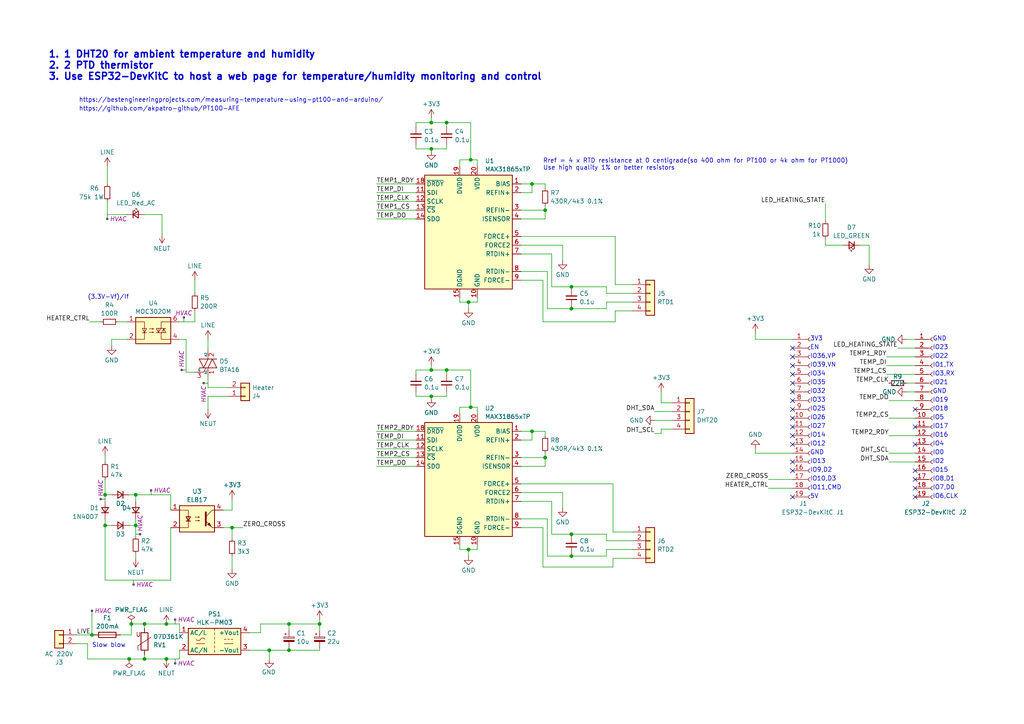
<source format=kicad_sch>
(kicad_sch (version 20230121) (generator eeschema)

  (uuid a2d0b7d3-208e-48f8-b85e-64cdf648a518)

  (paper "A4")

  (lib_symbols
    (symbol "Connector:Conn_01x19_Socket" (pin_names (offset 1.016) hide) (in_bom yes) (on_board yes)
      (property "Reference" "J" (at 0 25.4 0)
        (effects (font (size 1.27 1.27)))
      )
      (property "Value" "Conn_01x19_Socket" (at 0 -25.4 0)
        (effects (font (size 1.27 1.27)))
      )
      (property "Footprint" "" (at 0 0 0)
        (effects (font (size 1.27 1.27)) hide)
      )
      (property "Datasheet" "~" (at 0 0 0)
        (effects (font (size 1.27 1.27)) hide)
      )
      (property "ki_locked" "" (at 0 0 0)
        (effects (font (size 1.27 1.27)))
      )
      (property "ki_keywords" "connector" (at 0 0 0)
        (effects (font (size 1.27 1.27)) hide)
      )
      (property "ki_description" "Generic connector, single row, 01x19, script generated" (at 0 0 0)
        (effects (font (size 1.27 1.27)) hide)
      )
      (property "ki_fp_filters" "Connector*:*_1x??_*" (at 0 0 0)
        (effects (font (size 1.27 1.27)) hide)
      )
      (symbol "Conn_01x19_Socket_1_1"
        (arc (start 0 -22.352) (mid -0.5058 -22.86) (end 0 -23.368)
          (stroke (width 0.1524) (type default))
          (fill (type none))
        )
        (arc (start 0 -19.812) (mid -0.5058 -20.32) (end 0 -20.828)
          (stroke (width 0.1524) (type default))
          (fill (type none))
        )
        (arc (start 0 -17.272) (mid -0.5058 -17.78) (end 0 -18.288)
          (stroke (width 0.1524) (type default))
          (fill (type none))
        )
        (arc (start 0 -14.732) (mid -0.5058 -15.24) (end 0 -15.748)
          (stroke (width 0.1524) (type default))
          (fill (type none))
        )
        (arc (start 0 -12.192) (mid -0.5058 -12.7) (end 0 -13.208)
          (stroke (width 0.1524) (type default))
          (fill (type none))
        )
        (arc (start 0 -9.652) (mid -0.5058 -10.16) (end 0 -10.668)
          (stroke (width 0.1524) (type default))
          (fill (type none))
        )
        (arc (start 0 -7.112) (mid -0.5058 -7.62) (end 0 -8.128)
          (stroke (width 0.1524) (type default))
          (fill (type none))
        )
        (arc (start 0 -4.572) (mid -0.5058 -5.08) (end 0 -5.588)
          (stroke (width 0.1524) (type default))
          (fill (type none))
        )
        (arc (start 0 -2.032) (mid -0.5058 -2.54) (end 0 -3.048)
          (stroke (width 0.1524) (type default))
          (fill (type none))
        )
        (polyline
          (pts
            (xy -1.27 -22.86)
            (xy -0.508 -22.86)
          )
          (stroke (width 0.1524) (type default))
          (fill (type none))
        )
        (polyline
          (pts
            (xy -1.27 -20.32)
            (xy -0.508 -20.32)
          )
          (stroke (width 0.1524) (type default))
          (fill (type none))
        )
        (polyline
          (pts
            (xy -1.27 -17.78)
            (xy -0.508 -17.78)
          )
          (stroke (width 0.1524) (type default))
          (fill (type none))
        )
        (polyline
          (pts
            (xy -1.27 -15.24)
            (xy -0.508 -15.24)
          )
          (stroke (width 0.1524) (type default))
          (fill (type none))
        )
        (polyline
          (pts
            (xy -1.27 -12.7)
            (xy -0.508 -12.7)
          )
          (stroke (width 0.1524) (type default))
          (fill (type none))
        )
        (polyline
          (pts
            (xy -1.27 -10.16)
            (xy -0.508 -10.16)
          )
          (stroke (width 0.1524) (type default))
          (fill (type none))
        )
        (polyline
          (pts
            (xy -1.27 -7.62)
            (xy -0.508 -7.62)
          )
          (stroke (width 0.1524) (type default))
          (fill (type none))
        )
        (polyline
          (pts
            (xy -1.27 -5.08)
            (xy -0.508 -5.08)
          )
          (stroke (width 0.1524) (type default))
          (fill (type none))
        )
        (polyline
          (pts
            (xy -1.27 -2.54)
            (xy -0.508 -2.54)
          )
          (stroke (width 0.1524) (type default))
          (fill (type none))
        )
        (polyline
          (pts
            (xy -1.27 0)
            (xy -0.508 0)
          )
          (stroke (width 0.1524) (type default))
          (fill (type none))
        )
        (polyline
          (pts
            (xy -1.27 2.54)
            (xy -0.508 2.54)
          )
          (stroke (width 0.1524) (type default))
          (fill (type none))
        )
        (polyline
          (pts
            (xy -1.27 5.08)
            (xy -0.508 5.08)
          )
          (stroke (width 0.1524) (type default))
          (fill (type none))
        )
        (polyline
          (pts
            (xy -1.27 7.62)
            (xy -0.508 7.62)
          )
          (stroke (width 0.1524) (type default))
          (fill (type none))
        )
        (polyline
          (pts
            (xy -1.27 10.16)
            (xy -0.508 10.16)
          )
          (stroke (width 0.1524) (type default))
          (fill (type none))
        )
        (polyline
          (pts
            (xy -1.27 12.7)
            (xy -0.508 12.7)
          )
          (stroke (width 0.1524) (type default))
          (fill (type none))
        )
        (polyline
          (pts
            (xy -1.27 15.24)
            (xy -0.508 15.24)
          )
          (stroke (width 0.1524) (type default))
          (fill (type none))
        )
        (polyline
          (pts
            (xy -1.27 17.78)
            (xy -0.508 17.78)
          )
          (stroke (width 0.1524) (type default))
          (fill (type none))
        )
        (polyline
          (pts
            (xy -1.27 20.32)
            (xy -0.508 20.32)
          )
          (stroke (width 0.1524) (type default))
          (fill (type none))
        )
        (polyline
          (pts
            (xy -1.27 22.86)
            (xy -0.508 22.86)
          )
          (stroke (width 0.1524) (type default))
          (fill (type none))
        )
        (arc (start 0 0.508) (mid -0.5058 0) (end 0 -0.508)
          (stroke (width 0.1524) (type default))
          (fill (type none))
        )
        (arc (start 0 3.048) (mid -0.5058 2.54) (end 0 2.032)
          (stroke (width 0.1524) (type default))
          (fill (type none))
        )
        (arc (start 0 5.588) (mid -0.5058 5.08) (end 0 4.572)
          (stroke (width 0.1524) (type default))
          (fill (type none))
        )
        (arc (start 0 8.128) (mid -0.5058 7.62) (end 0 7.112)
          (stroke (width 0.1524) (type default))
          (fill (type none))
        )
        (arc (start 0 10.668) (mid -0.5058 10.16) (end 0 9.652)
          (stroke (width 0.1524) (type default))
          (fill (type none))
        )
        (arc (start 0 13.208) (mid -0.5058 12.7) (end 0 12.192)
          (stroke (width 0.1524) (type default))
          (fill (type none))
        )
        (arc (start 0 15.748) (mid -0.5058 15.24) (end 0 14.732)
          (stroke (width 0.1524) (type default))
          (fill (type none))
        )
        (arc (start 0 18.288) (mid -0.5058 17.78) (end 0 17.272)
          (stroke (width 0.1524) (type default))
          (fill (type none))
        )
        (arc (start 0 20.828) (mid -0.5058 20.32) (end 0 19.812)
          (stroke (width 0.1524) (type default))
          (fill (type none))
        )
        (arc (start 0 23.368) (mid -0.5058 22.86) (end 0 22.352)
          (stroke (width 0.1524) (type default))
          (fill (type none))
        )
        (pin passive line (at -5.08 22.86 0) (length 3.81)
          (name "Pin_1" (effects (font (size 1.27 1.27))))
          (number "1" (effects (font (size 1.27 1.27))))
        )
        (pin passive line (at -5.08 0 0) (length 3.81)
          (name "Pin_10" (effects (font (size 1.27 1.27))))
          (number "10" (effects (font (size 1.27 1.27))))
        )
        (pin passive line (at -5.08 -2.54 0) (length 3.81)
          (name "Pin_11" (effects (font (size 1.27 1.27))))
          (number "11" (effects (font (size 1.27 1.27))))
        )
        (pin passive line (at -5.08 -5.08 0) (length 3.81)
          (name "Pin_12" (effects (font (size 1.27 1.27))))
          (number "12" (effects (font (size 1.27 1.27))))
        )
        (pin passive line (at -5.08 -7.62 0) (length 3.81)
          (name "Pin_13" (effects (font (size 1.27 1.27))))
          (number "13" (effects (font (size 1.27 1.27))))
        )
        (pin passive line (at -5.08 -10.16 0) (length 3.81)
          (name "Pin_14" (effects (font (size 1.27 1.27))))
          (number "14" (effects (font (size 1.27 1.27))))
        )
        (pin passive line (at -5.08 -12.7 0) (length 3.81)
          (name "Pin_15" (effects (font (size 1.27 1.27))))
          (number "15" (effects (font (size 1.27 1.27))))
        )
        (pin passive line (at -5.08 -15.24 0) (length 3.81)
          (name "Pin_16" (effects (font (size 1.27 1.27))))
          (number "16" (effects (font (size 1.27 1.27))))
        )
        (pin passive line (at -5.08 -17.78 0) (length 3.81)
          (name "Pin_17" (effects (font (size 1.27 1.27))))
          (number "17" (effects (font (size 1.27 1.27))))
        )
        (pin passive line (at -5.08 -20.32 0) (length 3.81)
          (name "Pin_18" (effects (font (size 1.27 1.27))))
          (number "18" (effects (font (size 1.27 1.27))))
        )
        (pin passive line (at -5.08 -22.86 0) (length 3.81)
          (name "Pin_19" (effects (font (size 1.27 1.27))))
          (number "19" (effects (font (size 1.27 1.27))))
        )
        (pin passive line (at -5.08 20.32 0) (length 3.81)
          (name "Pin_2" (effects (font (size 1.27 1.27))))
          (number "2" (effects (font (size 1.27 1.27))))
        )
        (pin passive line (at -5.08 17.78 0) (length 3.81)
          (name "Pin_3" (effects (font (size 1.27 1.27))))
          (number "3" (effects (font (size 1.27 1.27))))
        )
        (pin passive line (at -5.08 15.24 0) (length 3.81)
          (name "Pin_4" (effects (font (size 1.27 1.27))))
          (number "4" (effects (font (size 1.27 1.27))))
        )
        (pin passive line (at -5.08 12.7 0) (length 3.81)
          (name "Pin_5" (effects (font (size 1.27 1.27))))
          (number "5" (effects (font (size 1.27 1.27))))
        )
        (pin passive line (at -5.08 10.16 0) (length 3.81)
          (name "Pin_6" (effects (font (size 1.27 1.27))))
          (number "6" (effects (font (size 1.27 1.27))))
        )
        (pin passive line (at -5.08 7.62 0) (length 3.81)
          (name "Pin_7" (effects (font (size 1.27 1.27))))
          (number "7" (effects (font (size 1.27 1.27))))
        )
        (pin passive line (at -5.08 5.08 0) (length 3.81)
          (name "Pin_8" (effects (font (size 1.27 1.27))))
          (number "8" (effects (font (size 1.27 1.27))))
        )
        (pin passive line (at -5.08 2.54 0) (length 3.81)
          (name "Pin_9" (effects (font (size 1.27 1.27))))
          (number "9" (effects (font (size 1.27 1.27))))
        )
      )
    )
    (symbol "Connector_Generic:Conn_01x02" (pin_names (offset 1.016) hide) (in_bom yes) (on_board yes)
      (property "Reference" "J" (at 0 2.54 0)
        (effects (font (size 1.27 1.27)))
      )
      (property "Value" "Conn_01x02" (at 0 -5.08 0)
        (effects (font (size 1.27 1.27)))
      )
      (property "Footprint" "" (at 0 0 0)
        (effects (font (size 1.27 1.27)) hide)
      )
      (property "Datasheet" "~" (at 0 0 0)
        (effects (font (size 1.27 1.27)) hide)
      )
      (property "ki_keywords" "connector" (at 0 0 0)
        (effects (font (size 1.27 1.27)) hide)
      )
      (property "ki_description" "Generic connector, single row, 01x02, script generated (kicad-library-utils/schlib/autogen/connector/)" (at 0 0 0)
        (effects (font (size 1.27 1.27)) hide)
      )
      (property "ki_fp_filters" "Connector*:*_1x??_*" (at 0 0 0)
        (effects (font (size 1.27 1.27)) hide)
      )
      (symbol "Conn_01x02_1_1"
        (rectangle (start -1.27 -2.413) (end 0 -2.667)
          (stroke (width 0.1524) (type default))
          (fill (type none))
        )
        (rectangle (start -1.27 0.127) (end 0 -0.127)
          (stroke (width 0.1524) (type default))
          (fill (type none))
        )
        (rectangle (start -1.27 1.27) (end 1.27 -3.81)
          (stroke (width 0.254) (type default))
          (fill (type background))
        )
        (pin passive line (at -5.08 0 0) (length 3.81)
          (name "Pin_1" (effects (font (size 1.27 1.27))))
          (number "1" (effects (font (size 1.27 1.27))))
        )
        (pin passive line (at -5.08 -2.54 0) (length 3.81)
          (name "Pin_2" (effects (font (size 1.27 1.27))))
          (number "2" (effects (font (size 1.27 1.27))))
        )
      )
    )
    (symbol "Connector_Generic:Conn_01x04" (pin_names (offset 1.016) hide) (in_bom yes) (on_board yes)
      (property "Reference" "J" (at 0 5.08 0)
        (effects (font (size 1.27 1.27)))
      )
      (property "Value" "Conn_01x04" (at 0 -7.62 0)
        (effects (font (size 1.27 1.27)))
      )
      (property "Footprint" "" (at 0 0 0)
        (effects (font (size 1.27 1.27)) hide)
      )
      (property "Datasheet" "~" (at 0 0 0)
        (effects (font (size 1.27 1.27)) hide)
      )
      (property "ki_keywords" "connector" (at 0 0 0)
        (effects (font (size 1.27 1.27)) hide)
      )
      (property "ki_description" "Generic connector, single row, 01x04, script generated (kicad-library-utils/schlib/autogen/connector/)" (at 0 0 0)
        (effects (font (size 1.27 1.27)) hide)
      )
      (property "ki_fp_filters" "Connector*:*_1x??_*" (at 0 0 0)
        (effects (font (size 1.27 1.27)) hide)
      )
      (symbol "Conn_01x04_1_1"
        (rectangle (start -1.27 -4.953) (end 0 -5.207)
          (stroke (width 0.1524) (type default))
          (fill (type none))
        )
        (rectangle (start -1.27 -2.413) (end 0 -2.667)
          (stroke (width 0.1524) (type default))
          (fill (type none))
        )
        (rectangle (start -1.27 0.127) (end 0 -0.127)
          (stroke (width 0.1524) (type default))
          (fill (type none))
        )
        (rectangle (start -1.27 2.667) (end 0 2.413)
          (stroke (width 0.1524) (type default))
          (fill (type none))
        )
        (rectangle (start -1.27 3.81) (end 1.27 -6.35)
          (stroke (width 0.254) (type default))
          (fill (type background))
        )
        (pin passive line (at -5.08 2.54 0) (length 3.81)
          (name "Pin_1" (effects (font (size 1.27 1.27))))
          (number "1" (effects (font (size 1.27 1.27))))
        )
        (pin passive line (at -5.08 0 0) (length 3.81)
          (name "Pin_2" (effects (font (size 1.27 1.27))))
          (number "2" (effects (font (size 1.27 1.27))))
        )
        (pin passive line (at -5.08 -2.54 0) (length 3.81)
          (name "Pin_3" (effects (font (size 1.27 1.27))))
          (number "3" (effects (font (size 1.27 1.27))))
        )
        (pin passive line (at -5.08 -5.08 0) (length 3.81)
          (name "Pin_4" (effects (font (size 1.27 1.27))))
          (number "4" (effects (font (size 1.27 1.27))))
        )
      )
    )
    (symbol "Converter_ACDC:HLK-5M03" (in_bom yes) (on_board yes)
      (property "Reference" "PS" (at 0 5.08 0)
        (effects (font (size 1.27 1.27)))
      )
      (property "Value" "HLK-5M03" (at 0 -5.08 0)
        (effects (font (size 1.27 1.27)))
      )
      (property "Footprint" "Converter_ACDC:Converter_ACDC_HiLink_HLK-5Mxx" (at 0 -7.62 0)
        (effects (font (size 1.27 1.27)) hide)
      )
      (property "Datasheet" "http://h.hlktech.com/download/ACDC%E7%94%B5%E6%BA%90%E6%A8%A1%E5%9D%975W%E7%B3%BB%E5%88%97/1/%E6%B5%B7%E5%87%8C%E7%A7%915W%E7%B3%BB%E5%88%97%E7%94%B5%E6%BA%90%E6%A8%A1%E5%9D%97%E8%A7%84%E6%A0%BC%E4%B9%A6V2.8.pdf" (at 0 -10.16 0)
        (effects (font (size 1.27 1.27)) hide)
      )
      (property "ki_keywords" "AC/DC module power supply" (at 0 0 0)
        (effects (font (size 1.27 1.27)) hide)
      )
      (property "ki_description" "Compact AC/DC board mount power module 5W, 3.3V 1.5A" (at 0 0 0)
        (effects (font (size 1.27 1.27)) hide)
      )
      (property "ki_fp_filters" "Converter*ACDC*HiLink*HLK?5M*" (at 0 0 0)
        (effects (font (size 1.27 1.27)) hide)
      )
      (symbol "HLK-5M03_0_1"
        (rectangle (start -7.62 3.81) (end 7.62 -3.81)
          (stroke (width 0.254) (type default))
          (fill (type background))
        )
        (arc (start -5.334 0.635) (mid -4.699 0.2495) (end -4.064 0.635)
          (stroke (width 0) (type default))
          (fill (type none))
        )
        (arc (start -2.794 0.635) (mid -3.429 1.0072) (end -4.064 0.635)
          (stroke (width 0) (type default))
          (fill (type none))
        )
        (polyline
          (pts
            (xy -5.334 -0.635)
            (xy -2.794 -0.635)
          )
          (stroke (width 0) (type default))
          (fill (type none))
        )
        (polyline
          (pts
            (xy 0 -2.54)
            (xy 0 -3.175)
          )
          (stroke (width 0) (type default))
          (fill (type none))
        )
        (polyline
          (pts
            (xy 0 -1.27)
            (xy 0 -1.905)
          )
          (stroke (width 0) (type default))
          (fill (type none))
        )
        (polyline
          (pts
            (xy 0 0)
            (xy 0 -0.635)
          )
          (stroke (width 0) (type default))
          (fill (type none))
        )
        (polyline
          (pts
            (xy 0 1.27)
            (xy 0 0.635)
          )
          (stroke (width 0) (type default))
          (fill (type none))
        )
        (polyline
          (pts
            (xy 0 2.54)
            (xy 0 1.905)
          )
          (stroke (width 0) (type default))
          (fill (type none))
        )
        (polyline
          (pts
            (xy 0 3.81)
            (xy 0 3.175)
          )
          (stroke (width 0) (type default))
          (fill (type none))
        )
        (polyline
          (pts
            (xy 2.794 -0.635)
            (xy 5.334 -0.635)
          )
          (stroke (width 0) (type default))
          (fill (type none))
        )
        (polyline
          (pts
            (xy 2.794 0.635)
            (xy 3.302 0.635)
          )
          (stroke (width 0) (type default))
          (fill (type none))
        )
        (polyline
          (pts
            (xy 3.81 0.635)
            (xy 4.318 0.635)
          )
          (stroke (width 0) (type default))
          (fill (type none))
        )
        (polyline
          (pts
            (xy 4.826 0.635)
            (xy 5.334 0.635)
          )
          (stroke (width 0) (type default))
          (fill (type none))
        )
      )
      (symbol "HLK-5M03_1_1"
        (pin power_in line (at -10.16 2.54 0) (length 2.54)
          (name "AC/L" (effects (font (size 1.27 1.27))))
          (number "1" (effects (font (size 1.27 1.27))))
        )
        (pin power_in line (at -10.16 -2.54 0) (length 2.54)
          (name "AC/N" (effects (font (size 1.27 1.27))))
          (number "2" (effects (font (size 1.27 1.27))))
        )
        (pin power_out line (at 10.16 -2.54 180) (length 2.54)
          (name "-Vout" (effects (font (size 1.27 1.27))))
          (number "3" (effects (font (size 1.27 1.27))))
        )
        (pin power_out line (at 10.16 2.54 180) (length 2.54)
          (name "+Vout" (effects (font (size 1.27 1.27))))
          (number "4" (effects (font (size 1.27 1.27))))
        )
      )
    )
    (symbol "Device:C_Polarized_Small" (pin_numbers hide) (pin_names (offset 0.254) hide) (in_bom yes) (on_board yes)
      (property "Reference" "C" (at 0.254 1.778 0)
        (effects (font (size 1.27 1.27)) (justify left))
      )
      (property "Value" "C_Polarized_Small" (at 0.254 -2.032 0)
        (effects (font (size 1.27 1.27)) (justify left))
      )
      (property "Footprint" "" (at 0 0 0)
        (effects (font (size 1.27 1.27)) hide)
      )
      (property "Datasheet" "~" (at 0 0 0)
        (effects (font (size 1.27 1.27)) hide)
      )
      (property "ki_keywords" "cap capacitor" (at 0 0 0)
        (effects (font (size 1.27 1.27)) hide)
      )
      (property "ki_description" "Polarized capacitor, small symbol" (at 0 0 0)
        (effects (font (size 1.27 1.27)) hide)
      )
      (property "ki_fp_filters" "CP_*" (at 0 0 0)
        (effects (font (size 1.27 1.27)) hide)
      )
      (symbol "C_Polarized_Small_0_1"
        (rectangle (start -1.524 -0.3048) (end 1.524 -0.6858)
          (stroke (width 0) (type default))
          (fill (type outline))
        )
        (rectangle (start -1.524 0.6858) (end 1.524 0.3048)
          (stroke (width 0) (type default))
          (fill (type none))
        )
        (polyline
          (pts
            (xy -1.27 1.524)
            (xy -0.762 1.524)
          )
          (stroke (width 0) (type default))
          (fill (type none))
        )
        (polyline
          (pts
            (xy -1.016 1.27)
            (xy -1.016 1.778)
          )
          (stroke (width 0) (type default))
          (fill (type none))
        )
      )
      (symbol "C_Polarized_Small_1_1"
        (pin passive line (at 0 2.54 270) (length 1.8542)
          (name "~" (effects (font (size 1.27 1.27))))
          (number "1" (effects (font (size 1.27 1.27))))
        )
        (pin passive line (at 0 -2.54 90) (length 1.8542)
          (name "~" (effects (font (size 1.27 1.27))))
          (number "2" (effects (font (size 1.27 1.27))))
        )
      )
    )
    (symbol "Device:C_Small" (pin_numbers hide) (pin_names (offset 0.254) hide) (in_bom yes) (on_board yes)
      (property "Reference" "C" (at 0.254 1.778 0)
        (effects (font (size 1.27 1.27)) (justify left))
      )
      (property "Value" "C_Small" (at 0.254 -2.032 0)
        (effects (font (size 1.27 1.27)) (justify left))
      )
      (property "Footprint" "" (at 0 0 0)
        (effects (font (size 1.27 1.27)) hide)
      )
      (property "Datasheet" "~" (at 0 0 0)
        (effects (font (size 1.27 1.27)) hide)
      )
      (property "ki_keywords" "capacitor cap" (at 0 0 0)
        (effects (font (size 1.27 1.27)) hide)
      )
      (property "ki_description" "Unpolarized capacitor, small symbol" (at 0 0 0)
        (effects (font (size 1.27 1.27)) hide)
      )
      (property "ki_fp_filters" "C_*" (at 0 0 0)
        (effects (font (size 1.27 1.27)) hide)
      )
      (symbol "C_Small_0_1"
        (polyline
          (pts
            (xy -1.524 -0.508)
            (xy 1.524 -0.508)
          )
          (stroke (width 0.3302) (type default))
          (fill (type none))
        )
        (polyline
          (pts
            (xy -1.524 0.508)
            (xy 1.524 0.508)
          )
          (stroke (width 0.3048) (type default))
          (fill (type none))
        )
      )
      (symbol "C_Small_1_1"
        (pin passive line (at 0 2.54 270) (length 2.032)
          (name "~" (effects (font (size 1.27 1.27))))
          (number "1" (effects (font (size 1.27 1.27))))
        )
        (pin passive line (at 0 -2.54 90) (length 2.032)
          (name "~" (effects (font (size 1.27 1.27))))
          (number "2" (effects (font (size 1.27 1.27))))
        )
      )
    )
    (symbol "Device:D_Small" (pin_numbers hide) (pin_names (offset 0.254) hide) (in_bom yes) (on_board yes)
      (property "Reference" "D" (at -1.27 2.032 0)
        (effects (font (size 1.27 1.27)) (justify left))
      )
      (property "Value" "D_Small" (at -3.81 -2.032 0)
        (effects (font (size 1.27 1.27)) (justify left))
      )
      (property "Footprint" "" (at 0 0 90)
        (effects (font (size 1.27 1.27)) hide)
      )
      (property "Datasheet" "~" (at 0 0 90)
        (effects (font (size 1.27 1.27)) hide)
      )
      (property "Sim.Device" "D" (at 0 0 0)
        (effects (font (size 1.27 1.27)) hide)
      )
      (property "Sim.Pins" "1=K 2=A" (at 0 0 0)
        (effects (font (size 1.27 1.27)) hide)
      )
      (property "ki_keywords" "diode" (at 0 0 0)
        (effects (font (size 1.27 1.27)) hide)
      )
      (property "ki_description" "Diode, small symbol" (at 0 0 0)
        (effects (font (size 1.27 1.27)) hide)
      )
      (property "ki_fp_filters" "TO-???* *_Diode_* *SingleDiode* D_*" (at 0 0 0)
        (effects (font (size 1.27 1.27)) hide)
      )
      (symbol "D_Small_0_1"
        (polyline
          (pts
            (xy -0.762 -1.016)
            (xy -0.762 1.016)
          )
          (stroke (width 0.254) (type default))
          (fill (type none))
        )
        (polyline
          (pts
            (xy -0.762 0)
            (xy 0.762 0)
          )
          (stroke (width 0) (type default))
          (fill (type none))
        )
        (polyline
          (pts
            (xy 0.762 -1.016)
            (xy -0.762 0)
            (xy 0.762 1.016)
            (xy 0.762 -1.016)
          )
          (stroke (width 0.254) (type default))
          (fill (type none))
        )
      )
      (symbol "D_Small_1_1"
        (pin passive line (at -2.54 0 0) (length 1.778)
          (name "K" (effects (font (size 1.27 1.27))))
          (number "1" (effects (font (size 1.27 1.27))))
        )
        (pin passive line (at 2.54 0 180) (length 1.778)
          (name "A" (effects (font (size 1.27 1.27))))
          (number "2" (effects (font (size 1.27 1.27))))
        )
      )
    )
    (symbol "Device:Fuse" (pin_numbers hide) (pin_names (offset 0)) (in_bom yes) (on_board yes)
      (property "Reference" "F" (at 2.032 0 90)
        (effects (font (size 1.27 1.27)))
      )
      (property "Value" "Fuse" (at -1.905 0 90)
        (effects (font (size 1.27 1.27)))
      )
      (property "Footprint" "" (at -1.778 0 90)
        (effects (font (size 1.27 1.27)) hide)
      )
      (property "Datasheet" "~" (at 0 0 0)
        (effects (font (size 1.27 1.27)) hide)
      )
      (property "ki_keywords" "fuse" (at 0 0 0)
        (effects (font (size 1.27 1.27)) hide)
      )
      (property "ki_description" "Fuse" (at 0 0 0)
        (effects (font (size 1.27 1.27)) hide)
      )
      (property "ki_fp_filters" "*Fuse*" (at 0 0 0)
        (effects (font (size 1.27 1.27)) hide)
      )
      (symbol "Fuse_0_1"
        (rectangle (start -0.762 -2.54) (end 0.762 2.54)
          (stroke (width 0.254) (type default))
          (fill (type none))
        )
        (polyline
          (pts
            (xy 0 2.54)
            (xy 0 -2.54)
          )
          (stroke (width 0) (type default))
          (fill (type none))
        )
      )
      (symbol "Fuse_1_1"
        (pin passive line (at 0 3.81 270) (length 1.27)
          (name "~" (effects (font (size 1.27 1.27))))
          (number "1" (effects (font (size 1.27 1.27))))
        )
        (pin passive line (at 0 -3.81 90) (length 1.27)
          (name "~" (effects (font (size 1.27 1.27))))
          (number "2" (effects (font (size 1.27 1.27))))
        )
      )
    )
    (symbol "Device:LED_Small" (pin_numbers hide) (pin_names (offset 0.254) hide) (in_bom yes) (on_board yes)
      (property "Reference" "D" (at -1.27 3.175 0)
        (effects (font (size 1.27 1.27)) (justify left))
      )
      (property "Value" "LED_Small" (at -4.445 -2.54 0)
        (effects (font (size 1.27 1.27)) (justify left))
      )
      (property "Footprint" "" (at 0 0 90)
        (effects (font (size 1.27 1.27)) hide)
      )
      (property "Datasheet" "~" (at 0 0 90)
        (effects (font (size 1.27 1.27)) hide)
      )
      (property "ki_keywords" "LED diode light-emitting-diode" (at 0 0 0)
        (effects (font (size 1.27 1.27)) hide)
      )
      (property "ki_description" "Light emitting diode, small symbol" (at 0 0 0)
        (effects (font (size 1.27 1.27)) hide)
      )
      (property "ki_fp_filters" "LED* LED_SMD:* LED_THT:*" (at 0 0 0)
        (effects (font (size 1.27 1.27)) hide)
      )
      (symbol "LED_Small_0_1"
        (polyline
          (pts
            (xy -0.762 -1.016)
            (xy -0.762 1.016)
          )
          (stroke (width 0.254) (type default))
          (fill (type none))
        )
        (polyline
          (pts
            (xy 1.016 0)
            (xy -0.762 0)
          )
          (stroke (width 0) (type default))
          (fill (type none))
        )
        (polyline
          (pts
            (xy 0.762 -1.016)
            (xy -0.762 0)
            (xy 0.762 1.016)
            (xy 0.762 -1.016)
          )
          (stroke (width 0.254) (type default))
          (fill (type none))
        )
        (polyline
          (pts
            (xy 0 0.762)
            (xy -0.508 1.27)
            (xy -0.254 1.27)
            (xy -0.508 1.27)
            (xy -0.508 1.016)
          )
          (stroke (width 0) (type default))
          (fill (type none))
        )
        (polyline
          (pts
            (xy 0.508 1.27)
            (xy 0 1.778)
            (xy 0.254 1.778)
            (xy 0 1.778)
            (xy 0 1.524)
          )
          (stroke (width 0) (type default))
          (fill (type none))
        )
      )
      (symbol "LED_Small_1_1"
        (pin passive line (at -2.54 0 0) (length 1.778)
          (name "K" (effects (font (size 1.27 1.27))))
          (number "1" (effects (font (size 1.27 1.27))))
        )
        (pin passive line (at 2.54 0 180) (length 1.778)
          (name "A" (effects (font (size 1.27 1.27))))
          (number "2" (effects (font (size 1.27 1.27))))
        )
      )
    )
    (symbol "Device:Q_TRIAC_A1A2G" (pin_names (offset 0)) (in_bom yes) (on_board yes)
      (property "Reference" "D" (at 3.175 0.635 0)
        (effects (font (size 1.27 1.27)) (justify left))
      )
      (property "Value" "Q_TRIAC_A1A2G" (at 3.175 -1.27 0)
        (effects (font (size 1.27 1.27)) (justify left))
      )
      (property "Footprint" "" (at 1.905 0.635 90)
        (effects (font (size 1.27 1.27)) hide)
      )
      (property "Datasheet" "~" (at 0 0 90)
        (effects (font (size 1.27 1.27)) hide)
      )
      (property "ki_keywords" "TRIAC" (at 0 0 0)
        (effects (font (size 1.27 1.27)) hide)
      )
      (property "ki_description" "Triode for alternating current, anode1/anode2/gate" (at 0 0 0)
        (effects (font (size 1.27 1.27)) hide)
      )
      (symbol "Q_TRIAC_A1A2G_0_1"
        (polyline
          (pts
            (xy -2.54 -1.27)
            (xy 2.54 -1.27)
          )
          (stroke (width 0.2032) (type default))
          (fill (type none))
        )
        (polyline
          (pts
            (xy -2.54 1.27)
            (xy 2.54 1.27)
          )
          (stroke (width 0.2032) (type default))
          (fill (type none))
        )
        (polyline
          (pts
            (xy -1.27 -2.54)
            (xy -0.635 -1.27)
          )
          (stroke (width 0) (type default))
          (fill (type none))
        )
        (polyline
          (pts
            (xy -2.54 1.27)
            (xy -1.27 -1.27)
            (xy 0 1.27)
          )
          (stroke (width 0.2032) (type default))
          (fill (type none))
        )
        (polyline
          (pts
            (xy 0 -1.27)
            (xy 1.27 1.27)
            (xy 2.54 -1.27)
          )
          (stroke (width 0.2032) (type default))
          (fill (type none))
        )
      )
      (symbol "Q_TRIAC_A1A2G_1_1"
        (pin passive line (at 0 -3.81 90) (length 2.54)
          (name "A1" (effects (font (size 0.635 0.635))))
          (number "1" (effects (font (size 1.27 1.27))))
        )
        (pin passive line (at 0 3.81 270) (length 2.54)
          (name "A2" (effects (font (size 0.635 0.635))))
          (number "2" (effects (font (size 1.27 1.27))))
        )
        (pin input line (at -3.81 -2.54 0) (length 2.54)
          (name "G" (effects (font (size 0.635 0.635))))
          (number "3" (effects (font (size 1.27 1.27))))
        )
      )
    )
    (symbol "Device:R_Small" (pin_numbers hide) (pin_names (offset 0.254) hide) (in_bom yes) (on_board yes)
      (property "Reference" "R" (at 0.762 0.508 0)
        (effects (font (size 1.27 1.27)) (justify left))
      )
      (property "Value" "R_Small" (at 0.762 -1.016 0)
        (effects (font (size 1.27 1.27)) (justify left))
      )
      (property "Footprint" "" (at 0 0 0)
        (effects (font (size 1.27 1.27)) hide)
      )
      (property "Datasheet" "~" (at 0 0 0)
        (effects (font (size 1.27 1.27)) hide)
      )
      (property "ki_keywords" "R resistor" (at 0 0 0)
        (effects (font (size 1.27 1.27)) hide)
      )
      (property "ki_description" "Resistor, small symbol" (at 0 0 0)
        (effects (font (size 1.27 1.27)) hide)
      )
      (property "ki_fp_filters" "R_*" (at 0 0 0)
        (effects (font (size 1.27 1.27)) hide)
      )
      (symbol "R_Small_0_1"
        (rectangle (start -0.762 1.778) (end 0.762 -1.778)
          (stroke (width 0.2032) (type default))
          (fill (type none))
        )
      )
      (symbol "R_Small_1_1"
        (pin passive line (at 0 2.54 270) (length 0.762)
          (name "~" (effects (font (size 1.27 1.27))))
          (number "1" (effects (font (size 1.27 1.27))))
        )
        (pin passive line (at 0 -2.54 90) (length 0.762)
          (name "~" (effects (font (size 1.27 1.27))))
          (number "2" (effects (font (size 1.27 1.27))))
        )
      )
    )
    (symbol "Device:Varistor" (pin_numbers hide) (pin_names (offset 0)) (in_bom yes) (on_board yes)
      (property "Reference" "RV" (at 3.175 0 90)
        (effects (font (size 1.27 1.27)))
      )
      (property "Value" "Varistor" (at -3.175 0 90)
        (effects (font (size 1.27 1.27)))
      )
      (property "Footprint" "" (at -1.778 0 90)
        (effects (font (size 1.27 1.27)) hide)
      )
      (property "Datasheet" "~" (at 0 0 0)
        (effects (font (size 1.27 1.27)) hide)
      )
      (property "Sim.Name" "kicad_builtin_varistor" (at 0 0 0)
        (effects (font (size 1.27 1.27)) hide)
      )
      (property "Sim.Device" "SUBCKT" (at 0 0 0)
        (effects (font (size 1.27 1.27)) hide)
      )
      (property "Sim.Pins" "1=A 2=B" (at 0 0 0)
        (effects (font (size 1.27 1.27)) hide)
      )
      (property "Sim.Params" "threshold=1k" (at 0 0 0)
        (effects (font (size 1.27 1.27)) hide)
      )
      (property "Sim.Library" "${KICAD7_SYMBOL_DIR}/Simulation_SPICE.sp" (at 0 0 0)
        (effects (font (size 1.27 1.27)) hide)
      )
      (property "ki_keywords" "VDR resistance" (at 0 0 0)
        (effects (font (size 1.27 1.27)) hide)
      )
      (property "ki_description" "Voltage dependent resistor" (at 0 0 0)
        (effects (font (size 1.27 1.27)) hide)
      )
      (property "ki_fp_filters" "RV_* Varistor*" (at 0 0 0)
        (effects (font (size 1.27 1.27)) hide)
      )
      (symbol "Varistor_0_0"
        (text "U" (at -1.778 -2.032 0)
          (effects (font (size 1.27 1.27)))
        )
      )
      (symbol "Varistor_0_1"
        (rectangle (start -1.016 -2.54) (end 1.016 2.54)
          (stroke (width 0.254) (type default))
          (fill (type none))
        )
        (polyline
          (pts
            (xy -1.905 2.54)
            (xy -1.905 1.27)
            (xy 1.905 -1.27)
          )
          (stroke (width 0) (type default))
          (fill (type none))
        )
      )
      (symbol "Varistor_1_1"
        (pin passive line (at 0 3.81 270) (length 1.27)
          (name "~" (effects (font (size 1.27 1.27))))
          (number "1" (effects (font (size 1.27 1.27))))
        )
        (pin passive line (at 0 -3.81 90) (length 1.27)
          (name "~" (effects (font (size 1.27 1.27))))
          (number "2" (effects (font (size 1.27 1.27))))
        )
      )
    )
    (symbol "Isolator:EL817" (pin_names (offset 1.016)) (in_bom yes) (on_board yes)
      (property "Reference" "U" (at -5.08 5.08 0)
        (effects (font (size 1.27 1.27)) (justify left))
      )
      (property "Value" "EL817" (at 0 5.08 0)
        (effects (font (size 1.27 1.27)) (justify left))
      )
      (property "Footprint" "Package_DIP:DIP-4_W7.62mm" (at -5.08 -5.08 0)
        (effects (font (size 1.27 1.27) italic) (justify left) hide)
      )
      (property "Datasheet" "http://www.everlight.com/file/ProductFile/EL817.pdf" (at 0 0 0)
        (effects (font (size 1.27 1.27)) (justify left) hide)
      )
      (property "ki_keywords" "NPN DC Optocoupler" (at 0 0 0)
        (effects (font (size 1.27 1.27)) hide)
      )
      (property "ki_description" "DC Optocoupler, Vce 35V, DIP-4" (at 0 0 0)
        (effects (font (size 1.27 1.27)) hide)
      )
      (property "ki_fp_filters" "DIP*W7.62mm*" (at 0 0 0)
        (effects (font (size 1.27 1.27)) hide)
      )
      (symbol "EL817_0_1"
        (rectangle (start -5.08 3.81) (end 5.08 -3.81)
          (stroke (width 0.254) (type default))
          (fill (type background))
        )
        (polyline
          (pts
            (xy -3.175 -0.635)
            (xy -1.905 -0.635)
          )
          (stroke (width 0.254) (type default))
          (fill (type none))
        )
        (polyline
          (pts
            (xy 2.54 0.635)
            (xy 4.445 2.54)
          )
          (stroke (width 0) (type default))
          (fill (type none))
        )
        (polyline
          (pts
            (xy 4.445 -2.54)
            (xy 2.54 -0.635)
          )
          (stroke (width 0) (type default))
          (fill (type outline))
        )
        (polyline
          (pts
            (xy 4.445 -2.54)
            (xy 5.08 -2.54)
          )
          (stroke (width 0) (type default))
          (fill (type none))
        )
        (polyline
          (pts
            (xy 4.445 2.54)
            (xy 5.08 2.54)
          )
          (stroke (width 0) (type default))
          (fill (type none))
        )
        (polyline
          (pts
            (xy -5.08 2.54)
            (xy -2.54 2.54)
            (xy -2.54 -0.635)
          )
          (stroke (width 0) (type default))
          (fill (type none))
        )
        (polyline
          (pts
            (xy -2.54 -0.635)
            (xy -2.54 -2.54)
            (xy -5.08 -2.54)
          )
          (stroke (width 0) (type default))
          (fill (type none))
        )
        (polyline
          (pts
            (xy 2.54 1.905)
            (xy 2.54 -1.905)
            (xy 2.54 -1.905)
          )
          (stroke (width 0.508) (type default))
          (fill (type none))
        )
        (polyline
          (pts
            (xy -2.54 -0.635)
            (xy -3.175 0.635)
            (xy -1.905 0.635)
            (xy -2.54 -0.635)
          )
          (stroke (width 0.254) (type default))
          (fill (type none))
        )
        (polyline
          (pts
            (xy -0.508 -0.508)
            (xy 0.762 -0.508)
            (xy 0.381 -0.635)
            (xy 0.381 -0.381)
            (xy 0.762 -0.508)
          )
          (stroke (width 0) (type default))
          (fill (type none))
        )
        (polyline
          (pts
            (xy -0.508 0.508)
            (xy 0.762 0.508)
            (xy 0.381 0.381)
            (xy 0.381 0.635)
            (xy 0.762 0.508)
          )
          (stroke (width 0) (type default))
          (fill (type none))
        )
        (polyline
          (pts
            (xy 3.048 -1.651)
            (xy 3.556 -1.143)
            (xy 4.064 -2.159)
            (xy 3.048 -1.651)
            (xy 3.048 -1.651)
          )
          (stroke (width 0) (type default))
          (fill (type outline))
        )
      )
      (symbol "EL817_1_1"
        (pin passive line (at -7.62 2.54 0) (length 2.54)
          (name "~" (effects (font (size 1.27 1.27))))
          (number "1" (effects (font (size 1.27 1.27))))
        )
        (pin passive line (at -7.62 -2.54 0) (length 2.54)
          (name "~" (effects (font (size 1.27 1.27))))
          (number "2" (effects (font (size 1.27 1.27))))
        )
        (pin passive line (at 7.62 -2.54 180) (length 2.54)
          (name "~" (effects (font (size 1.27 1.27))))
          (number "3" (effects (font (size 1.27 1.27))))
        )
        (pin passive line (at 7.62 2.54 180) (length 2.54)
          (name "~" (effects (font (size 1.27 1.27))))
          (number "4" (effects (font (size 1.27 1.27))))
        )
      )
    )
    (symbol "Relay_SolidState:MOC3020M" (in_bom yes) (on_board yes)
      (property "Reference" "U" (at -5.334 4.826 0)
        (effects (font (size 1.27 1.27)) (justify left))
      )
      (property "Value" "MOC3020M" (at 0 5.08 0)
        (effects (font (size 1.27 1.27)) (justify left))
      )
      (property "Footprint" "" (at -5.08 -5.08 0)
        (effects (font (size 1.27 1.27) italic) (justify left) hide)
      )
      (property "Datasheet" "https://www.onsemi.com/pub/Collateral/MOC3023M-D.PDF" (at 0 0 0)
        (effects (font (size 1.27 1.27)) (justify left) hide)
      )
      (property "ki_keywords" "Opto-Triac Opto Triac Random Phase" (at 0 0 0)
        (effects (font (size 1.27 1.27)) hide)
      )
      (property "ki_description" "Random Phase Opto-Triac, Vdrm 400V, Ift 30mA, DIP6" (at 0 0 0)
        (effects (font (size 1.27 1.27)) hide)
      )
      (property "ki_fp_filters" "DIP*W7.62mm* SMDIP*W9.53mm* DIP*W10.16mm*" (at 0 0 0)
        (effects (font (size 1.27 1.27)) hide)
      )
      (symbol "MOC3020M_0_1"
        (rectangle (start -5.08 3.81) (end 5.08 -3.81)
          (stroke (width 0.254) (type default))
          (fill (type background))
        )
        (polyline
          (pts
            (xy -3.175 -0.635)
            (xy -1.905 -0.635)
          )
          (stroke (width 0) (type default))
          (fill (type none))
        )
        (polyline
          (pts
            (xy 1.524 -0.635)
            (xy 1.524 0.635)
          )
          (stroke (width 0) (type default))
          (fill (type none))
        )
        (polyline
          (pts
            (xy 3.048 0.635)
            (xy 3.048 -0.635)
          )
          (stroke (width 0) (type default))
          (fill (type none))
        )
        (polyline
          (pts
            (xy 2.286 -0.635)
            (xy 2.286 -2.54)
            (xy 5.08 -2.54)
          )
          (stroke (width 0) (type default))
          (fill (type none))
        )
        (polyline
          (pts
            (xy 2.286 0.635)
            (xy 2.286 2.54)
            (xy 5.08 2.54)
          )
          (stroke (width 0) (type default))
          (fill (type none))
        )
        (polyline
          (pts
            (xy -5.08 2.54)
            (xy -2.54 2.54)
            (xy -2.54 -2.54)
            (xy -5.08 -2.54)
          )
          (stroke (width 0) (type default))
          (fill (type none))
        )
        (polyline
          (pts
            (xy -2.54 -0.635)
            (xy -3.175 0.635)
            (xy -1.905 0.635)
            (xy -2.54 -0.635)
          )
          (stroke (width 0) (type default))
          (fill (type none))
        )
        (polyline
          (pts
            (xy 0.889 -0.635)
            (xy 3.683 -0.635)
            (xy 3.048 0.635)
            (xy 2.413 -0.635)
          )
          (stroke (width 0) (type default))
          (fill (type none))
        )
        (polyline
          (pts
            (xy 3.683 0.635)
            (xy 0.889 0.635)
            (xy 1.524 -0.635)
            (xy 2.159 0.635)
          )
          (stroke (width 0) (type default))
          (fill (type none))
        )
        (polyline
          (pts
            (xy -1.143 -0.508)
            (xy 0.127 -0.508)
            (xy -0.254 -0.635)
            (xy -0.254 -0.381)
            (xy 0.127 -0.508)
          )
          (stroke (width 0) (type default))
          (fill (type none))
        )
        (polyline
          (pts
            (xy -1.143 0.508)
            (xy 0.127 0.508)
            (xy -0.254 0.381)
            (xy -0.254 0.635)
            (xy 0.127 0.508)
          )
          (stroke (width 0) (type default))
          (fill (type none))
        )
      )
      (symbol "MOC3020M_1_1"
        (pin passive line (at -7.62 2.54 0) (length 2.54)
          (name "~" (effects (font (size 1.27 1.27))))
          (number "1" (effects (font (size 1.27 1.27))))
        )
        (pin passive line (at -7.62 -2.54 0) (length 2.54)
          (name "~" (effects (font (size 1.27 1.27))))
          (number "2" (effects (font (size 1.27 1.27))))
        )
        (pin no_connect line (at -5.08 0 0) (length 2.54) hide
          (name "NC" (effects (font (size 1.27 1.27))))
          (number "3" (effects (font (size 1.27 1.27))))
        )
        (pin passive line (at 7.62 -2.54 180) (length 2.54)
          (name "~" (effects (font (size 1.27 1.27))))
          (number "4" (effects (font (size 1.27 1.27))))
        )
        (pin no_connect line (at 5.08 0 180) (length 2.54) hide
          (name "NC" (effects (font (size 1.27 1.27))))
          (number "5" (effects (font (size 1.27 1.27))))
        )
        (pin passive line (at 7.62 2.54 180) (length 2.54)
          (name "~" (effects (font (size 1.27 1.27))))
          (number "6" (effects (font (size 1.27 1.27))))
        )
      )
    )
    (symbol "Sensor_Temperature:MAX31865xTP" (in_bom yes) (on_board yes)
      (property "Reference" "U" (at -11.43 19.05 0)
        (effects (font (size 1.27 1.27)))
      )
      (property "Value" "MAX31865xTP" (at 10.16 19.05 0)
        (effects (font (size 1.27 1.27)))
      )
      (property "Footprint" "Package_DFN_QFN:TQFN-20-1EP_5x5mm_P0.65mm_EP3.25x3.25mm" (at 3.81 -16.51 0)
        (effects (font (size 1.27 1.27)) (justify left) hide)
      )
      (property "Datasheet" "https://datasheets.maximintegrated.com/en/ds/MAX31865.pdf" (at 0 7.62 0)
        (effects (font (size 1.27 1.27)) hide)
      )
      (property "ki_keywords" "RTD SPI Temperature" (at 0 0 0)
        (effects (font (size 1.27 1.27)) hide)
      )
      (property "ki_description" "RTD-to-Digital Converter, TQFN-20" (at 0 0 0)
        (effects (font (size 1.27 1.27)) hide)
      )
      (property "ki_fp_filters" "TQFN*1EP*5x5mm*P0.65mm*" (at 0 0 0)
        (effects (font (size 1.27 1.27)) hide)
      )
      (symbol "MAX31865xTP_0_1"
        (rectangle (start -12.7 17.78) (end 12.7 -15.24)
          (stroke (width 0.254) (type default))
          (fill (type background))
        )
      )
      (symbol "MAX31865xTP_1_1"
        (pin power_out line (at 15.24 15.24 180) (length 2.54)
          (name "BIAS" (effects (font (size 1.27 1.27))))
          (number "1" (effects (font (size 1.27 1.27))))
        )
        (pin power_in line (at 2.54 -17.78 90) (length 2.54)
          (name "GND" (effects (font (size 1.27 1.27))))
          (number "10" (effects (font (size 1.27 1.27))))
        )
        (pin input line (at -15.24 12.7 0) (length 2.54)
          (name "SDI" (effects (font (size 1.27 1.27))))
          (number "11" (effects (font (size 1.27 1.27))))
        )
        (pin input line (at -15.24 10.16 0) (length 2.54)
          (name "SCLK" (effects (font (size 1.27 1.27))))
          (number "12" (effects (font (size 1.27 1.27))))
        )
        (pin input line (at -15.24 7.62 0) (length 2.54)
          (name "~{CS}" (effects (font (size 1.27 1.27))))
          (number "13" (effects (font (size 1.27 1.27))))
        )
        (pin tri_state line (at -15.24 5.08 0) (length 2.54)
          (name "SDO" (effects (font (size 1.27 1.27))))
          (number "14" (effects (font (size 1.27 1.27))))
        )
        (pin power_in line (at -2.54 -17.78 90) (length 2.54)
          (name "DGND" (effects (font (size 1.27 1.27))))
          (number "15" (effects (font (size 1.27 1.27))))
        )
        (pin passive line (at 2.54 -17.78 90) (length 2.54) hide
          (name "GND" (effects (font (size 1.27 1.27))))
          (number "16" (effects (font (size 1.27 1.27))))
        )
        (pin no_connect line (at -12.7 -2.54 0) (length 2.54) hide
          (name "NC" (effects (font (size 1.27 1.27))))
          (number "17" (effects (font (size 1.27 1.27))))
        )
        (pin output line (at -15.24 15.24 0) (length 2.54)
          (name "~{DRDY}" (effects (font (size 1.27 1.27))))
          (number "18" (effects (font (size 1.27 1.27))))
        )
        (pin power_in line (at -2.54 20.32 270) (length 2.54)
          (name "DVDD" (effects (font (size 1.27 1.27))))
          (number "19" (effects (font (size 1.27 1.27))))
        )
        (pin input line (at 15.24 12.7 180) (length 2.54)
          (name "REFIN+" (effects (font (size 1.27 1.27))))
          (number "2" (effects (font (size 1.27 1.27))))
        )
        (pin power_in line (at 2.54 20.32 270) (length 2.54)
          (name "VDD" (effects (font (size 1.27 1.27))))
          (number "20" (effects (font (size 1.27 1.27))))
        )
        (pin passive line (at 2.54 -17.78 90) (length 2.54) hide
          (name "GND" (effects (font (size 1.27 1.27))))
          (number "21" (effects (font (size 1.27 1.27))))
        )
        (pin input line (at 15.24 7.62 180) (length 2.54)
          (name "REFIN-" (effects (font (size 1.27 1.27))))
          (number "3" (effects (font (size 1.27 1.27))))
        )
        (pin passive line (at 15.24 5.08 180) (length 2.54)
          (name "ISENSOR" (effects (font (size 1.27 1.27))))
          (number "4" (effects (font (size 1.27 1.27))))
        )
        (pin passive line (at 15.24 0 180) (length 2.54)
          (name "FORCE+" (effects (font (size 1.27 1.27))))
          (number "5" (effects (font (size 1.27 1.27))))
        )
        (pin input line (at 15.24 -2.54 180) (length 2.54)
          (name "FORCE2" (effects (font (size 1.27 1.27))))
          (number "6" (effects (font (size 1.27 1.27))))
        )
        (pin input line (at 15.24 -5.08 180) (length 2.54)
          (name "RTDIN+" (effects (font (size 1.27 1.27))))
          (number "7" (effects (font (size 1.27 1.27))))
        )
        (pin input line (at 15.24 -10.16 180) (length 2.54)
          (name "RTDIN-" (effects (font (size 1.27 1.27))))
          (number "8" (effects (font (size 1.27 1.27))))
        )
        (pin power_out line (at 15.24 -12.7 180) (length 2.54)
          (name "FORCE-" (effects (font (size 1.27 1.27))))
          (number "9" (effects (font (size 1.27 1.27))))
        )
      )
    )
    (symbol "power:+3V3" (power) (pin_names (offset 0)) (in_bom yes) (on_board yes)
      (property "Reference" "#PWR" (at 0 -3.81 0)
        (effects (font (size 1.27 1.27)) hide)
      )
      (property "Value" "+3V3" (at 0 3.556 0)
        (effects (font (size 1.27 1.27)))
      )
      (property "Footprint" "" (at 0 0 0)
        (effects (font (size 1.27 1.27)) hide)
      )
      (property "Datasheet" "" (at 0 0 0)
        (effects (font (size 1.27 1.27)) hide)
      )
      (property "ki_keywords" "global power" (at 0 0 0)
        (effects (font (size 1.27 1.27)) hide)
      )
      (property "ki_description" "Power symbol creates a global label with name \"+3V3\"" (at 0 0 0)
        (effects (font (size 1.27 1.27)) hide)
      )
      (symbol "+3V3_0_1"
        (polyline
          (pts
            (xy -0.762 1.27)
            (xy 0 2.54)
          )
          (stroke (width 0) (type default))
          (fill (type none))
        )
        (polyline
          (pts
            (xy 0 0)
            (xy 0 2.54)
          )
          (stroke (width 0) (type default))
          (fill (type none))
        )
        (polyline
          (pts
            (xy 0 2.54)
            (xy 0.762 1.27)
          )
          (stroke (width 0) (type default))
          (fill (type none))
        )
      )
      (symbol "+3V3_1_1"
        (pin power_in line (at 0 0 90) (length 0) hide
          (name "+3V3" (effects (font (size 1.27 1.27))))
          (number "1" (effects (font (size 1.27 1.27))))
        )
      )
    )
    (symbol "power:GND" (power) (pin_names (offset 0)) (in_bom yes) (on_board yes)
      (property "Reference" "#PWR" (at 0 -6.35 0)
        (effects (font (size 1.27 1.27)) hide)
      )
      (property "Value" "GND" (at 0 -3.81 0)
        (effects (font (size 1.27 1.27)))
      )
      (property "Footprint" "" (at 0 0 0)
        (effects (font (size 1.27 1.27)) hide)
      )
      (property "Datasheet" "" (at 0 0 0)
        (effects (font (size 1.27 1.27)) hide)
      )
      (property "ki_keywords" "global power" (at 0 0 0)
        (effects (font (size 1.27 1.27)) hide)
      )
      (property "ki_description" "Power symbol creates a global label with name \"GND\" , ground" (at 0 0 0)
        (effects (font (size 1.27 1.27)) hide)
      )
      (symbol "GND_0_1"
        (polyline
          (pts
            (xy 0 0)
            (xy 0 -1.27)
            (xy 1.27 -1.27)
            (xy 0 -2.54)
            (xy -1.27 -1.27)
            (xy 0 -1.27)
          )
          (stroke (width 0) (type default))
          (fill (type none))
        )
      )
      (symbol "GND_1_1"
        (pin power_in line (at 0 0 270) (length 0) hide
          (name "GND" (effects (font (size 1.27 1.27))))
          (number "1" (effects (font (size 1.27 1.27))))
        )
      )
    )
    (symbol "power:LINE" (power) (pin_names (offset 0)) (in_bom yes) (on_board yes)
      (property "Reference" "#PWR" (at 0 -3.81 0)
        (effects (font (size 1.27 1.27)) hide)
      )
      (property "Value" "LINE" (at 0 3.81 0)
        (effects (font (size 1.27 1.27)))
      )
      (property "Footprint" "" (at 0 0 0)
        (effects (font (size 1.27 1.27)) hide)
      )
      (property "Datasheet" "" (at 0 0 0)
        (effects (font (size 1.27 1.27)) hide)
      )
      (property "ki_keywords" "global power" (at 0 0 0)
        (effects (font (size 1.27 1.27)) hide)
      )
      (property "ki_description" "Power symbol creates a global label with name \"LINE\"" (at 0 0 0)
        (effects (font (size 1.27 1.27)) hide)
      )
      (symbol "LINE_0_1"
        (polyline
          (pts
            (xy -0.762 1.27)
            (xy 0 2.54)
          )
          (stroke (width 0) (type default))
          (fill (type none))
        )
        (polyline
          (pts
            (xy 0 0)
            (xy 0 2.54)
          )
          (stroke (width 0) (type default))
          (fill (type none))
        )
        (polyline
          (pts
            (xy 0 2.54)
            (xy 0.762 1.27)
          )
          (stroke (width 0) (type default))
          (fill (type none))
        )
      )
      (symbol "LINE_1_1"
        (pin power_in line (at 0 0 90) (length 0) hide
          (name "LINE" (effects (font (size 1.27 1.27))))
          (number "1" (effects (font (size 1.27 1.27))))
        )
      )
    )
    (symbol "power:NEUT" (power) (pin_names (offset 0)) (in_bom yes) (on_board yes)
      (property "Reference" "#PWR" (at 0 -3.81 0)
        (effects (font (size 1.27 1.27)) hide)
      )
      (property "Value" "NEUT" (at 0 3.81 0)
        (effects (font (size 1.27 1.27)))
      )
      (property "Footprint" "" (at 0 0 0)
        (effects (font (size 1.27 1.27)) hide)
      )
      (property "Datasheet" "" (at 0 0 0)
        (effects (font (size 1.27 1.27)) hide)
      )
      (property "ki_keywords" "global power" (at 0 0 0)
        (effects (font (size 1.27 1.27)) hide)
      )
      (property "ki_description" "Power symbol creates a global label with name \"NEUT\"" (at 0 0 0)
        (effects (font (size 1.27 1.27)) hide)
      )
      (symbol "NEUT_0_1"
        (polyline
          (pts
            (xy -0.762 1.27)
            (xy 0 2.54)
          )
          (stroke (width 0) (type default))
          (fill (type none))
        )
        (polyline
          (pts
            (xy 0 0)
            (xy 0 2.54)
          )
          (stroke (width 0) (type default))
          (fill (type none))
        )
        (polyline
          (pts
            (xy 0 2.54)
            (xy 0.762 1.27)
          )
          (stroke (width 0) (type default))
          (fill (type none))
        )
      )
      (symbol "NEUT_1_1"
        (pin power_in line (at 0 0 90) (length 0) hide
          (name "NEUT" (effects (font (size 1.27 1.27))))
          (number "1" (effects (font (size 1.27 1.27))))
        )
      )
    )
    (symbol "power:PWR_FLAG" (power) (pin_numbers hide) (pin_names (offset 0) hide) (in_bom yes) (on_board yes)
      (property "Reference" "#FLG" (at 0 1.905 0)
        (effects (font (size 1.27 1.27)) hide)
      )
      (property "Value" "PWR_FLAG" (at 0 3.81 0)
        (effects (font (size 1.27 1.27)))
      )
      (property "Footprint" "" (at 0 0 0)
        (effects (font (size 1.27 1.27)) hide)
      )
      (property "Datasheet" "~" (at 0 0 0)
        (effects (font (size 1.27 1.27)) hide)
      )
      (property "ki_keywords" "flag power" (at 0 0 0)
        (effects (font (size 1.27 1.27)) hide)
      )
      (property "ki_description" "Special symbol for telling ERC where power comes from" (at 0 0 0)
        (effects (font (size 1.27 1.27)) hide)
      )
      (symbol "PWR_FLAG_0_0"
        (pin power_out line (at 0 0 90) (length 0)
          (name "pwr" (effects (font (size 1.27 1.27))))
          (number "1" (effects (font (size 1.27 1.27))))
        )
      )
      (symbol "PWR_FLAG_0_1"
        (polyline
          (pts
            (xy 0 0)
            (xy 0 1.27)
            (xy -1.016 1.905)
            (xy 0 2.54)
            (xy 1.016 1.905)
            (xy 0 1.27)
          )
          (stroke (width 0) (type default))
          (fill (type none))
        )
      )
    )
  )

  (junction (at 154.305 125.095) (diameter 0) (color 0 0 0 0)
    (uuid 13f06eab-a7eb-4455-88b5-23e38a29f0e6)
  )
  (junction (at 125.095 43.18) (diameter 0) (color 0 0 0 0)
    (uuid 1b67188f-721c-437f-8073-272130f217d9)
  )
  (junction (at 67.31 153.035) (diameter 0) (color 0 0 0 0)
    (uuid 207f989a-bedb-47af-b322-9eab0645576a)
  )
  (junction (at 37.465 191.135) (diameter 0) (color 0 0 0 0)
    (uuid 2cc935cb-e749-4cc3-9a7b-a227761734c0)
  )
  (junction (at 39.37 143.51) (diameter 0) (color 0 0 0 0)
    (uuid 305ebaf3-1758-4c93-ab80-209f69f07457)
  )
  (junction (at 83.82 180.975) (diameter 0) (color 0 0 0 0)
    (uuid 308d6896-7042-4f29-873c-ccfd85c60bc0)
  )
  (junction (at 48.26 191.135) (diameter 0) (color 0 0 0 0)
    (uuid 31d7ab9c-e606-4d89-b044-89621a676c9a)
  )
  (junction (at 30.48 143.51) (diameter 0) (color 0 0 0 0)
    (uuid 40834a68-4ae7-4a5f-81b7-42a77e072253)
  )
  (junction (at 92.71 180.975) (diameter 0) (color 0 0 0 0)
    (uuid 41accf7d-f9d1-4be2-9630-656dec5ae13a)
  )
  (junction (at 125.095 35.56) (diameter 0) (color 0 0 0 0)
    (uuid 43b15a9d-8e20-4184-8494-2007d5b690d0)
  )
  (junction (at 48.26 180.975) (diameter 0) (color 0 0 0 0)
    (uuid 5a785e8e-0565-4eed-96db-7c3164f15ffb)
  )
  (junction (at 165.735 83.185) (diameter 0) (color 0 0 0 0)
    (uuid 612c31b4-2ae7-46f0-8d5c-6a2cf754cbd7)
  )
  (junction (at 135.89 159.385) (diameter 0) (color 0 0 0 0)
    (uuid 76e26f8c-b0fc-488c-8e0c-11a6535de20e)
  )
  (junction (at 41.91 180.975) (diameter 0) (color 0 0 0 0)
    (uuid 78d30abd-78ee-4dc7-b0a6-6c7cdd4e74a5)
  )
  (junction (at 38.1 180.975) (diameter 0) (color 0 0 0 0)
    (uuid 85b42ca2-f005-4024-8e9f-6d5496e5b1b5)
  )
  (junction (at 83.82 188.595) (diameter 0) (color 0 0 0 0)
    (uuid 862f7204-2f45-4941-b8bb-210ccf9a1f67)
  )
  (junction (at 135.89 87.63) (diameter 0) (color 0 0 0 0)
    (uuid 8eb34afe-5300-4095-9cbd-331a32d85b57)
  )
  (junction (at 136.525 46.355) (diameter 0) (color 0 0 0 0)
    (uuid 8f15cb8c-4bde-439b-80f4-8ae53ecf7d3e)
  )
  (junction (at 39.37 152.4) (diameter 0) (color 0 0 0 0)
    (uuid 9406736c-5223-4992-a8b3-10b82f17ad13)
  )
  (junction (at 165.735 161.29) (diameter 0) (color 0 0 0 0)
    (uuid 99a39f54-0fe7-4118-8a16-fcc3518392c8)
  )
  (junction (at 158.115 60.96) (diameter 0) (color 0 0 0 0)
    (uuid 9a048d23-0ee7-434d-a804-24dc077d30dc)
  )
  (junction (at 41.91 191.135) (diameter 0) (color 0 0 0 0)
    (uuid 9d2312de-356f-4b96-a98d-8d3fd709547c)
  )
  (junction (at 125.095 107.315) (diameter 0) (color 0 0 0 0)
    (uuid 9dc20aee-1bbc-44d1-951d-577e36b80d50)
  )
  (junction (at 129.54 107.315) (diameter 0) (color 0 0 0 0)
    (uuid a467a09a-2bee-4586-a9a4-4089978c40a8)
  )
  (junction (at 30.48 152.4) (diameter 0) (color 0 0 0 0)
    (uuid a5cc6407-2065-4edb-b674-7b8f4346a40d)
  )
  (junction (at 125.095 114.935) (diameter 0) (color 0 0 0 0)
    (uuid b8393363-9658-40e9-861e-1ac21fdda3d4)
  )
  (junction (at 26.67 184.15) (diameter 0) (color 0 0 0 0)
    (uuid be2a0235-e51f-4524-ad23-a026123f6d7d)
  )
  (junction (at 154.305 53.34) (diameter 0) (color 0 0 0 0)
    (uuid ca425a34-2614-4454-b7ff-d88c15fb6c2b)
  )
  (junction (at 165.735 154.94) (diameter 0) (color 0 0 0 0)
    (uuid cad1c297-893c-4c60-a23c-1a4aaaae1894)
  )
  (junction (at 136.525 118.11) (diameter 0) (color 0 0 0 0)
    (uuid cf9c7dd3-9b3c-4a53-900c-b68f2d09efbb)
  )
  (junction (at 78.105 188.595) (diameter 0) (color 0 0 0 0)
    (uuid d5dec985-400f-4cdb-a168-5f1cc98b2505)
  )
  (junction (at 165.735 89.535) (diameter 0) (color 0 0 0 0)
    (uuid d6e1f185-3525-4aed-a56e-3bf8652a0b6f)
  )
  (junction (at 129.54 35.56) (diameter 0) (color 0 0 0 0)
    (uuid dc11f3f8-f246-436c-a793-6aa59a48c1b8)
  )
  (junction (at 158.115 132.715) (diameter 0) (color 0 0 0 0)
    (uuid eedfc340-e1fc-4073-9938-2b4df8c3d9bd)
  )

  (no_connect (at 229.87 123.825) (uuid 00d12097-2d74-4020-b5fa-71250b0043d4))
  (no_connect (at 265.43 128.905) (uuid 08fbd591-affb-435f-9ec6-4dbb7324259e))
  (no_connect (at 229.87 111.125) (uuid 0a17c776-9892-4090-9ef9-53fb3136549a))
  (no_connect (at 229.87 100.965) (uuid 0c422fae-c7a1-430b-b319-f39a2ac34888))
  (no_connect (at 229.87 126.365) (uuid 15473924-7f29-458e-9ca0-9bf656ca1ab4))
  (no_connect (at 265.43 144.145) (uuid 20510c92-73fd-4df7-a7a3-779cd4467cfb))
  (no_connect (at 229.87 108.585) (uuid 220ece60-0dc3-45bd-81c9-df1228cfcebb))
  (no_connect (at 229.87 118.745) (uuid 2d5da132-763a-42dc-a32b-c75ea83ee230))
  (no_connect (at 229.87 103.505) (uuid 3a29aca8-7ee5-4352-ae49-6d10a401a492))
  (no_connect (at 265.43 141.605) (uuid 494fcfca-9fc4-4afc-b768-b5e1b48ea24e))
  (no_connect (at 229.87 144.145) (uuid 62343a93-92ee-4671-8c3c-c197b25f0dc4))
  (no_connect (at 229.87 128.905) (uuid 6bc0fefb-7e05-4173-b2d8-d24968d1e2a1))
  (no_connect (at 229.87 133.985) (uuid 7e588f2e-5f85-4cb4-9d58-06c08926e778))
  (no_connect (at 229.87 113.665) (uuid 88bd2e0a-e78c-4767-a18e-4d8994cd31ec))
  (no_connect (at 265.43 118.745) (uuid 986ee160-78d7-49d2-a549-2ee6f65affb5))
  (no_connect (at 265.43 139.065) (uuid 99b9029c-8826-4902-afe3-cc742bb64c39))
  (no_connect (at 265.43 136.525) (uuid 9aaebc97-c52b-4f0b-83c7-f41c2584e5c5))
  (no_connect (at 229.87 116.205) (uuid c3551077-79ef-4464-ae17-be12a443bd6f))
  (no_connect (at 265.43 123.825) (uuid cdb61c0a-7deb-4dae-a414-75cf0f7329e5))
  (no_connect (at 229.87 136.525) (uuid df86744f-4b91-4bb9-98c7-cc0a1a27d7de))
  (no_connect (at 229.87 121.285) (uuid e8336865-b47b-43d4-9438-01604f90d266))
  (no_connect (at 229.87 106.045) (uuid fc73821b-d298-4b31-b8c3-80353c74a50f))

  (wire (pts (xy 133.35 46.355) (xy 136.525 46.355))
    (stroke (width 0) (type default))
    (uuid 00c5c52f-2cd7-4d75-8a74-d633038e6687)
  )
  (wire (pts (xy 260.35 100.965) (xy 265.43 100.965))
    (stroke (width 0) (type default))
    (uuid 0256a00f-4909-4bdf-b900-030908f23e6b)
  )
  (wire (pts (xy 39.37 160.655) (xy 39.37 161.925))
    (stroke (width 0) (type default))
    (uuid 04c7d4ad-5754-4321-9f17-c955716cdc50)
  )
  (wire (pts (xy 239.395 71.12) (xy 244.475 71.12))
    (stroke (width 0) (type default))
    (uuid 0577e39a-8e92-44ac-9d6b-2ede6fd708f8)
  )
  (wire (pts (xy 39.37 143.51) (xy 39.37 145.415))
    (stroke (width 0) (type default))
    (uuid 05ccbdcd-0d73-436a-8ff5-db3ea2f9653a)
  )
  (wire (pts (xy 125.095 43.815) (xy 125.095 43.18))
    (stroke (width 0) (type default))
    (uuid 05ce4030-fc7a-42a5-b5db-4630e1148f8c)
  )
  (wire (pts (xy 151.13 145.415) (xy 160.02 145.415))
    (stroke (width 0) (type default))
    (uuid 05d0b7b8-37e7-453f-8848-4d86ebf486c8)
  )
  (wire (pts (xy 175.895 85.09) (xy 175.895 83.185))
    (stroke (width 0) (type default))
    (uuid 06179626-8e30-4213-99ec-7cb52ea1c537)
  )
  (wire (pts (xy 252.095 71.12) (xy 252.095 76.835))
    (stroke (width 0) (type default))
    (uuid 063dc246-f15a-47ca-af93-4138e050090f)
  )
  (wire (pts (xy 219.075 98.425) (xy 219.075 96.52))
    (stroke (width 0) (type default))
    (uuid 069e4e72-b653-44b1-a073-b1addf7615db)
  )
  (wire (pts (xy 25.4 186.69) (xy 25.4 191.135))
    (stroke (width 0) (type default))
    (uuid 0a17e04d-eec7-4283-8e3d-6c700102a8e8)
  )
  (wire (pts (xy 158.75 161.29) (xy 165.735 161.29))
    (stroke (width 0) (type default))
    (uuid 0b987954-5587-405a-ac1b-bfbf3a6c5d9e)
  )
  (wire (pts (xy 32.385 143.51) (xy 30.48 143.51))
    (stroke (width 0) (type default))
    (uuid 0bdf025c-9d56-4495-9854-5242f7b7531d)
  )
  (wire (pts (xy 32.385 98.425) (xy 32.385 100.33))
    (stroke (width 0) (type default))
    (uuid 0d23380f-131c-422a-822f-fc84153ed22c)
  )
  (wire (pts (xy 56.515 93.345) (xy 52.07 93.345))
    (stroke (width 0) (type default))
    (uuid 0dd6ff2c-f942-4d17-944a-0f3ef5fbfe60)
  )
  (wire (pts (xy 257.81 121.285) (xy 265.43 121.285))
    (stroke (width 0) (type default))
    (uuid 10036634-6b26-4ce7-9fc5-9ef2a83bc35b)
  )
  (wire (pts (xy 157.48 81.28) (xy 157.48 93.345))
    (stroke (width 0) (type default))
    (uuid 10851807-485a-420d-873a-1c1a2c0a26b8)
  )
  (wire (pts (xy 125.095 107.315) (xy 125.095 106.045))
    (stroke (width 0) (type default))
    (uuid 1131ed66-f55f-4cac-9e33-0f9347f19ada)
  )
  (wire (pts (xy 177.8 140.335) (xy 177.8 154.305))
    (stroke (width 0) (type default))
    (uuid 12fa6ec6-ec08-4b80-a09e-7661ee74a49e)
  )
  (wire (pts (xy 120.65 43.18) (xy 120.65 41.91))
    (stroke (width 0) (type default))
    (uuid 14048d63-973d-4bc8-98b9-3f6f5030b9f8)
  )
  (wire (pts (xy 151.13 127.635) (xy 154.305 127.635))
    (stroke (width 0) (type default))
    (uuid 178bbf42-caf5-4a41-bb65-ca9d12bb18e9)
  )
  (wire (pts (xy 67.31 153.035) (xy 67.31 156.21))
    (stroke (width 0) (type default))
    (uuid 179b5347-a111-4825-a38f-2b4662ec64c9)
  )
  (wire (pts (xy 120.65 108.585) (xy 120.65 107.315))
    (stroke (width 0) (type default))
    (uuid 17e6a625-b07e-4d93-9063-85dbb8ad3fd9)
  )
  (wire (pts (xy 37.465 191.135) (xy 41.91 191.135))
    (stroke (width 0) (type default))
    (uuid 18570178-8114-4111-8954-67aac5a3f10c)
  )
  (wire (pts (xy 177.8 161.925) (xy 183.515 161.925))
    (stroke (width 0) (type default))
    (uuid 1918d112-353b-44d3-af35-eba6b1087d4b)
  )
  (wire (pts (xy 48.26 180.975) (xy 52.07 180.975))
    (stroke (width 0) (type default))
    (uuid 1a26065e-48c1-4812-b21c-d8c42d24c7a0)
  )
  (wire (pts (xy 83.82 180.975) (xy 92.71 180.975))
    (stroke (width 0) (type default))
    (uuid 1db392f6-415b-4326-9509-773a67663eb4)
  )
  (wire (pts (xy 158.115 59.69) (xy 158.115 60.96))
    (stroke (width 0) (type default))
    (uuid 1dc6ba2e-90c2-4c5e-a967-dace090451b7)
  )
  (wire (pts (xy 67.31 161.29) (xy 67.31 165.1))
    (stroke (width 0) (type default))
    (uuid 1eb5db09-e081-4861-91f1-60fb9a8fbd74)
  )
  (wire (pts (xy 92.71 188.595) (xy 83.82 188.595))
    (stroke (width 0) (type default))
    (uuid 1f9abde9-57f9-4cde-acf5-5dbeb0e63bc8)
  )
  (wire (pts (xy 125.095 115.57) (xy 125.095 114.935))
    (stroke (width 0) (type default))
    (uuid 200c7a09-ea11-45c1-8273-b5796bbca25f)
  )
  (wire (pts (xy 158.115 63.5) (xy 158.115 60.96))
    (stroke (width 0) (type default))
    (uuid 237ffc1c-429b-489c-9be1-dde17246c529)
  )
  (wire (pts (xy 191.77 124.46) (xy 191.77 125.73))
    (stroke (width 0) (type default))
    (uuid 24c7835f-744c-411f-bfc3-ead630bd6eae)
  )
  (wire (pts (xy 31.115 48.26) (xy 31.115 53.34))
    (stroke (width 0) (type default))
    (uuid 25253825-7bb7-4332-a80d-093961fabe90)
  )
  (wire (pts (xy 129.54 43.18) (xy 125.095 43.18))
    (stroke (width 0) (type default))
    (uuid 26fc76e6-ccea-4e94-9ff6-2fed54f09431)
  )
  (wire (pts (xy 83.82 180.975) (xy 83.82 182.88))
    (stroke (width 0) (type default))
    (uuid 2a2c9183-91b3-45e0-a164-a18c88c7c3d8)
  )
  (wire (pts (xy 178.435 68.58) (xy 178.435 82.55))
    (stroke (width 0) (type default))
    (uuid 2b287687-b062-46dd-a43b-84d09268d141)
  )
  (wire (pts (xy 175.895 87.63) (xy 175.895 89.535))
    (stroke (width 0) (type default))
    (uuid 2dee3874-6358-4b7f-8e56-741dca42f258)
  )
  (wire (pts (xy 83.82 188.595) (xy 78.105 188.595))
    (stroke (width 0) (type default))
    (uuid 2eb9f65b-85a4-46ad-b878-6b3e41b79cff)
  )
  (wire (pts (xy 151.13 78.74) (xy 158.75 78.74))
    (stroke (width 0) (type default))
    (uuid 2fb11ddc-8855-49b9-a479-02f7af759bbf)
  )
  (wire (pts (xy 129.54 114.935) (xy 125.095 114.935))
    (stroke (width 0) (type default))
    (uuid 3071c97b-608d-469d-b550-27f60d1e7c0f)
  )
  (wire (pts (xy 31.115 62.23) (xy 36.83 62.23))
    (stroke (width 0) (type default))
    (uuid 34373f6d-a645-421b-baa6-209350e3dfbc)
  )
  (wire (pts (xy 219.075 131.445) (xy 229.87 131.445))
    (stroke (width 0) (type default))
    (uuid 344cef66-2841-4ce8-bfdd-1f3818e8d043)
  )
  (wire (pts (xy 158.75 89.535) (xy 165.735 89.535))
    (stroke (width 0) (type default))
    (uuid 34c320cd-b912-4dc2-9871-5390517be8b9)
  )
  (wire (pts (xy 67.31 147.955) (xy 67.31 144.78))
    (stroke (width 0) (type default))
    (uuid 36c1f849-6aed-4329-8a2f-75ce0ff1c4ce)
  )
  (wire (pts (xy 165.735 88.9) (xy 165.735 89.535))
    (stroke (width 0) (type default))
    (uuid 383a03bc-0490-413d-8f70-d378654d4733)
  )
  (wire (pts (xy 151.13 53.34) (xy 154.305 53.34))
    (stroke (width 0) (type default))
    (uuid 385cb441-ffc8-49ba-8d2d-0f2e4207f877)
  )
  (wire (pts (xy 25.4 191.135) (xy 37.465 191.135))
    (stroke (width 0) (type default))
    (uuid 390126fa-be77-452a-8058-3818a0f25f74)
  )
  (wire (pts (xy 151.13 73.66) (xy 160.02 73.66))
    (stroke (width 0) (type default))
    (uuid 3a4244e5-703d-4372-9e0e-64239d1cd156)
  )
  (wire (pts (xy 38.1 184.15) (xy 38.1 180.975))
    (stroke (width 0) (type default))
    (uuid 3b2c129e-eef3-4634-abaf-9fe52d135763)
  )
  (wire (pts (xy 129.54 113.665) (xy 129.54 114.935))
    (stroke (width 0) (type default))
    (uuid 3bc7bb5d-2291-4a65-9cc6-1a7ed2c56344)
  )
  (wire (pts (xy 138.43 158.115) (xy 138.43 159.385))
    (stroke (width 0) (type default))
    (uuid 3cc1d794-558f-4cb8-8089-4da518011f5f)
  )
  (wire (pts (xy 257.81 126.365) (xy 265.43 126.365))
    (stroke (width 0) (type default))
    (uuid 3ea79bdd-1fe3-4be4-92a5-89e89919b5e5)
  )
  (wire (pts (xy 194.945 116.84) (xy 191.77 116.84))
    (stroke (width 0) (type default))
    (uuid 3fab8b78-375a-4388-b824-408c694d0e08)
  )
  (wire (pts (xy 26.67 184.15) (xy 27.305 184.15))
    (stroke (width 0) (type default))
    (uuid 425ef023-f189-4805-a4af-34d1cae1cb94)
  )
  (wire (pts (xy 151.13 135.255) (xy 158.115 135.255))
    (stroke (width 0) (type default))
    (uuid 4299e7be-fa09-480b-b48b-34f7a0f1fc33)
  )
  (wire (pts (xy 138.43 87.63) (xy 135.89 87.63))
    (stroke (width 0) (type default))
    (uuid 42a1ab89-271e-491d-972e-bb3f0bfa51d7)
  )
  (wire (pts (xy 151.13 150.495) (xy 158.75 150.495))
    (stroke (width 0) (type default))
    (uuid 44dc05f6-5366-4e86-a6d4-ff399af4061c)
  )
  (wire (pts (xy 136.525 35.56) (xy 129.54 35.56))
    (stroke (width 0) (type default))
    (uuid 478aa0bf-1677-43a4-9043-9c8bfbd3931a)
  )
  (wire (pts (xy 160.02 83.185) (xy 165.735 83.185))
    (stroke (width 0) (type default))
    (uuid 4bcbf8ec-9b49-4368-99f3-89a86a24eab4)
  )
  (wire (pts (xy 151.13 153.035) (xy 157.48 153.035))
    (stroke (width 0) (type default))
    (uuid 4c5e205f-bd12-43a0-a0ca-2e16d3b703ad)
  )
  (wire (pts (xy 154.305 55.88) (xy 154.305 53.34))
    (stroke (width 0) (type default))
    (uuid 4ce07e4b-b742-4326-ad33-e70e0d7ca625)
  )
  (wire (pts (xy 133.35 87.63) (xy 135.89 87.63))
    (stroke (width 0) (type default))
    (uuid 4d11c17b-e100-4bc8-8907-3544260a00d7)
  )
  (wire (pts (xy 257.175 103.505) (xy 265.43 103.505))
    (stroke (width 0) (type default))
    (uuid 5080f680-9337-4026-8c04-401ddbefaaa1)
  )
  (wire (pts (xy 41.91 62.23) (xy 46.99 62.23))
    (stroke (width 0) (type default))
    (uuid 52a43962-1969-4d35-819e-77ab6160cb13)
  )
  (wire (pts (xy 151.13 63.5) (xy 158.115 63.5))
    (stroke (width 0) (type default))
    (uuid 535c20c9-8a28-4740-973b-6e1c136a46b8)
  )
  (wire (pts (xy 157.48 93.345) (xy 178.435 93.345))
    (stroke (width 0) (type default))
    (uuid 543c3648-c468-4592-b973-8b7dd2fcdf82)
  )
  (wire (pts (xy 133.35 118.11) (xy 136.525 118.11))
    (stroke (width 0) (type default))
    (uuid 54ad5471-3ce4-4aeb-92c1-6b3517def2ca)
  )
  (wire (pts (xy 257.81 133.985) (xy 265.43 133.985))
    (stroke (width 0) (type default))
    (uuid 568baccf-f2cb-48b3-8762-f748256b20b0)
  )
  (wire (pts (xy 75.565 180.975) (xy 83.82 180.975))
    (stroke (width 0) (type default))
    (uuid 575b8c14-e516-498d-a420-c147591729fd)
  )
  (wire (pts (xy 41.91 189.865) (xy 41.91 191.135))
    (stroke (width 0) (type default))
    (uuid 59bb8e0b-b156-43a4-8f70-36ab2b6f947c)
  )
  (wire (pts (xy 262.89 98.425) (xy 265.43 98.425))
    (stroke (width 0) (type default))
    (uuid 5a8329fb-5536-4021-a44c-32e609c79333)
  )
  (wire (pts (xy 165.735 83.185) (xy 175.895 83.185))
    (stroke (width 0) (type default))
    (uuid 5cfb0a74-adc8-481d-8e50-82fe124b6a48)
  )
  (wire (pts (xy 257.175 108.585) (xy 265.43 108.585))
    (stroke (width 0) (type default))
    (uuid 5dd7c0ef-cdc2-4623-8d10-f3e4920b195e)
  )
  (wire (pts (xy 52.07 180.975) (xy 52.07 183.515))
    (stroke (width 0) (type default))
    (uuid 5ea3f919-a79f-487a-a7be-496b545b881d)
  )
  (wire (pts (xy 129.54 107.315) (xy 125.095 107.315))
    (stroke (width 0) (type default))
    (uuid 6027d810-28ba-47fc-bff6-57741119e0ae)
  )
  (wire (pts (xy 37.465 143.51) (xy 39.37 143.51))
    (stroke (width 0) (type default))
    (uuid 635b0e22-3806-41b4-bbb2-4dcf63ecb89a)
  )
  (wire (pts (xy 257.81 131.445) (xy 265.43 131.445))
    (stroke (width 0) (type default))
    (uuid 66bbc004-212b-4f66-a407-9c3efc60e1eb)
  )
  (wire (pts (xy 151.13 71.12) (xy 163.195 71.12))
    (stroke (width 0) (type default))
    (uuid 68ef2932-94eb-4f24-98b7-5885c1d61a1c)
  )
  (wire (pts (xy 49.53 143.51) (xy 39.37 143.51))
    (stroke (width 0) (type default))
    (uuid 69994d2e-4334-46b2-9669-2647843b3329)
  )
  (wire (pts (xy 129.54 36.83) (xy 129.54 35.56))
    (stroke (width 0) (type default))
    (uuid 6bfb2964-a984-4d58-abcd-00678ac27be1)
  )
  (wire (pts (xy 262.89 111.125) (xy 265.43 111.125))
    (stroke (width 0) (type default))
    (uuid 6dcc8fc6-a1d2-49a4-b05a-5a4eef519fa2)
  )
  (wire (pts (xy 219.075 130.175) (xy 219.075 131.445))
    (stroke (width 0) (type default))
    (uuid 6ec93644-6cf9-4229-97a0-fd3a4707ea71)
  )
  (wire (pts (xy 125.095 114.935) (xy 120.65 114.935))
    (stroke (width 0) (type default))
    (uuid 6fc41689-6568-40f0-a555-9fd93758d73e)
  )
  (wire (pts (xy 72.39 188.595) (xy 78.105 188.595))
    (stroke (width 0) (type default))
    (uuid 6fee2ce7-b0ab-4b5b-83b6-6b04a36b163b)
  )
  (wire (pts (xy 183.515 85.09) (xy 175.895 85.09))
    (stroke (width 0) (type default))
    (uuid 72f5dd21-91f7-4245-b6db-7e6c88c84edc)
  )
  (wire (pts (xy 157.48 153.035) (xy 157.48 164.465))
    (stroke (width 0) (type default))
    (uuid 740a21f4-4a56-43c4-8866-7940d5117433)
  )
  (wire (pts (xy 222.885 139.065) (xy 229.87 139.065))
    (stroke (width 0) (type default))
    (uuid 7412b735-736c-4e45-889c-3ca5d64ac57d)
  )
  (wire (pts (xy 52.07 191.135) (xy 52.07 188.595))
    (stroke (width 0) (type default))
    (uuid 763f6536-02c9-4e3c-8887-dd476db7b3bf)
  )
  (wire (pts (xy 22.225 184.15) (xy 26.67 184.15))
    (stroke (width 0) (type default))
    (uuid 778d41e6-c160-4f58-9bfc-a71a25cc741f)
  )
  (wire (pts (xy 34.29 93.345) (xy 36.83 93.345))
    (stroke (width 0) (type default))
    (uuid 77c4decb-50f0-46f6-bbbf-fc5cea09110d)
  )
  (wire (pts (xy 30.48 168.275) (xy 49.53 168.275))
    (stroke (width 0) (type default))
    (uuid 782ea93d-4ebd-4340-9bad-8bd710dc473e)
  )
  (wire (pts (xy 109.22 60.96) (xy 120.65 60.96))
    (stroke (width 0) (type default))
    (uuid 785efb9e-d488-4990-aed1-60b1ee34582a)
  )
  (wire (pts (xy 53.975 98.425) (xy 53.975 107.95))
    (stroke (width 0) (type default))
    (uuid 7a4a3e83-fee9-4811-84d5-983d45980321)
  )
  (wire (pts (xy 135.89 87.63) (xy 135.89 89.535))
    (stroke (width 0) (type default))
    (uuid 7b907f2b-39bc-4ca2-8bd1-cda40df70c7e)
  )
  (wire (pts (xy 257.81 116.205) (xy 265.43 116.205))
    (stroke (width 0) (type default))
    (uuid 7bb2f45b-6441-4634-a396-ff53e5de7a28)
  )
  (wire (pts (xy 151.13 55.88) (xy 154.305 55.88))
    (stroke (width 0) (type default))
    (uuid 7ccafbb3-0f13-403a-b872-b488aa327726)
  )
  (wire (pts (xy 183.515 159.385) (xy 175.895 159.385))
    (stroke (width 0) (type default))
    (uuid 7e368654-6e6a-4af8-a9de-81a155abb0ad)
  )
  (wire (pts (xy 133.35 120.015) (xy 133.35 118.11))
    (stroke (width 0) (type default))
    (uuid 7fda85bc-d9bf-4561-9b3a-8d7b884bd81a)
  )
  (wire (pts (xy 133.35 159.385) (xy 135.89 159.385))
    (stroke (width 0) (type default))
    (uuid 81d7d564-3156-49dc-a525-3ec67c4f28cd)
  )
  (wire (pts (xy 183.515 87.63) (xy 175.895 87.63))
    (stroke (width 0) (type default))
    (uuid 84d8616a-8759-465c-ae09-73dd83cf3d26)
  )
  (wire (pts (xy 158.115 125.095) (xy 158.115 126.365))
    (stroke (width 0) (type default))
    (uuid 87d6ab32-0c32-400e-862f-71302ec37d85)
  )
  (wire (pts (xy 31.115 58.42) (xy 31.115 62.23))
    (stroke (width 0) (type default))
    (uuid 87ec1e5c-5c75-4bae-935c-a3939148b337)
  )
  (wire (pts (xy 160.02 154.94) (xy 165.735 154.94))
    (stroke (width 0) (type default))
    (uuid 888f296c-2db8-4414-9e17-237264116e0e)
  )
  (wire (pts (xy 83.82 187.96) (xy 83.82 188.595))
    (stroke (width 0) (type default))
    (uuid 88987b54-b676-4f3d-be26-c26d658694c0)
  )
  (wire (pts (xy 36.83 98.425) (xy 32.385 98.425))
    (stroke (width 0) (type default))
    (uuid 88d39eb7-c4e6-4bf8-87f9-1854c2cea084)
  )
  (wire (pts (xy 151.13 140.335) (xy 177.8 140.335))
    (stroke (width 0) (type default))
    (uuid 8c0a5025-eea7-4d69-92a0-1fb38349f1d7)
  )
  (wire (pts (xy 120.65 114.935) (xy 120.65 113.665))
    (stroke (width 0) (type default))
    (uuid 8ced0ae1-b694-481e-9e95-97162c8a9c72)
  )
  (wire (pts (xy 194.945 124.46) (xy 191.77 124.46))
    (stroke (width 0) (type default))
    (uuid 8d801f9b-c8dc-44da-8909-ed4b28ff4344)
  )
  (wire (pts (xy 219.075 98.425) (xy 229.87 98.425))
    (stroke (width 0) (type default))
    (uuid 8f7da15a-70c5-423a-9d61-b2a842e0ac29)
  )
  (wire (pts (xy 151.13 142.875) (xy 163.195 142.875))
    (stroke (width 0) (type default))
    (uuid 90b36fcf-e365-4e20-8668-50a35458dd4b)
  )
  (wire (pts (xy 189.865 121.92) (xy 194.945 121.92))
    (stroke (width 0) (type default))
    (uuid 9218a6c0-b0d4-4b99-8a95-8f274a671f10)
  )
  (wire (pts (xy 151.13 132.715) (xy 158.115 132.715))
    (stroke (width 0) (type default))
    (uuid 9279b69e-ee45-4eb3-830a-c217b48c8d63)
  )
  (wire (pts (xy 109.22 125.095) (xy 120.65 125.095))
    (stroke (width 0) (type default))
    (uuid 94d264d0-d73e-4a82-810e-f0edd468224b)
  )
  (wire (pts (xy 26.67 178.435) (xy 26.67 184.15))
    (stroke (width 0) (type default))
    (uuid 962c2f51-9db3-44be-ab72-8393a5c7493e)
  )
  (wire (pts (xy 48.26 191.135) (xy 52.07 191.135))
    (stroke (width 0) (type default))
    (uuid 9ac76839-46d2-4726-82f1-9cf68ae85597)
  )
  (wire (pts (xy 60.325 112.395) (xy 66.04 112.395))
    (stroke (width 0) (type default))
    (uuid 9c0f7c58-8094-4733-915c-76de568959ea)
  )
  (wire (pts (xy 160.02 73.66) (xy 160.02 83.185))
    (stroke (width 0) (type default))
    (uuid 9c727949-704a-4a27-a227-c682dc9f3a86)
  )
  (wire (pts (xy 60.325 114.935) (xy 66.04 114.935))
    (stroke (width 0) (type default))
    (uuid 9cb175e1-b05e-43b5-b7df-34d6b8c8bc62)
  )
  (wire (pts (xy 52.07 98.425) (xy 53.975 98.425))
    (stroke (width 0) (type default))
    (uuid 9da18f50-13b5-45d4-983b-6dfab788ff65)
  )
  (wire (pts (xy 56.515 81.28) (xy 56.515 85.09))
    (stroke (width 0) (type default))
    (uuid 9eaa42dd-5376-41a2-877d-583ac11690d3)
  )
  (wire (pts (xy 165.735 160.655) (xy 165.735 161.29))
    (stroke (width 0) (type default))
    (uuid 9f06abbe-a6de-48c0-9355-43f60ffbb484)
  )
  (wire (pts (xy 109.22 53.34) (xy 120.65 53.34))
    (stroke (width 0) (type default))
    (uuid 9f35cd92-95c2-463c-9533-5b61cfa73018)
  )
  (wire (pts (xy 165.735 83.82) (xy 165.735 83.185))
    (stroke (width 0) (type default))
    (uuid 9f632e23-0cb4-4267-91e7-ed3d6d712995)
  )
  (wire (pts (xy 151.13 68.58) (xy 178.435 68.58))
    (stroke (width 0) (type default))
    (uuid a05a9d2c-dbf8-4270-8c47-c1d7b9d1905f)
  )
  (wire (pts (xy 165.735 89.535) (xy 175.895 89.535))
    (stroke (width 0) (type default))
    (uuid a0d2cb52-1d8e-4065-b3bf-76387008bca4)
  )
  (wire (pts (xy 120.65 107.315) (xy 125.095 107.315))
    (stroke (width 0) (type default))
    (uuid a1d8814d-cfca-420b-8d08-9894c6b78589)
  )
  (wire (pts (xy 109.22 132.715) (xy 120.65 132.715))
    (stroke (width 0) (type default))
    (uuid a25f9cad-5c73-48e4-b433-c684a77f4f8b)
  )
  (wire (pts (xy 154.305 53.34) (xy 158.115 53.34))
    (stroke (width 0) (type default))
    (uuid a3412048-fa74-4e35-96da-30da73d40763)
  )
  (wire (pts (xy 109.22 130.175) (xy 120.65 130.175))
    (stroke (width 0) (type default))
    (uuid a40ba34e-81fc-4270-96f7-cc0e401e8a05)
  )
  (wire (pts (xy 163.195 71.12) (xy 163.195 75.565))
    (stroke (width 0) (type default))
    (uuid a40de038-391a-4f83-ba6c-97b7ba9f5888)
  )
  (wire (pts (xy 39.37 152.4) (xy 39.37 155.575))
    (stroke (width 0) (type default))
    (uuid a4445c7d-bb1e-4c5b-89a0-fa1eacb3bc26)
  )
  (wire (pts (xy 129.54 108.585) (xy 129.54 107.315))
    (stroke (width 0) (type default))
    (uuid a513088d-5cdd-4d0b-926c-e8b77ef2576a)
  )
  (wire (pts (xy 262.89 113.665) (xy 265.43 113.665))
    (stroke (width 0) (type default))
    (uuid a6f6530a-1494-4136-9ec2-7f42fd035b4a)
  )
  (wire (pts (xy 136.525 107.315) (xy 129.54 107.315))
    (stroke (width 0) (type default))
    (uuid a70fde8b-3de7-4318-9dab-7e5d1bf1e02c)
  )
  (wire (pts (xy 26.035 93.345) (xy 29.21 93.345))
    (stroke (width 0) (type default))
    (uuid a764793f-73f2-420c-b34f-aa53e90515a7)
  )
  (wire (pts (xy 133.35 48.26) (xy 133.35 46.355))
    (stroke (width 0) (type default))
    (uuid a8a24a23-191f-4786-bc1c-23abf647c166)
  )
  (wire (pts (xy 49.53 168.275) (xy 49.53 153.035))
    (stroke (width 0) (type default))
    (uuid aa2c4d76-8cb0-4fea-922f-d32c448f21e0)
  )
  (wire (pts (xy 138.43 159.385) (xy 135.89 159.385))
    (stroke (width 0) (type default))
    (uuid aa36aba6-9db8-43bc-bd76-f0b55b8fd049)
  )
  (wire (pts (xy 239.395 59.055) (xy 239.395 64.135))
    (stroke (width 0) (type default))
    (uuid ab242bad-67f4-4b41-857d-652e9178bf08)
  )
  (wire (pts (xy 49.53 147.955) (xy 49.53 143.51))
    (stroke (width 0) (type default))
    (uuid accdb49a-4f21-4215-81c2-cf67755e62cf)
  )
  (wire (pts (xy 136.525 46.355) (xy 136.525 35.56))
    (stroke (width 0) (type default))
    (uuid acdc44c7-1406-4c62-9008-d47b17418c23)
  )
  (wire (pts (xy 177.8 154.305) (xy 183.515 154.305))
    (stroke (width 0) (type default))
    (uuid aeffe6a2-1aa8-43fd-be7a-c15897cd0391)
  )
  (wire (pts (xy 38.1 180.975) (xy 41.91 180.975))
    (stroke (width 0) (type default))
    (uuid b0115e72-72b6-4d6e-90e7-d9b5152ddfdf)
  )
  (wire (pts (xy 120.65 35.56) (xy 125.095 35.56))
    (stroke (width 0) (type default))
    (uuid b0c0a754-6d75-4c2b-97af-92aa9f40c791)
  )
  (wire (pts (xy 138.43 48.26) (xy 138.43 46.355))
    (stroke (width 0) (type default))
    (uuid b1a404ed-e24b-49b4-98ca-31c937b364cc)
  )
  (wire (pts (xy 30.48 139.065) (xy 30.48 143.51))
    (stroke (width 0) (type default))
    (uuid b4d3001f-1dbd-4b7d-b5b0-d3ef9a9b5f0d)
  )
  (wire (pts (xy 30.48 152.4) (xy 30.48 168.275))
    (stroke (width 0) (type default))
    (uuid b5069161-ed90-48af-9168-892a43dceaf4)
  )
  (wire (pts (xy 136.525 118.11) (xy 136.525 107.315))
    (stroke (width 0) (type default))
    (uuid b515b25a-b995-49be-b108-a80c36f068b6)
  )
  (wire (pts (xy 158.115 131.445) (xy 158.115 132.715))
    (stroke (width 0) (type default))
    (uuid b5527c50-545f-4b2c-930a-9ba726e35ebc)
  )
  (wire (pts (xy 30.48 150.495) (xy 30.48 152.4))
    (stroke (width 0) (type default))
    (uuid b57329f9-294f-4772-80af-eef934bf6a57)
  )
  (wire (pts (xy 138.43 46.355) (xy 136.525 46.355))
    (stroke (width 0) (type default))
    (uuid b8e99a47-2b30-4438-9938-0de4baaab2f5)
  )
  (wire (pts (xy 67.31 153.035) (xy 70.485 153.035))
    (stroke (width 0) (type default))
    (uuid bb5fac90-65fb-42cc-a296-52fc555d2eb0)
  )
  (wire (pts (xy 120.65 36.83) (xy 120.65 35.56))
    (stroke (width 0) (type default))
    (uuid bc11d250-757b-47b8-8792-3a27e599a6be)
  )
  (wire (pts (xy 109.22 58.42) (xy 120.65 58.42))
    (stroke (width 0) (type default))
    (uuid bc2168c2-feaf-4086-984a-bbd80ef339a4)
  )
  (wire (pts (xy 160.02 145.415) (xy 160.02 154.94))
    (stroke (width 0) (type default))
    (uuid bc2e877c-cffb-4254-aec9-d0206fd007b9)
  )
  (wire (pts (xy 133.35 86.36) (xy 133.35 87.63))
    (stroke (width 0) (type default))
    (uuid be9e8de6-93cc-4bd2-a31d-0193d6512e79)
  )
  (wire (pts (xy 75.565 183.515) (xy 75.565 180.975))
    (stroke (width 0) (type default))
    (uuid bf32603f-c887-4938-a718-544fe03e426f)
  )
  (wire (pts (xy 46.99 62.23) (xy 46.99 67.945))
    (stroke (width 0) (type default))
    (uuid bf3494a2-11a4-47b5-a7cc-7b3fc86e9ea5)
  )
  (wire (pts (xy 64.77 147.955) (xy 67.31 147.955))
    (stroke (width 0) (type default))
    (uuid bf5664a7-ff7f-4757-9d10-66b9a7366f4a)
  )
  (wire (pts (xy 222.885 141.605) (xy 229.87 141.605))
    (stroke (width 0) (type default))
    (uuid c1d14500-f372-402e-850b-2974024ea67d)
  )
  (wire (pts (xy 189.865 125.73) (xy 191.77 125.73))
    (stroke (width 0) (type default))
    (uuid c37bef5e-b6d2-48ab-b68d-94479c647613)
  )
  (wire (pts (xy 151.13 81.28) (xy 157.48 81.28))
    (stroke (width 0) (type default))
    (uuid c3a0db25-19b4-4172-9d79-a9d731ea2255)
  )
  (wire (pts (xy 151.13 125.095) (xy 154.305 125.095))
    (stroke (width 0) (type default))
    (uuid c4e88bf3-fa38-489a-bef8-7479493ce8a1)
  )
  (wire (pts (xy 138.43 120.015) (xy 138.43 118.11))
    (stroke (width 0) (type default))
    (uuid c52d856d-59e3-4738-bcc0-4af15ea69465)
  )
  (wire (pts (xy 151.13 60.96) (xy 158.115 60.96))
    (stroke (width 0) (type default))
    (uuid c7ce042e-26a3-406c-b22f-fb2baccd6ebb)
  )
  (wire (pts (xy 191.77 113.665) (xy 191.77 116.84))
    (stroke (width 0) (type default))
    (uuid c7dfd05c-4637-47d0-b65e-1ab212ff9527)
  )
  (wire (pts (xy 129.54 35.56) (xy 125.095 35.56))
    (stroke (width 0) (type default))
    (uuid c85422b1-c4fa-410b-a6f6-fcc344dce3e0)
  )
  (wire (pts (xy 60.325 109.22) (xy 60.325 112.395))
    (stroke (width 0) (type default))
    (uuid c8a38721-f01c-49e2-b7bc-76e0ae9af1a3)
  )
  (wire (pts (xy 41.91 191.135) (xy 48.26 191.135))
    (stroke (width 0) (type default))
    (uuid c98416f8-f84f-4eab-a03a-9d2ad59b50de)
  )
  (wire (pts (xy 92.71 179.705) (xy 92.71 180.975))
    (stroke (width 0) (type default))
    (uuid c9dc8167-5a7a-42e2-8eb8-1a6b01b88af2)
  )
  (wire (pts (xy 109.22 63.5) (xy 120.65 63.5))
    (stroke (width 0) (type default))
    (uuid cad70abc-a2be-4709-a106-47497021876e)
  )
  (wire (pts (xy 163.195 142.875) (xy 163.195 147.32))
    (stroke (width 0) (type default))
    (uuid cc0e00ae-d31f-4203-b087-6ffe36941a66)
  )
  (wire (pts (xy 64.77 153.035) (xy 67.31 153.035))
    (stroke (width 0) (type default))
    (uuid ce664a70-d037-4a7f-93d4-1790e4359096)
  )
  (wire (pts (xy 189.865 119.38) (xy 194.945 119.38))
    (stroke (width 0) (type default))
    (uuid cf46901e-b861-4efe-a8e6-d9b9095335ff)
  )
  (wire (pts (xy 125.095 43.18) (xy 120.65 43.18))
    (stroke (width 0) (type default))
    (uuid cf5c8d1d-2f1e-4478-84d8-0b2c65895f63)
  )
  (wire (pts (xy 30.48 152.4) (xy 32.385 152.4))
    (stroke (width 0) (type default))
    (uuid d0dcc253-178f-4060-9068-c3b47b5579e9)
  )
  (wire (pts (xy 30.48 143.51) (xy 30.48 145.415))
    (stroke (width 0) (type default))
    (uuid d20bac40-e785-44c7-a978-79d595c01057)
  )
  (wire (pts (xy 109.22 127.635) (xy 120.65 127.635))
    (stroke (width 0) (type default))
    (uuid d24403f2-06bb-4b6e-8e1b-011c544c4dc4)
  )
  (wire (pts (xy 125.095 35.56) (xy 125.095 34.29))
    (stroke (width 0) (type default))
    (uuid d4d44980-e95a-4be8-a572-74c411156f88)
  )
  (wire (pts (xy 72.39 183.515) (xy 75.565 183.515))
    (stroke (width 0) (type default))
    (uuid d5729105-10b9-4a26-b77f-b3a27a4addb0)
  )
  (wire (pts (xy 178.435 93.345) (xy 178.435 90.17))
    (stroke (width 0) (type default))
    (uuid d5738301-4e1a-4c97-85b5-651e8ddbcdd3)
  )
  (wire (pts (xy 165.735 161.29) (xy 175.895 161.29))
    (stroke (width 0) (type default))
    (uuid d6553d08-0592-48d8-a80a-8f6aa92a5c54)
  )
  (wire (pts (xy 177.8 161.925) (xy 177.8 164.465))
    (stroke (width 0) (type default))
    (uuid d68e163b-9d1c-406f-86d6-6b1507a8f3d0)
  )
  (wire (pts (xy 178.435 82.55) (xy 183.515 82.55))
    (stroke (width 0) (type default))
    (uuid d693eace-3532-42ec-8f63-9c859aaaf15d)
  )
  (wire (pts (xy 135.89 159.385) (xy 135.89 161.29))
    (stroke (width 0) (type default))
    (uuid d6cbd6d7-305e-48b1-885a-57410f2e1b99)
  )
  (wire (pts (xy 22.225 186.69) (xy 25.4 186.69))
    (stroke (width 0) (type default))
    (uuid d83e50e4-950a-4fae-b68a-ee09b1d1133d)
  )
  (wire (pts (xy 37.465 152.4) (xy 39.37 152.4))
    (stroke (width 0) (type default))
    (uuid d9799eed-4266-47e3-ad2a-797f85fcf4e3)
  )
  (wire (pts (xy 39.37 152.4) (xy 39.37 150.495))
    (stroke (width 0) (type default))
    (uuid d9dedf28-64b1-4273-b675-3146640d494b)
  )
  (wire (pts (xy 92.71 180.975) (xy 92.71 182.88))
    (stroke (width 0) (type default))
    (uuid da3446df-228e-4448-9e8f-249100d1bf8f)
  )
  (wire (pts (xy 34.925 184.15) (xy 38.1 184.15))
    (stroke (width 0) (type default))
    (uuid dab4311a-d30a-4d80-b2b7-765fe1f18019)
  )
  (wire (pts (xy 133.35 158.115) (xy 133.35 159.385))
    (stroke (width 0) (type default))
    (uuid dabd05e2-29b9-4581-b0d9-81361ed2ac24)
  )
  (wire (pts (xy 257.175 106.045) (xy 265.43 106.045))
    (stroke (width 0) (type default))
    (uuid db6a35cd-6091-4994-afd6-6e7ee8df4621)
  )
  (wire (pts (xy 56.515 90.17) (xy 56.515 93.345))
    (stroke (width 0) (type default))
    (uuid db8a80da-0e76-4836-8dac-ec1d39ce884c)
  )
  (wire (pts (xy 78.105 188.595) (xy 78.105 191.135))
    (stroke (width 0) (type default))
    (uuid dbe4f0d5-4983-4c89-bfce-b1255c224645)
  )
  (wire (pts (xy 165.735 154.94) (xy 175.895 154.94))
    (stroke (width 0) (type default))
    (uuid dcf29af0-1e77-4ed4-9c89-3e101c1eb22d)
  )
  (wire (pts (xy 157.48 164.465) (xy 177.8 164.465))
    (stroke (width 0) (type default))
    (uuid de9e945d-1fff-4238-b843-f207f16b6c9a)
  )
  (wire (pts (xy 158.75 78.74) (xy 158.75 89.535))
    (stroke (width 0) (type default))
    (uuid df488fd9-5868-4965-a303-00f5b5dad291)
  )
  (wire (pts (xy 183.515 156.845) (xy 175.895 156.845))
    (stroke (width 0) (type default))
    (uuid df95719b-a54d-436b-8ca9-a3170c6a7d00)
  )
  (wire (pts (xy 109.22 55.88) (xy 120.65 55.88))
    (stroke (width 0) (type default))
    (uuid e11f725b-c40e-4dc0-899c-23c2ba4b48a9)
  )
  (wire (pts (xy 158.115 53.34) (xy 158.115 54.61))
    (stroke (width 0) (type default))
    (uuid e195eed9-8ac4-4efc-ae45-f08911f38caa)
  )
  (wire (pts (xy 239.395 69.215) (xy 239.395 71.12))
    (stroke (width 0) (type default))
    (uuid e2a7bc6f-7b2d-418d-abf0-09da52685496)
  )
  (wire (pts (xy 175.895 159.385) (xy 175.895 161.29))
    (stroke (width 0) (type default))
    (uuid e38f3cd9-588b-4ecc-b83a-ab92bc67e43b)
  )
  (wire (pts (xy 175.895 156.845) (xy 175.895 154.94))
    (stroke (width 0) (type default))
    (uuid e4fcc2ab-e742-4e6c-9c4f-df0cf3fb73e1)
  )
  (wire (pts (xy 138.43 86.36) (xy 138.43 87.63))
    (stroke (width 0) (type default))
    (uuid e594a06f-f874-441a-9a2a-d80a67abab0c)
  )
  (wire (pts (xy 158.75 150.495) (xy 158.75 161.29))
    (stroke (width 0) (type default))
    (uuid e6d2104d-6746-4dcf-9cf4-9a4e01c14045)
  )
  (wire (pts (xy 178.435 90.17) (xy 183.515 90.17))
    (stroke (width 0) (type default))
    (uuid e73eaef9-c089-40ba-8b2b-652d342a1f04)
  )
  (wire (pts (xy 165.735 155.575) (xy 165.735 154.94))
    (stroke (width 0) (type default))
    (uuid e748446c-fd91-4a80-ac55-4e8e30933681)
  )
  (wire (pts (xy 249.555 71.12) (xy 252.095 71.12))
    (stroke (width 0) (type default))
    (uuid e81be94f-2322-4e8d-9371-9aff8a91e7f0)
  )
  (wire (pts (xy 92.71 187.96) (xy 92.71 188.595))
    (stroke (width 0) (type default))
    (uuid eb8b5e5d-c366-4475-abd8-18bee2e492cb)
  )
  (wire (pts (xy 109.22 135.255) (xy 120.65 135.255))
    (stroke (width 0) (type default))
    (uuid ecde0ad2-e40b-4ef9-acdd-4088a224cf03)
  )
  (wire (pts (xy 41.91 180.975) (xy 41.91 182.245))
    (stroke (width 0) (type default))
    (uuid ee363d8d-9014-48a0-a64a-5984bd24be48)
  )
  (wire (pts (xy 60.325 114.935) (xy 60.325 118.745))
    (stroke (width 0) (type default))
    (uuid eecca810-115a-455b-acfc-9e22a4da8e9f)
  )
  (wire (pts (xy 53.975 107.95) (xy 56.515 107.95))
    (stroke (width 0) (type default))
    (uuid ef4ead6f-3c0e-4c47-9734-ab9f8b100915)
  )
  (wire (pts (xy 41.91 180.975) (xy 48.26 180.975))
    (stroke (width 0) (type default))
    (uuid f0afbcd0-08f9-4909-a504-79290b299828)
  )
  (wire (pts (xy 138.43 118.11) (xy 136.525 118.11))
    (stroke (width 0) (type default))
    (uuid f11b79bf-603f-4491-be56-a7ecd90105bf)
  )
  (wire (pts (xy 154.305 127.635) (xy 154.305 125.095))
    (stroke (width 0) (type default))
    (uuid f38e3cc7-1035-4957-aba5-c3c5f83df550)
  )
  (wire (pts (xy 129.54 41.91) (xy 129.54 43.18))
    (stroke (width 0) (type default))
    (uuid f43f2aa7-85d3-4d1e-b18c-f9bfb5647656)
  )
  (wire (pts (xy 154.305 125.095) (xy 158.115 125.095))
    (stroke (width 0) (type default))
    (uuid f760b439-655d-4601-bd3a-596fe65a6458)
  )
  (wire (pts (xy 60.325 98.425) (xy 60.325 101.6))
    (stroke (width 0) (type default))
    (uuid f832a306-ade4-47da-b452-34344ad16290)
  )
  (wire (pts (xy 30.48 132.08) (xy 30.48 133.985))
    (stroke (width 0) (type default))
    (uuid fd36d52f-d13d-4e6b-b14f-62abccbe651a)
  )
  (wire (pts (xy 158.115 135.255) (xy 158.115 132.715))
    (stroke (width 0) (type default))
    (uuid ffe00384-4694-46ae-aab1-78f9cace00b2)
  )

  (text "IO3,RX" (at 270.51 109.22 0)
    (effects (font (size 1.27 1.27)) (justify left bottom))
    (uuid 04169624-5d2e-4356-8da0-fa9140dd4ae7)
  )
  (text "(3.3V-Vf)/If" (at 25.4 86.995 0)
    (effects (font (size 1.27 1.27)) (justify left bottom))
    (uuid 041f8ba2-d262-485b-b3db-154aa281f3f6)
  )
  (text "IO34" (at 234.95 109.22 0)
    (effects (font (size 1.27 1.27)) (justify left bottom))
    (uuid 0755729a-7935-4d67-a214-a0e67a517f23)
  )
  (text "IO36,VP" (at 234.95 104.14 0)
    (effects (font (size 1.27 1.27)) (justify left bottom))
    (uuid 08e9b876-6fe6-42aa-a031-f6d38e391a65)
  )
  (text "IO8,D1" (at 270.51 139.7 0)
    (effects (font (size 1.27 1.27)) (justify left bottom))
    (uuid 12bf3abc-d4e4-4c4a-ae2b-5931c8858f25)
  )
  (text "https://github.com/akpatro-github/PT100-AFE" (at 22.86 32.385 0)
    (effects (font (size 1.27 1.27)) (justify left bottom))
    (uuid 2161e339-6b78-4fc3-8e8d-e449d447d849)
  )
  (text "IO9,D2" (at 234.95 137.16 0)
    (effects (font (size 1.27 1.27)) (justify left bottom))
    (uuid 2239448a-0aae-4594-9899-ff185cc4188a)
  )
  (text "IO26" (at 234.95 121.92 0)
    (effects (font (size 1.27 1.27)) (justify left bottom))
    (uuid 2863760b-9826-4763-bbba-b3cc1d4b937e)
  )
  (text "IO15" (at 270.51 137.16 0)
    (effects (font (size 1.27 1.27)) (justify left bottom))
    (uuid 32f57db6-92b4-485b-a403-81c1117046ca)
  )
  (text "GND" (at 270.51 114.3 0)
    (effects (font (size 1.27 1.27)) (justify left bottom))
    (uuid 38bd8121-eec7-448f-8395-254d74a76bb4)
  )
  (text "IO17" (at 270.51 124.46 0)
    (effects (font (size 1.27 1.27)) (justify left bottom))
    (uuid 48ecc3a7-2511-423b-97b0-cf3e471e0a7e)
  )
  (text "IO10,D3" (at 234.95 139.7 0)
    (effects (font (size 1.27 1.27)) (justify left bottom))
    (uuid 545cda48-3c77-4cd5-b5d4-195f7848f80d)
  )
  (text "IO27" (at 234.95 124.46 0)
    (effects (font (size 1.27 1.27)) (justify left bottom))
    (uuid 5977b797-a5e9-425b-8f73-199202c8dc66)
  )
  (text "IO33" (at 234.95 116.84 0)
    (effects (font (size 1.27 1.27)) (justify left bottom))
    (uuid 606e94c1-f0b3-4aab-81e9-3b990fe650f1)
  )
  (text "GND" (at 270.51 99.06 0)
    (effects (font (size 1.27 1.27)) (justify left bottom))
    (uuid 6751f0bd-25f4-4c70-838f-fd4d63d95996)
  )
  (text "IO18" (at 270.51 119.38 0)
    (effects (font (size 1.27 1.27)) (justify left bottom))
    (uuid 681b01a1-633c-42f7-a67a-e38f6557b53d)
  )
  (text "IO23" (at 270.51 101.6 0)
    (effects (font (size 1.27 1.27)) (justify left bottom))
    (uuid 68682562-70e7-4ded-8e3d-75f116c1b1b6)
  )
  (text "IO11,CMD" (at 234.95 142.24 0)
    (effects (font (size 1.27 1.27)) (justify left bottom))
    (uuid 6b1582df-d595-45f8-a27c-9387648a92be)
  )
  (text "IO12" (at 234.95 129.54 0)
    (effects (font (size 1.27 1.27)) (justify left bottom))
    (uuid 72db1cd0-adb5-46ae-89fc-863afce04e90)
  )
  (text "IO14" (at 234.95 127 0)
    (effects (font (size 1.27 1.27)) (justify left bottom))
    (uuid 79d7c666-9e9c-435a-b638-b684db42abbd)
  )
  (text "IO19" (at 270.51 116.84 0)
    (effects (font (size 1.27 1.27)) (justify left bottom))
    (uuid 7a4b41e5-cfa0-48ba-aaf9-78205fa4f1e8)
  )
  (text "IO35" (at 234.95 111.76 0)
    (effects (font (size 1.27 1.27)) (justify left bottom))
    (uuid 8043a7e6-975a-42a5-924d-8fbd1f40c167)
  )
  (text "5V" (at 234.95 144.78 0)
    (effects (font (size 1.27 1.27)) (justify left bottom))
    (uuid 8081c853-3098-4de0-836c-18da9a02d0ef)
  )
  (text "IO32" (at 234.95 114.3 0)
    (effects (font (size 1.27 1.27)) (justify left bottom))
    (uuid 8837a066-4a25-4830-952c-6753b950343c)
  )
  (text "https://bestengineeringprojects.com/measuring-temperature-using-pt100-and-arduino/"
    (at 22.86 29.845 0)
    (effects (font (size 1.27 1.27)) (justify left bottom))
    (uuid 8a046577-2826-4805-a368-25dce29a091b)
  )
  (text "Rref = 4 x RTD resistance at 0 centigrade(so 400 ohm for PT100 or 4k ohm for PT1000)\nUse high quality 1% or better resistors"
    (at 157.48 49.53 0)
    (effects (font (size 1.27 1.27)) (justify left bottom))
    (uuid 8a5ce9f9-8bbb-498a-9025-0f3f8befb321)
  )
  (text "IO1,TX" (at 270.51 106.68 0)
    (effects (font (size 1.27 1.27)) (justify left bottom))
    (uuid a16ac787-52d0-444e-8dc0-bc3cc9461c0d)
  )
  (text "Slow blow" (at 26.67 187.96 0)
    (effects (font (size 1.27 1.27)) (justify left bottom))
    (uuid a4ef4d85-6e5d-45f6-a818-a8c421407d5a)
  )
  (text "IO39,VN" (at 234.95 106.68 0)
    (effects (font (size 1.27 1.27)) (justify left bottom))
    (uuid a6bda857-bb92-4fb6-9109-2f8a06f81712)
  )
  (text "IO5" (at 270.51 121.92 0)
    (effects (font (size 1.27 1.27)) (justify left bottom))
    (uuid b3842326-1060-46f4-960d-258a92631bec)
  )
  (text "IO16" (at 270.51 127 0)
    (effects (font (size 1.27 1.27)) (justify left bottom))
    (uuid b5053308-deae-4092-85c0-102b87cec569)
  )
  (text "3V3" (at 234.95 99.06 0)
    (effects (font (size 1.27 1.27)) (justify left bottom))
    (uuid bf9ad921-ea69-4005-9eda-48a984f8a7f5)
  )
  (text "IO0" (at 270.51 132.08 0)
    (effects (font (size 1.27 1.27)) (justify left bottom))
    (uuid c31edf71-5d4a-400b-b028-dbbf8d15e7c7)
  )
  (text "IO4" (at 270.51 129.54 0)
    (effects (font (size 1.27 1.27)) (justify left bottom))
    (uuid c72ae542-72e0-46e7-ac7e-ae69af3b7eef)
  )
  (text "IO6,CLK" (at 270.51 144.78 0)
    (effects (font (size 1.27 1.27)) (justify left bottom))
    (uuid c73da465-4a6e-4678-b6f7-1257c0ac085d)
  )
  (text "IO2" (at 270.51 134.62 0)
    (effects (font (size 1.27 1.27)) (justify left bottom))
    (uuid c78deaab-56f1-4bb9-881f-647721f0bd2d)
  )
  (text "IO22" (at 270.51 104.14 0)
    (effects (font (size 1.27 1.27)) (justify left bottom))
    (uuid ceba00e1-45a5-431f-9434-bd56057bb93a)
  )
  (text "IO21" (at 270.51 111.76 0)
    (effects (font (size 1.27 1.27)) (justify left bottom))
    (uuid d8c3e4c4-d2fe-49b2-bd9f-8629e41da8fd)
  )
  (text "IO13" (at 234.95 134.62 0)
    (effects (font (size 1.27 1.27)) (justify left bottom))
    (uuid e2a8656c-a9ae-4e1c-95c1-dae0d6a9fb32)
  )
  (text "IO7,D0" (at 270.51 142.24 0)
    (effects (font (size 1.27 1.27)) (justify left bottom))
    (uuid e2b095c0-fe7d-4453-add0-277627ec45f3)
  )
  (text "IO25" (at 234.95 119.38 0)
    (effects (font (size 1.27 1.27)) (justify left bottom))
    (uuid eab940c9-5dee-47b9-a71e-2eef8f2b84db)
  )
  (text "1. 1 DHT20 for ambient temperature and humidity\n2. 2 PTD thermistor\n3. Use ESP32-DevKitC to host a web page for temperature/humidity monitoring and control"
    (at 13.97 23.495 0)
    (effects (font (size 2 2) (thickness 0.4) bold) (justify left bottom))
    (uuid eb29a391-e583-4119-9b9d-f836f574d220)
  )
  (text "GND" (at 234.95 132.08 0)
    (effects (font (size 1.27 1.27)) (justify left bottom))
    (uuid ee23d4b2-f190-4fef-9506-e79da5ca5a92)
  )
  (text "EN" (at 234.95 101.6 0)
    (effects (font (size 1.27 1.27)) (justify left bottom))
    (uuid f9380f19-23da-4497-af59-4dc3f71516dd)
  )

  (label "LIVE" (at 22.225 184.15 0) (fields_autoplaced)
    (effects (font (size 1.27 1.27)) (justify left bottom))
    (uuid 03a5292a-3a3b-4489-bfa5-12213a9ebc6a)
  )
  (label "TEMP_DO" (at 109.22 63.5 0) (fields_autoplaced)
    (effects (font (size 1.27 1.27)) (justify left bottom))
    (uuid 18995f75-ea8d-414d-b7e0-e6c05f75195d)
  )
  (label "TEMP1_RDY" (at 257.175 103.505 180) (fields_autoplaced)
    (effects (font (size 1.27 1.27)) (justify right bottom))
    (uuid 18a5b6e4-494d-49a1-b418-81eb862b4d73)
  )
  (label "TEMP_CLK" (at 109.22 130.175 0) (fields_autoplaced)
    (effects (font (size 1.27 1.27)) (justify left bottom))
    (uuid 1fe8343d-90a4-4ecf-bbee-d2f573505964)
  )
  (label "TEMP2_CS" (at 109.22 132.715 0) (fields_autoplaced)
    (effects (font (size 1.27 1.27)) (justify left bottom))
    (uuid 2f42318d-db1c-46dc-921d-8b4b3f620c6e)
  )
  (label "TEMP_CLK" (at 109.22 58.42 0) (fields_autoplaced)
    (effects (font (size 1.27 1.27)) (justify left bottom))
    (uuid 533b7f2b-f9f0-421e-8626-85e82317bb41)
  )
  (label "DHT_SCL" (at 257.81 131.445 180) (fields_autoplaced)
    (effects (font (size 1.27 1.27)) (justify right bottom))
    (uuid 596690e2-e7a5-4ac8-bb22-352d89f3ec05)
  )
  (label "TEMP_DI" (at 109.22 55.88 0) (fields_autoplaced)
    (effects (font (size 1.27 1.27)) (justify left bottom))
    (uuid 618c9609-af13-4d29-8c56-238c9d9cb416)
  )
  (label "HEATER_CTRL" (at 26.035 93.345 180) (fields_autoplaced)
    (effects (font (size 1.27 1.27)) (justify right bottom))
    (uuid 67e07aba-eb2f-41a5-9091-72fcdfe75f10)
  )
  (label "TEMP_DO" (at 257.81 116.205 180) (fields_autoplaced)
    (effects (font (size 1.27 1.27)) (justify right bottom))
    (uuid 6c3a821c-411a-4963-8aa4-e16f198c3aa9)
  )
  (label "TEMP2_CS" (at 257.81 121.285 180) (fields_autoplaced)
    (effects (font (size 1.27 1.27)) (justify right bottom))
    (uuid 6e3a9c07-79d0-45d9-96e9-84c62a91f6d5)
  )
  (label "TEMP_DI" (at 109.22 127.635 0) (fields_autoplaced)
    (effects (font (size 1.27 1.27)) (justify left bottom))
    (uuid 707c5b08-fd84-4135-9e21-460648a1c2e0)
  )
  (label "DHT_SDA" (at 257.81 133.985 180) (fields_autoplaced)
    (effects (font (size 1.27 1.27)) (justify right bottom))
    (uuid 78b42510-dec3-4dde-8781-c1619dd2b8e4)
  )
  (label "TEMP_DI" (at 257.175 106.045 180) (fields_autoplaced)
    (effects (font (size 1.27 1.27)) (justify right bottom))
    (uuid 793ddb41-4f39-4bd3-bda0-d79649edd542)
  )
  (label "TEMP1_CS" (at 109.22 60.96 0) (fields_autoplaced)
    (effects (font (size 1.27 1.27)) (justify left bottom))
    (uuid 80da4d39-60f2-4eee-bff9-9f3575a2034a)
  )
  (label "TEMP1_CS" (at 257.175 108.585 180) (fields_autoplaced)
    (effects (font (size 1.27 1.27)) (justify right bottom))
    (uuid 848dcccd-c46e-4453-be64-616f4efb5ddd)
  )
  (label "TEMP_DO" (at 109.22 135.255 0) (fields_autoplaced)
    (effects (font (size 1.27 1.27)) (justify left bottom))
    (uuid 966418e8-483f-4dd6-8636-fc102603b668)
  )
  (label "ZERO_CROSS" (at 222.885 139.065 180) (fields_autoplaced)
    (effects (font (size 1.27 1.27)) (justify right bottom))
    (uuid 9c028d03-dee9-4805-a4a9-f2fc0cdec35a)
  )
  (label "TEMP_CLK" (at 257.81 111.125 180) (fields_autoplaced)
    (effects (font (size 1.27 1.27)) (justify right bottom))
    (uuid a6ebba2a-b4f5-46db-b5e7-608c6715f2cd)
  )
  (label "HEATER_CTRL" (at 222.885 141.605 180) (fields_autoplaced)
    (effects (font (size 1.27 1.27)) (justify right bottom))
    (uuid a9e9a33a-5578-44ee-a025-795c58e14483)
  )
  (label "TEMP2_RDY" (at 109.22 125.095 0) (fields_autoplaced)
    (effects (font (size 1.27 1.27)) (justify left bottom))
    (uuid b8065444-6e66-487b-bab3-131dc2142e7c)
  )
  (label "DHT_SCL" (at 189.865 125.73 180) (fields_autoplaced)
    (effects (font (size 1.27 1.27)) (justify right bottom))
    (uuid c09a1cbb-9e7e-498e-84e8-3cf57103afd2)
  )
  (label "LED_HEATING_STATE" (at 260.35 100.965 180) (fields_autoplaced)
    (effects (font (size 1.27 1.27)) (justify right bottom))
    (uuid c323e8bc-abea-4eec-b41a-7542404625aa)
  )
  (label "TEMP2_RDY" (at 257.81 126.365 180) (fields_autoplaced)
    (effects (font (size 1.27 1.27)) (justify right bottom))
    (uuid c58b0970-5358-43b1-889a-cd74320e0282)
  )
  (label "TEMP1_RDY" (at 109.22 53.34 0) (fields_autoplaced)
    (effects (font (size 1.27 1.27)) (justify left bottom))
    (uuid c5c1d85f-26a5-4974-b404-fa3c293b30b6)
  )
  (label "LED_HEATING_STATE" (at 239.395 59.055 180) (fields_autoplaced)
    (effects (font (size 1.27 1.27)) (justify right bottom))
    (uuid ccd856de-9f4d-4f94-bea1-83df32350a48)
  )
  (label "ZERO_CROSS" (at 70.485 153.035 0) (fields_autoplaced)
    (effects (font (size 1.27 1.27)) (justify left bottom))
    (uuid ded00693-6a49-4fec-a5d8-9f82efec7c72)
  )
  (label "DHT_SDA" (at 189.865 119.38 180) (fields_autoplaced)
    (effects (font (size 1.27 1.27)) (justify right bottom))
    (uuid fe76b4b1-795d-4a77-88d0-893458ec7dab)
  )

  (netclass_flag "" (length 1.27) (shape dot) (at 39.37 154.94 270) (fields_autoplaced)
    (effects (font (size 1.27 1.27)) (justify right bottom))
    (uuid 1571fc33-8cd3-43dd-9836-d0c5ed3e8068)
    (property "Netclass" "HVAC" (at 40.64 154.2415 90)
      (effects (font (size 1.27 1.27) italic) (justify left))
    )
  )
  (netclass_flag "" (length 1.27) (shape dot) (at 53.975 107.315 90) (fields_autoplaced)
    (effects (font (size 1.27 1.27)) (justify left bottom))
    (uuid 16e403bb-9e3a-432f-b3ea-82163a97fa01)
    (property "Netclass" "HVAC" (at 52.705 106.6165 90)
      (effects (font (size 1.27 1.27) italic) (justify left))
    )
  )
  (netclass_flag "" (length 1.27) (shape dot) (at 53.34 93.345 0)
    (effects (font (size 1.27 1.27)) (justify left bottom))
    (uuid 377663bb-ac7f-4a63-a788-0db3124dc900)
    (property "Netclass" "HVAC" (at 50.8 90.805 0)
      (effects (font (size 1.27 1.27) italic) (justify left))
    )
  )
  (netclass_flag "" (length 1.27) (shape dot) (at 31.115 62.23 180) (fields_autoplaced)
    (effects (font (size 1.27 1.27)) (justify right bottom))
    (uuid 47244a84-f81d-464e-b184-08d7b06a4707)
    (property "Netclass" "HVAC" (at 31.8135 63.5 0)
      (effects (font (size 1.27 1.27) italic) (justify left))
    )
  )
  (netclass_flag "" (length 1.27) (shape dot) (at 43.815 143.51 0) (fields_autoplaced)
    (effects (font (size 1.27 1.27)) (justify left bottom))
    (uuid 51a26cc9-cba5-4680-907e-5a30b3406265)
    (property "Netclass" "HVAC" (at 44.5135 142.24 0)
      (effects (font (size 1.27 1.27) italic) (justify left))
    )
  )
  (netclass_flag "" (length 1.27) (shape dot) (at 50.8 180.975 0) (fields_autoplaced)
    (effects (font (size 1.27 1.27)) (justify left bottom))
    (uuid 57ef405b-1eb2-4b0a-be47-924c71005bbf)
    (property "Netclass" "HVAC" (at 51.4985 179.705 0)
      (effects (font (size 1.27 1.27) italic) (justify left))
    )
  )
  (netclass_flag "" (length 1.27) (shape dot) (at 50.8 191.135 180) (fields_autoplaced)
    (effects (font (size 1.27 1.27)) (justify right bottom))
    (uuid 74e86800-4e80-4580-9aab-e964048fdbe3)
    (property "Netclass" "HVAC" (at 51.4985 192.405 0)
      (effects (font (size 1.27 1.27) italic) (justify left))
    )
  )
  (netclass_flag "" (length 1.27) (shape dot) (at 38.735 168.275 180) (fields_autoplaced)
    (effects (font (size 1.27 1.27)) (justify right bottom))
    (uuid 802a235b-392b-4208-985c-0656aaa1fa68)
    (property "Netclass" "HVAC" (at 39.4335 169.545 0)
      (effects (font (size 1.27 1.27) italic) (justify left))
    )
  )
  (netclass_flag "" (length 1.27) (shape dot) (at 26.67 178.435 0) (fields_autoplaced)
    (effects (font (size 1.27 1.27)) (justify left bottom))
    (uuid 813f7209-d81d-457a-932b-8c841545936c)
    (property "Netclass" "HVAC" (at 27.3685 177.165 0)
      (effects (font (size 1.27 1.27) italic) (justify left))
    )
  )
  (netclass_flag "" (length 1.27) (shape dot) (at 30.48 144.78 90) (fields_autoplaced)
    (effects (font (size 1.27 1.27)) (justify left bottom))
    (uuid ac3768a1-660a-4574-bff7-d7219a2c300d)
    (property "Netclass" "HVAC" (at 29.21 144.0815 90)
      (effects (font (size 1.27 1.27) italic) (justify left))
    )
  )
  (netclass_flag "" (length 1.27) (shape dot) (at 60.325 111.125 90)
    (effects (font (size 1.27 1.27)) (justify left bottom))
    (uuid ad89d292-d86f-4b9a-b581-febaa782451e)
    (property "Netclass" "HVAC" (at 59.055 116.84 90)
      (effects (font (size 1.27 1.27) italic) (justify left))
    )
  )

  (symbol (lib_id "power:PWR_FLAG") (at 37.465 191.135 180) (unit 1)
    (in_bom yes) (on_board yes) (dnp no) (fields_autoplaced)
    (uuid 04a41b15-94d5-49b1-b8f9-544c6be0ca50)
    (property "Reference" "#FLG0102" (at 37.465 193.04 0)
      (effects (font (size 1.27 1.27)) hide)
    )
    (property "Value" "PWR_FLAG" (at 37.465 195.2681 0)
      (effects (font (size 1.27 1.27)))
    )
    (property "Footprint" "" (at 37.465 191.135 0)
      (effects (font (size 1.27 1.27)) hide)
    )
    (property "Datasheet" "~" (at 37.465 191.135 0)
      (effects (font (size 1.27 1.27)) hide)
    )
    (pin "1" (uuid 46d1b6ba-eab8-4dd1-89fa-c51d75544525))
    (instances
      (project "esp32_incubator"
        (path "/a2d0b7d3-208e-48f8-b85e-64cdf648a518"
          (reference "#FLG0102") (unit 1)
        )
      )
      (project "esp32_incubator"
        (path "/b90f081d-082c-4c16-8e17-94836b211fdf"
          (reference "#FLG?") (unit 1)
        )
        (path "/b90f081d-082c-4c16-8e17-94836b211fdf/0f7c4ec9-7413-41ca-bd70-f9fbe426ae34"
          (reference "#FLG?") (unit 1)
        )
      )
    )
  )

  (symbol (lib_id "power:+3V3") (at 125.095 34.29 0) (unit 1)
    (in_bom yes) (on_board yes) (dnp no) (fields_autoplaced)
    (uuid 04da12ec-49eb-4afa-9a1f-dafcf98984ce)
    (property "Reference" "#PWR0114" (at 125.095 38.1 0)
      (effects (font (size 1.27 1.27)) hide)
    )
    (property "Value" "+3V3" (at 125.095 30.1569 0)
      (effects (font (size 1.27 1.27)))
    )
    (property "Footprint" "" (at 125.095 34.29 0)
      (effects (font (size 1.27 1.27)) hide)
    )
    (property "Datasheet" "" (at 125.095 34.29 0)
      (effects (font (size 1.27 1.27)) hide)
    )
    (pin "1" (uuid eb7ec42d-8b54-45f0-9f21-90358ee838a1))
    (instances
      (project "esp32_incubator"
        (path "/a2d0b7d3-208e-48f8-b85e-64cdf648a518"
          (reference "#PWR0114") (unit 1)
        )
      )
      (project "esp32_incubator"
        (path "/b90f081d-082c-4c16-8e17-94836b211fdf/e33baee5-85d0-4a38-ac57-3ed1e03094be"
          (reference "#PWR?") (unit 1)
        )
      )
    )
  )

  (symbol (lib_id "Device:C_Small") (at 165.735 86.36 180) (unit 1)
    (in_bom yes) (on_board yes) (dnp no) (fields_autoplaced)
    (uuid 06a39260-26a3-413c-a4b1-a93b891820bb)
    (property "Reference" "C5" (at 168.0591 85.1415 0)
      (effects (font (size 1.27 1.27)) (justify right))
    )
    (property "Value" "0.1u" (at 168.0591 87.5657 0)
      (effects (font (size 1.27 1.27)) (justify right))
    )
    (property "Footprint" "Capacitor_SMD:C_0402_1005Metric_Pad0.74x0.62mm_HandSolder" (at 165.735 86.36 0)
      (effects (font (size 1.27 1.27)) hide)
    )
    (property "Datasheet" "~" (at 165.735 86.36 0)
      (effects (font (size 1.27 1.27)) hide)
    )
    (pin "1" (uuid 05078e46-0a74-4032-bcb8-aa3071950201))
    (pin "2" (uuid 0f82e08e-7a77-48c0-95d0-1ddef270e954))
    (instances
      (project "esp32_incubator"
        (path "/a2d0b7d3-208e-48f8-b85e-64cdf648a518"
          (reference "C5") (unit 1)
        )
      )
      (project "esp32_incubator"
        (path "/b90f081d-082c-4c16-8e17-94836b211fdf/e33baee5-85d0-4a38-ac57-3ed1e03094be"
          (reference "C?") (unit 1)
        )
      )
    )
  )

  (symbol (lib_id "Device:R_Small") (at 239.395 66.675 0) (unit 1)
    (in_bom yes) (on_board yes) (dnp no)
    (uuid 072ddd96-fcb3-4b93-9d3b-8a8f84b0898f)
    (property "Reference" "R10" (at 234.315 65.405 0)
      (effects (font (size 1.27 1.27)) (justify left))
    )
    (property "Value" "1k" (at 235.585 67.945 0)
      (effects (font (size 1.27 1.27)) (justify left))
    )
    (property "Footprint" "Resistor_SMD:R_0402_1005Metric_Pad0.72x0.64mm_HandSolder" (at 239.395 66.675 0)
      (effects (font (size 1.27 1.27)) hide)
    )
    (property "Datasheet" "~" (at 239.395 66.675 0)
      (effects (font (size 1.27 1.27)) hide)
    )
    (property "PartNum" "" (at 239.395 66.675 0)
      (effects (font (size 1.27 1.27)) hide)
    )
    (pin "1" (uuid eb3264c4-4c9e-4fee-88ab-41f0b9fb0375))
    (pin "2" (uuid 18f7d5ff-f436-4ff2-85e9-1c98fda068bf))
    (instances
      (project "esp32_incubator"
        (path "/a2d0b7d3-208e-48f8-b85e-64cdf648a518"
          (reference "R10") (unit 1)
        )
      )
    )
  )

  (symbol (lib_id "Device:R_Small") (at 30.48 136.525 180) (unit 1)
    (in_bom yes) (on_board yes) (dnp no) (fields_autoplaced)
    (uuid 097e9a5c-6305-4c83-9ced-dc163fc1adee)
    (property "Reference" "R1" (at 31.9786 135.3129 0)
      (effects (font (size 1.27 1.27)) (justify right))
    )
    (property "Value" "47k" (at 31.9786 137.7371 0)
      (effects (font (size 1.27 1.27)) (justify right))
    )
    (property "Footprint" "Resistor_SMD:R_0603_1608Metric_Pad0.98x0.95mm_HandSolder" (at 30.48 136.525 0)
      (effects (font (size 1.27 1.27)) hide)
    )
    (property "Datasheet" "~" (at 30.48 136.525 0)
      (effects (font (size 1.27 1.27)) hide)
    )
    (property "PartNum" "" (at 30.48 136.525 0)
      (effects (font (size 1.27 1.27)) hide)
    )
    (pin "1" (uuid d5abc4cb-c25d-4b3a-be1c-eb36e890178b))
    (pin "2" (uuid bc644d21-6d13-4337-99c8-dc2f7945df85))
    (instances
      (project "esp32_incubator"
        (path "/a2d0b7d3-208e-48f8-b85e-64cdf648a518"
          (reference "R1") (unit 1)
        )
      )
    )
  )

  (symbol (lib_id "Device:R_Small") (at 31.115 55.88 0) (unit 1)
    (in_bom yes) (on_board yes) (dnp no)
    (uuid 14c27f04-7746-486c-9f3e-ef77c19d4e82)
    (property "Reference" "R6" (at 26.035 54.61 0)
      (effects (font (size 1.27 1.27)) (justify left))
    )
    (property "Value" "75k 1W" (at 22.86 57.15 0)
      (effects (font (size 1.27 1.27)) (justify left))
    )
    (property "Footprint" "Resistor_SMD:R_2512_6332Metric" (at 31.115 55.88 0)
      (effects (font (size 1.27 1.27)) hide)
    )
    (property "Datasheet" "~" (at 31.115 55.88 0)
      (effects (font (size 1.27 1.27)) hide)
    )
    (property "PartNum" "C2907588" (at 31.115 55.88 0)
      (effects (font (size 1.27 1.27)) hide)
    )
    (pin "1" (uuid e54d86c7-789d-4757-b112-2f7ece7de31e))
    (pin "2" (uuid c21d8c25-5762-479a-adb5-a51e7157f2ae))
    (instances
      (project "esp32_incubator"
        (path "/a2d0b7d3-208e-48f8-b85e-64cdf648a518"
          (reference "R6") (unit 1)
        )
      )
    )
  )

  (symbol (lib_id "Converter_ACDC:HLK-5M03") (at 62.23 186.055 0) (unit 1)
    (in_bom yes) (on_board yes) (dnp no) (fields_autoplaced)
    (uuid 158d5456-0cd6-401e-b8fb-3a2a689b07b9)
    (property "Reference" "PS1" (at 62.23 178.1007 0)
      (effects (font (size 1.27 1.27)))
    )
    (property "Value" "HLK-PM03" (at 62.23 180.5249 0)
      (effects (font (size 1.27 1.27)))
    )
    (property "Footprint" "Converter_ACDC:Converter_ACDC_HiLink_HLK-5Mxx" (at 62.23 193.675 0)
      (effects (font (size 1.27 1.27)) hide)
    )
    (property "Datasheet" "http://h.hlktech.com/download/ACDC%E7%94%B5%E6%BA%90%E6%A8%A1%E5%9D%975W%E7%B3%BB%E5%88%97/1/%E6%B5%B7%E5%87%8C%E7%A7%915W%E7%B3%BB%E5%88%97%E7%94%B5%E6%BA%90%E6%A8%A1%E5%9D%97%E8%A7%84%E6%A0%BC%E4%B9%A6V2.8.pdf" (at 62.23 196.215 0)
      (effects (font (size 1.27 1.27)) hide)
    )
    (pin "1" (uuid ac517f52-4024-4cd7-a0ef-6f5364f6ce96))
    (pin "2" (uuid abf1f27f-8c73-4a4e-9af4-5f39c1024d08))
    (pin "3" (uuid c1753565-7ca3-4909-9283-ead7c969684e))
    (pin "4" (uuid dcf49d6b-1b3e-4b33-9812-b3104ace9acf))
    (instances
      (project "esp32_incubator"
        (path "/a2d0b7d3-208e-48f8-b85e-64cdf648a518"
          (reference "PS1") (unit 1)
        )
      )
      (project "esp32_incubator"
        (path "/b90f081d-082c-4c16-8e17-94836b211fdf"
          (reference "PS?") (unit 1)
        )
        (path "/b90f081d-082c-4c16-8e17-94836b211fdf/0f7c4ec9-7413-41ca-bd70-f9fbe426ae34"
          (reference "PS?") (unit 1)
        )
      )
    )
  )

  (symbol (lib_id "power:NEUT") (at 48.26 191.135 180) (unit 1)
    (in_bom yes) (on_board yes) (dnp no) (fields_autoplaced)
    (uuid 1bb4d973-6a8b-4ba2-8850-1d8d2ce0490f)
    (property "Reference" "#PWR0107" (at 48.26 187.325 0)
      (effects (font (size 1.27 1.27)) hide)
    )
    (property "Value" "NEUT" (at 48.26 195.2681 0)
      (effects (font (size 1.27 1.27)))
    )
    (property "Footprint" "" (at 48.26 191.135 0)
      (effects (font (size 1.27 1.27)) hide)
    )
    (property "Datasheet" "" (at 48.26 191.135 0)
      (effects (font (size 1.27 1.27)) hide)
    )
    (pin "1" (uuid 82e03532-dff0-4e98-8dff-f8421adb386d))
    (instances
      (project "esp32_incubator"
        (path "/a2d0b7d3-208e-48f8-b85e-64cdf648a518"
          (reference "#PWR0107") (unit 1)
        )
      )
      (project "esp32_incubator"
        (path "/b90f081d-082c-4c16-8e17-94836b211fdf"
          (reference "#PWR?") (unit 1)
        )
        (path "/b90f081d-082c-4c16-8e17-94836b211fdf/0f7c4ec9-7413-41ca-bd70-f9fbe426ae34"
          (reference "#PWR?") (unit 1)
        )
      )
    )
  )

  (symbol (lib_id "Device:LED_Small") (at 39.37 62.23 0) (unit 1)
    (in_bom yes) (on_board yes) (dnp no) (fields_autoplaced)
    (uuid 1e78cf62-4063-44b1-bf78-641f40d45056)
    (property "Reference" "D6" (at 39.4335 56.4347 0)
      (effects (font (size 1.27 1.27)))
    )
    (property "Value" "LED_Red_AC" (at 39.4335 58.8589 0)
      (effects (font (size 1.27 1.27)))
    )
    (property "Footprint" "LED_SMD:LED_0603_1608Metric_Pad1.05x0.95mm_HandSolder" (at 39.37 62.23 90)
      (effects (font (size 1.27 1.27)) hide)
    )
    (property "Datasheet" "~" (at 39.37 62.23 90)
      (effects (font (size 1.27 1.27)) hide)
    )
    (property "PartNum" "C965799" (at 39.37 62.23 0)
      (effects (font (size 1.27 1.27)) hide)
    )
    (pin "1" (uuid 29b8cd9d-5dcf-44e0-9552-ad5c11aa8bd5))
    (pin "2" (uuid b255a8db-1505-4e6d-b714-ed6f03ab81c8))
    (instances
      (project "esp32_incubator"
        (path "/a2d0b7d3-208e-48f8-b85e-64cdf648a518"
          (reference "D6") (unit 1)
        )
      )
    )
  )

  (symbol (lib_id "Connector_Generic:Conn_01x04") (at 188.595 85.09 0) (unit 1)
    (in_bom yes) (on_board yes) (dnp no) (fields_autoplaced)
    (uuid 2659ff96-cfbc-4c9b-bebf-6cc9eb0d0747)
    (property "Reference" "J5" (at 190.627 85.1479 0)
      (effects (font (size 1.27 1.27)) (justify left))
    )
    (property "Value" "RTD1" (at 190.627 87.5721 0)
      (effects (font (size 1.27 1.27)) (justify left))
    )
    (property "Footprint" "Connector_JST:JST_XH_B4B-XH-A_1x04_P2.50mm_Vertical" (at 188.595 85.09 0)
      (effects (font (size 1.27 1.27)) hide)
    )
    (property "Datasheet" "~" (at 188.595 85.09 0)
      (effects (font (size 1.27 1.27)) hide)
    )
    (pin "1" (uuid e37ea7a1-5258-44e6-99e2-7daae0ee574b))
    (pin "2" (uuid cdd520c0-e71a-4fc7-847e-26ac56afdcba))
    (pin "3" (uuid f3b796e7-34c8-4464-940f-90c4c6d3fb62))
    (pin "4" (uuid 43b7ace1-7a21-4cd5-b9dd-e22372e12155))
    (instances
      (project "esp32_incubator"
        (path "/a2d0b7d3-208e-48f8-b85e-64cdf648a518"
          (reference "J5") (unit 1)
        )
      )
      (project "esp32_incubator"
        (path "/b90f081d-082c-4c16-8e17-94836b211fdf/e33baee5-85d0-4a38-ac57-3ed1e03094be"
          (reference "J?") (unit 1)
        )
      )
    )
  )

  (symbol (lib_id "power:+3V3") (at 92.71 179.705 0) (unit 1)
    (in_bom yes) (on_board yes) (dnp no) (fields_autoplaced)
    (uuid 398a8f61-5812-45dc-bffa-9372c14ef3f1)
    (property "Reference" "#PWR0102" (at 92.71 183.515 0)
      (effects (font (size 1.27 1.27)) hide)
    )
    (property "Value" "+3V3" (at 92.71 175.5719 0)
      (effects (font (size 1.27 1.27)))
    )
    (property "Footprint" "" (at 92.71 179.705 0)
      (effects (font (size 1.27 1.27)) hide)
    )
    (property "Datasheet" "" (at 92.71 179.705 0)
      (effects (font (size 1.27 1.27)) hide)
    )
    (pin "1" (uuid 6720e47a-aeb3-41eb-906c-9c07317914db))
    (instances
      (project "esp32_incubator"
        (path "/a2d0b7d3-208e-48f8-b85e-64cdf648a518"
          (reference "#PWR0102") (unit 1)
        )
      )
      (project "esp32_incubator"
        (path "/b90f081d-082c-4c16-8e17-94836b211fdf"
          (reference "#PWR?") (unit 1)
        )
        (path "/b90f081d-082c-4c16-8e17-94836b211fdf/0f7c4ec9-7413-41ca-bd70-f9fbe426ae34"
          (reference "#PWR?") (unit 1)
        )
      )
    )
  )

  (symbol (lib_id "power:GND") (at 163.195 75.565 0) (unit 1)
    (in_bom yes) (on_board yes) (dnp no)
    (uuid 3cd37d04-2e0c-4370-96c3-7f422b332272)
    (property "Reference" "#PWR0123" (at 163.195 81.915 0)
      (effects (font (size 1.27 1.27)) hide)
    )
    (property "Value" "GND" (at 163.195 79.6981 0)
      (effects (font (size 1.27 1.27)))
    )
    (property "Footprint" "" (at 163.195 75.565 0)
      (effects (font (size 1.27 1.27)) hide)
    )
    (property "Datasheet" "" (at 163.195 75.565 0)
      (effects (font (size 1.27 1.27)) hide)
    )
    (pin "1" (uuid b0b65c8c-806f-4c4f-a097-1fc963727ed2))
    (instances
      (project "esp32_incubator"
        (path "/a2d0b7d3-208e-48f8-b85e-64cdf648a518"
          (reference "#PWR0123") (unit 1)
        )
      )
      (project "esp32_incubator"
        (path "/b90f081d-082c-4c16-8e17-94836b211fdf/e33baee5-85d0-4a38-ac57-3ed1e03094be"
          (reference "#PWR?") (unit 1)
        )
      )
    )
  )

  (symbol (lib_id "Device:R_Small") (at 260.35 111.125 90) (unit 1)
    (in_bom yes) (on_board yes) (dnp no)
    (uuid 42fe4b00-fed1-4f5b-8dff-14f555ea6ed1)
    (property "Reference" "R9" (at 260.35 109.22 90)
      (effects (font (size 1.27 1.27)))
    )
    (property "Value" "22R" (at 260.35 111.125 90)
      (effects (font (size 1.27 1.27)))
    )
    (property "Footprint" "Resistor_SMD:R_0402_1005Metric_Pad0.72x0.64mm_HandSolder" (at 260.35 111.125 0)
      (effects (font (size 1.27 1.27)) hide)
    )
    (property "Datasheet" "~" (at 260.35 111.125 0)
      (effects (font (size 1.27 1.27)) hide)
    )
    (pin "1" (uuid bea4bc5a-ac21-4645-bdaa-4ca0d6453b45))
    (pin "2" (uuid 3d43b315-8343-4a47-8e48-f7df48b30968))
    (instances
      (project "esp32_incubator"
        (path "/a2d0b7d3-208e-48f8-b85e-64cdf648a518"
          (reference "R9") (unit 1)
        )
      )
      (project "esp32_incubator"
        (path "/b90f081d-082c-4c16-8e17-94836b211fdf"
          (reference "R?") (unit 1)
        )
      )
    )
  )

  (symbol (lib_id "Device:Q_TRIAC_A1A2G") (at 60.325 105.41 0) (unit 1)
    (in_bom yes) (on_board yes) (dnp no) (fields_autoplaced)
    (uuid 501755b8-8c30-433f-8aef-064ae3c8d912)
    (property "Reference" "D5" (at 63.6016 104.7821 0)
      (effects (font (size 1.27 1.27)) (justify left))
    )
    (property "Value" "BTA16" (at 63.6016 107.2063 0)
      (effects (font (size 1.27 1.27)) (justify left))
    )
    (property "Footprint" "Package_TO_SOT_THT:TO-220-3_Vertical" (at 62.23 104.775 90)
      (effects (font (size 1.27 1.27)) hide)
    )
    (property "Datasheet" "~" (at 60.325 105.41 90)
      (effects (font (size 1.27 1.27)) hide)
    )
    (property "PartNum" "C7437431" (at 60.325 105.41 0)
      (effects (font (size 1.27 1.27)) hide)
    )
    (pin "1" (uuid ad7959b4-8a33-4ab2-93c7-55d9f9eb41f5))
    (pin "2" (uuid 32c168d5-ef2e-452b-94c5-6a02c7d4287e))
    (pin "3" (uuid a9f94194-4dc4-4a8c-aec5-82b63ce6fe17))
    (instances
      (project "esp32_incubator"
        (path "/a2d0b7d3-208e-48f8-b85e-64cdf648a518"
          (reference "D5") (unit 1)
        )
      )
    )
  )

  (symbol (lib_id "Connector_Generic:Conn_01x04") (at 188.595 156.845 0) (unit 1)
    (in_bom yes) (on_board yes) (dnp no) (fields_autoplaced)
    (uuid 55e5b481-6708-4e98-a784-be668e4291fd)
    (property "Reference" "J6" (at 190.627 156.9029 0)
      (effects (font (size 1.27 1.27)) (justify left))
    )
    (property "Value" "RTD2" (at 190.627 159.3271 0)
      (effects (font (size 1.27 1.27)) (justify left))
    )
    (property "Footprint" "Connector_JST:JST_XH_B4B-XH-A_1x04_P2.50mm_Vertical" (at 188.595 156.845 0)
      (effects (font (size 1.27 1.27)) hide)
    )
    (property "Datasheet" "~" (at 188.595 156.845 0)
      (effects (font (size 1.27 1.27)) hide)
    )
    (pin "1" (uuid cf601891-d31d-4799-89c7-46a181e1a1b9))
    (pin "2" (uuid 6e88ead2-7497-4075-9d9a-bff31d054165))
    (pin "3" (uuid 58494672-e535-4eb6-8f6d-10977531a539))
    (pin "4" (uuid cce39d63-31ea-435a-9523-e29cd0cecf98))
    (instances
      (project "esp32_incubator"
        (path "/a2d0b7d3-208e-48f8-b85e-64cdf648a518"
          (reference "J6") (unit 1)
        )
      )
      (project "esp32_incubator"
        (path "/b90f081d-082c-4c16-8e17-94836b211fdf/e33baee5-85d0-4a38-ac57-3ed1e03094be"
          (reference "J?") (unit 1)
        )
      )
    )
  )

  (symbol (lib_id "power:GND") (at 32.385 100.33 0) (unit 1)
    (in_bom yes) (on_board yes) (dnp no) (fields_autoplaced)
    (uuid 55eeb21b-731f-479d-b3b7-553aa8f24279)
    (property "Reference" "#PWR0112" (at 32.385 106.68 0)
      (effects (font (size 1.27 1.27)) hide)
    )
    (property "Value" "GND" (at 32.385 104.4631 0)
      (effects (font (size 1.27 1.27)))
    )
    (property "Footprint" "" (at 32.385 100.33 0)
      (effects (font (size 1.27 1.27)) hide)
    )
    (property "Datasheet" "" (at 32.385 100.33 0)
      (effects (font (size 1.27 1.27)) hide)
    )
    (pin "1" (uuid 20a184dd-ef14-4ce1-982e-d7390fdef3b2))
    (instances
      (project "esp32_incubator"
        (path "/a2d0b7d3-208e-48f8-b85e-64cdf648a518"
          (reference "#PWR0112") (unit 1)
        )
      )
    )
  )

  (symbol (lib_id "power:+3V3") (at 67.31 144.78 0) (unit 1)
    (in_bom yes) (on_board yes) (dnp no) (fields_autoplaced)
    (uuid 55ff62eb-e0da-442e-8f1a-4d16eb3cdc0c)
    (property "Reference" "#PWR0108" (at 67.31 148.59 0)
      (effects (font (size 1.27 1.27)) hide)
    )
    (property "Value" "+3V3" (at 67.31 140.6469 0)
      (effects (font (size 1.27 1.27)))
    )
    (property "Footprint" "" (at 67.31 144.78 0)
      (effects (font (size 1.27 1.27)) hide)
    )
    (property "Datasheet" "" (at 67.31 144.78 0)
      (effects (font (size 1.27 1.27)) hide)
    )
    (pin "1" (uuid d2565577-82c4-4245-a682-ce54f955987d))
    (instances
      (project "esp32_incubator"
        (path "/a2d0b7d3-208e-48f8-b85e-64cdf648a518"
          (reference "#PWR0108") (unit 1)
        )
      )
    )
  )

  (symbol (lib_id "power:GND") (at 78.105 191.135 0) (unit 1)
    (in_bom yes) (on_board yes) (dnp no)
    (uuid 591452d4-85fb-4a18-b69f-2651635ced20)
    (property "Reference" "#PWR0119" (at 78.105 197.485 0)
      (effects (font (size 1.27 1.27)) hide)
    )
    (property "Value" "GND" (at 80.01 194.945 0)
      (effects (font (size 1.27 1.27)) (justify right))
    )
    (property "Footprint" "" (at 78.105 191.135 0)
      (effects (font (size 1.27 1.27)) hide)
    )
    (property "Datasheet" "" (at 78.105 191.135 0)
      (effects (font (size 1.27 1.27)) hide)
    )
    (pin "1" (uuid 7bed7c98-09a6-49ef-a990-2ebe9063be2f))
    (instances
      (project "esp32_incubator"
        (path "/a2d0b7d3-208e-48f8-b85e-64cdf648a518"
          (reference "#PWR0119") (unit 1)
        )
      )
      (project "esp32_incubator"
        (path "/b90f081d-082c-4c16-8e17-94836b211fdf"
          (reference "#PWR?") (unit 1)
        )
        (path "/b90f081d-082c-4c16-8e17-94836b211fdf/0f7c4ec9-7413-41ca-bd70-f9fbe426ae34"
          (reference "#PWR?") (unit 1)
        )
      )
    )
  )

  (symbol (lib_id "power:GND") (at 135.89 161.29 0) (unit 1)
    (in_bom yes) (on_board yes) (dnp no) (fields_autoplaced)
    (uuid 5a508566-bcce-44fa-9958-9ddf762dfb62)
    (property "Reference" "#PWR0101" (at 135.89 167.64 0)
      (effects (font (size 1.27 1.27)) hide)
    )
    (property "Value" "GND" (at 135.89 165.4231 0)
      (effects (font (size 1.27 1.27)))
    )
    (property "Footprint" "" (at 135.89 161.29 0)
      (effects (font (size 1.27 1.27)) hide)
    )
    (property "Datasheet" "" (at 135.89 161.29 0)
      (effects (font (size 1.27 1.27)) hide)
    )
    (pin "1" (uuid acd5d42d-b078-4b04-847d-5bea7eeeb7f0))
    (instances
      (project "esp32_incubator"
        (path "/a2d0b7d3-208e-48f8-b85e-64cdf648a518"
          (reference "#PWR0101") (unit 1)
        )
      )
      (project "esp32_incubator"
        (path "/b90f081d-082c-4c16-8e17-94836b211fdf/e33baee5-85d0-4a38-ac57-3ed1e03094be"
          (reference "#PWR?") (unit 1)
        )
      )
    )
  )

  (symbol (lib_id "Device:C_Polarized_Small") (at 92.71 185.42 0) (unit 1)
    (in_bom yes) (on_board yes) (dnp no) (fields_autoplaced)
    (uuid 5cf54d6a-94ea-4e9e-918a-1a2f20120682)
    (property "Reference" "C2" (at 94.869 183.6618 0)
      (effects (font (size 1.27 1.27)) (justify left))
    )
    (property "Value" "22u" (at 94.869 186.086 0)
      (effects (font (size 1.27 1.27)) (justify left))
    )
    (property "Footprint" "Capacitor_SMD:CP_Elec_4x5.4" (at 92.71 185.42 0)
      (effects (font (size 1.27 1.27)) hide)
    )
    (property "Datasheet" "~" (at 92.71 185.42 0)
      (effects (font (size 1.27 1.27)) hide)
    )
    (property "PartNum" "C335975" (at 92.71 185.42 0)
      (effects (font (size 1.27 1.27)) hide)
    )
    (pin "1" (uuid d4dbf7be-0fe8-4a29-92e4-8174cbc11777))
    (pin "2" (uuid 60aadaf7-6223-445c-a921-7c3c9ae863c7))
    (instances
      (project "esp32_incubator"
        (path "/a2d0b7d3-208e-48f8-b85e-64cdf648a518"
          (reference "C2") (unit 1)
        )
      )
      (project "esp32_incubator"
        (path "/b90f081d-082c-4c16-8e17-94836b211fdf"
          (reference "C?") (unit 1)
        )
        (path "/b90f081d-082c-4c16-8e17-94836b211fdf/0f7c4ec9-7413-41ca-bd70-f9fbe426ae34"
          (reference "C?") (unit 1)
        )
      )
    )
  )

  (symbol (lib_id "Device:Fuse") (at 31.115 184.15 270) (unit 1)
    (in_bom yes) (on_board yes) (dnp no) (fields_autoplaced)
    (uuid 615588f0-583e-4efe-9158-ed8d08b13669)
    (property "Reference" "F1" (at 31.115 179.2437 90)
      (effects (font (size 1.27 1.27)))
    )
    (property "Value" "200mA" (at 31.115 181.6679 90)
      (effects (font (size 1.27 1.27)))
    )
    (property "Footprint" "Fuse:Fuseholder_Clip-5x20mm_Littelfuse_100_Inline_P20.50x4.60mm_D1.30mm_Horizontal" (at 31.115 182.372 90)
      (effects (font (size 1.27 1.27)) hide)
    )
    (property "Datasheet" "~" (at 31.115 184.15 0)
      (effects (font (size 1.27 1.27)) hide)
    )
    (property "PartNum" "C3130" (at 31.115 184.15 0)
      (effects (font (size 1.27 1.27)) hide)
    )
    (pin "1" (uuid 83ae0192-cd45-48cc-9ab7-946fc4ee2ebe))
    (pin "2" (uuid 49fc4820-b718-407a-a19b-111ae982b76f))
    (instances
      (project "esp32_incubator"
        (path "/a2d0b7d3-208e-48f8-b85e-64cdf648a518"
          (reference "F1") (unit 1)
        )
      )
      (project "esp32_incubator"
        (path "/b90f081d-082c-4c16-8e17-94836b211fdf"
          (reference "F?") (unit 1)
        )
        (path "/b90f081d-082c-4c16-8e17-94836b211fdf/0f7c4ec9-7413-41ca-bd70-f9fbe426ae34"
          (reference "F?") (unit 1)
        )
      )
    )
  )

  (symbol (lib_id "power:+3V3") (at 191.77 113.665 0) (unit 1)
    (in_bom yes) (on_board yes) (dnp no) (fields_autoplaced)
    (uuid 66bb345a-70bb-49b8-91bf-a8e1ac20b30c)
    (property "Reference" "#PWR0122" (at 191.77 117.475 0)
      (effects (font (size 1.27 1.27)) hide)
    )
    (property "Value" "+3V3" (at 191.77 109.5319 0)
      (effects (font (size 1.27 1.27)))
    )
    (property "Footprint" "" (at 191.77 113.665 0)
      (effects (font (size 1.27 1.27)) hide)
    )
    (property "Datasheet" "" (at 191.77 113.665 0)
      (effects (font (size 1.27 1.27)) hide)
    )
    (pin "1" (uuid da3aa668-2e18-43f4-9f69-5097875c7740))
    (instances
      (project "esp32_incubator"
        (path "/a2d0b7d3-208e-48f8-b85e-64cdf648a518"
          (reference "#PWR0122") (unit 1)
        )
      )
    )
  )

  (symbol (lib_id "power:GND") (at 67.31 165.1 0) (unit 1)
    (in_bom yes) (on_board yes) (dnp no) (fields_autoplaced)
    (uuid 66ed4857-5eeb-4bed-883b-e7f1afcb9c61)
    (property "Reference" "#PWR0118" (at 67.31 171.45 0)
      (effects (font (size 1.27 1.27)) hide)
    )
    (property "Value" "GND" (at 67.31 169.2331 0)
      (effects (font (size 1.27 1.27)))
    )
    (property "Footprint" "" (at 67.31 165.1 0)
      (effects (font (size 1.27 1.27)) hide)
    )
    (property "Datasheet" "" (at 67.31 165.1 0)
      (effects (font (size 1.27 1.27)) hide)
    )
    (pin "1" (uuid fc4b3795-219b-467e-ae81-0ecee0f19c82))
    (instances
      (project "esp32_incubator"
        (path "/a2d0b7d3-208e-48f8-b85e-64cdf648a518"
          (reference "#PWR0118") (unit 1)
        )
      )
    )
  )

  (symbol (lib_id "power:LINE") (at 48.26 180.975 0) (unit 1)
    (in_bom yes) (on_board yes) (dnp no) (fields_autoplaced)
    (uuid 6a882457-b5ed-43e7-8dc0-1e0b663bb22e)
    (property "Reference" "#PWR0105" (at 48.26 184.785 0)
      (effects (font (size 1.27 1.27)) hide)
    )
    (property "Value" "LINE" (at 48.26 176.8419 0)
      (effects (font (size 1.27 1.27)))
    )
    (property "Footprint" "" (at 48.26 180.975 0)
      (effects (font (size 1.27 1.27)) hide)
    )
    (property "Datasheet" "" (at 48.26 180.975 0)
      (effects (font (size 1.27 1.27)) hide)
    )
    (pin "1" (uuid bd4f1788-e3af-4c7f-ba37-f7d1cf0cce0e))
    (instances
      (project "esp32_incubator"
        (path "/a2d0b7d3-208e-48f8-b85e-64cdf648a518"
          (reference "#PWR0105") (unit 1)
        )
      )
      (project "esp32_incubator"
        (path "/b90f081d-082c-4c16-8e17-94836b211fdf"
          (reference "#PWR?") (unit 1)
        )
        (path "/b90f081d-082c-4c16-8e17-94836b211fdf/0f7c4ec9-7413-41ca-bd70-f9fbe426ae34"
          (reference "#PWR?") (unit 1)
        )
      )
    )
  )

  (symbol (lib_id "Device:C_Small") (at 129.54 39.37 180) (unit 1)
    (in_bom yes) (on_board yes) (dnp no) (fields_autoplaced)
    (uuid 6f44a3d9-97d5-46bb-afc1-ce3983b15a9d)
    (property "Reference" "C4" (at 131.8641 38.1515 0)
      (effects (font (size 1.27 1.27)) (justify right))
    )
    (property "Value" "0.1u" (at 131.8641 40.5757 0)
      (effects (font (size 1.27 1.27)) (justify right))
    )
    (property "Footprint" "Capacitor_SMD:C_0402_1005Metric_Pad0.74x0.62mm_HandSolder" (at 129.54 39.37 0)
      (effects (font (size 1.27 1.27)) hide)
    )
    (property "Datasheet" "~" (at 129.54 39.37 0)
      (effects (font (size 1.27 1.27)) hide)
    )
    (pin "1" (uuid b27ddff7-8a1a-48fc-b921-96698e534846))
    (pin "2" (uuid 3cd9a125-68fb-4694-b724-e876abf17929))
    (instances
      (project "esp32_incubator"
        (path "/a2d0b7d3-208e-48f8-b85e-64cdf648a518"
          (reference "C4") (unit 1)
        )
      )
      (project "esp32_incubator"
        (path "/b90f081d-082c-4c16-8e17-94836b211fdf/e33baee5-85d0-4a38-ac57-3ed1e03094be"
          (reference "C?") (unit 1)
        )
      )
    )
  )

  (symbol (lib_id "Relay_SolidState:MOC3020M") (at 44.45 95.885 0) (unit 1)
    (in_bom yes) (on_board yes) (dnp no) (fields_autoplaced)
    (uuid 77bd03be-a1ef-4b05-beb7-ee6c45a4456f)
    (property "Reference" "U4" (at 44.45 87.9307 0)
      (effects (font (size 1.27 1.27)))
    )
    (property "Value" "MOC3020M" (at 44.45 90.3549 0)
      (effects (font (size 1.27 1.27)))
    )
    (property "Footprint" "Package_DIP:DIP-6_W7.62mm" (at 39.37 100.965 0)
      (effects (font (size 1.27 1.27) italic) (justify left) hide)
    )
    (property "Datasheet" "https://www.onsemi.com/pub/Collateral/MOC3023M-D.PDF" (at 44.45 95.885 0)
      (effects (font (size 1.27 1.27)) (justify left) hide)
    )
    (property "PartNum" "C5158042" (at 44.45 95.885 0)
      (effects (font (size 1.27 1.27)) hide)
    )
    (pin "1" (uuid 61241c62-2e92-4227-a276-5a28bb7afea9))
    (pin "2" (uuid 98238ac7-d097-4e44-9814-9ae376640c84))
    (pin "3" (uuid 1443543f-f7e6-411d-b06b-a5238fe60761))
    (pin "4" (uuid 38625f82-0f77-444f-a5b1-c1d0b6d283df))
    (pin "5" (uuid 3685050f-bbcb-4e1b-be2a-27b9edbdb878))
    (pin "6" (uuid d14c0d02-2eca-4f3f-a62b-79cc345bb2ea))
    (instances
      (project "esp32_incubator"
        (path "/a2d0b7d3-208e-48f8-b85e-64cdf648a518"
          (reference "U4") (unit 1)
        )
      )
    )
  )

  (symbol (lib_id "power:LINE") (at 30.48 132.08 0) (unit 1)
    (in_bom yes) (on_board yes) (dnp no) (fields_autoplaced)
    (uuid 77ea4450-220b-400b-8652-ea3e0a5570e7)
    (property "Reference" "#PWR0110" (at 30.48 135.89 0)
      (effects (font (size 1.27 1.27)) hide)
    )
    (property "Value" "LINE" (at 30.48 127.9469 0)
      (effects (font (size 1.27 1.27)))
    )
    (property "Footprint" "" (at 30.48 132.08 0)
      (effects (font (size 1.27 1.27)) hide)
    )
    (property "Datasheet" "" (at 30.48 132.08 0)
      (effects (font (size 1.27 1.27)) hide)
    )
    (pin "1" (uuid 82ff95cd-08db-4162-aaa2-c9c37194d57b))
    (instances
      (project "esp32_incubator"
        (path "/a2d0b7d3-208e-48f8-b85e-64cdf648a518"
          (reference "#PWR0110") (unit 1)
        )
      )
    )
  )

  (symbol (lib_id "Sensor_Temperature:MAX31865xTP") (at 135.89 68.58 0) (unit 1)
    (in_bom yes) (on_board yes) (dnp no) (fields_autoplaced)
    (uuid 7bf10c32-8a93-43e4-89c8-9ff2e2e114b2)
    (property "Reference" "U1" (at 140.6241 46.6557 0)
      (effects (font (size 1.27 1.27)) (justify left))
    )
    (property "Value" "MAX31865xTP" (at 140.6241 49.0799 0)
      (effects (font (size 1.27 1.27)) (justify left))
    )
    (property "Footprint" "Package_DFN_QFN:QFN-20-1EP_5x5mm_P0.65mm_EP3.35x3.35mm" (at 139.7 85.09 0)
      (effects (font (size 1.27 1.27)) (justify left) hide)
    )
    (property "Datasheet" "https://datasheets.maximintegrated.com/en/ds/MAX31865.pdf" (at 135.89 60.96 0)
      (effects (font (size 1.27 1.27)) hide)
    )
    (pin "1" (uuid bc863e0c-a630-4137-8e20-1f5b83d96320))
    (pin "10" (uuid a6cf0fb8-466c-4a46-9ab3-0332f268c549))
    (pin "11" (uuid 6ae51595-46f9-43cf-9809-975120b7affe))
    (pin "12" (uuid 958ed5ad-af73-4dde-b8ff-30a70acb6471))
    (pin "13" (uuid e526adbf-90ed-41ae-9410-d8e3bdedda01))
    (pin "14" (uuid 81a746dc-4d58-4a78-a14c-0fe0c8bd5ab7))
    (pin "15" (uuid 728d0199-1ade-4805-a07d-ffcd81136638))
    (pin "16" (uuid e8251770-d4ec-4cb2-b1e2-ab733e344d7c))
    (pin "17" (uuid f9798296-b4c7-45ec-907e-35d7b46260cf))
    (pin "18" (uuid 1605db61-88ca-413c-be69-3be226882677))
    (pin "19" (uuid 0bdae10b-1ed6-4e48-852a-d42b95572a2e))
    (pin "2" (uuid 36d56504-1b86-42db-b2a6-ae279a1f1279))
    (pin "20" (uuid eea1cf24-6a8c-4cab-86ae-830defe02952))
    (pin "21" (uuid bcb89097-2508-4a6f-bdf1-bf43b84fa240))
    (pin "3" (uuid 56e51cc5-7ee0-453f-90fb-e047405ef5c4))
    (pin "4" (uuid bf67dcb1-0499-4ec2-a369-fb59906b7462))
    (pin "5" (uuid 0b8e662c-a23b-4e42-a014-4ce9a77d123b))
    (pin "6" (uuid 079119f9-befc-4d91-8748-3451f7420f4b))
    (pin "7" (uuid 4eae4ec4-e3c4-4582-9efe-a18bf8581899))
    (pin "8" (uuid a45b4dc3-305f-420d-96d8-5013beca8b96))
    (pin "9" (uuid b5f9ca1a-51a0-44a1-a022-bce89a0b002a))
    (instances
      (project "esp32_incubator"
        (path "/a2d0b7d3-208e-48f8-b85e-64cdf648a518"
          (reference "U1") (unit 1)
        )
      )
      (project "esp32_incubator"
        (path "/b90f081d-082c-4c16-8e17-94836b211fdf/e33baee5-85d0-4a38-ac57-3ed1e03094be"
          (reference "U?") (unit 1)
        )
      )
    )
  )

  (symbol (lib_id "power:LINE") (at 31.115 48.26 0) (unit 1)
    (in_bom yes) (on_board yes) (dnp no) (fields_autoplaced)
    (uuid 7d131574-0fd6-4df6-8a4e-dac18d08f552)
    (property "Reference" "#PWR0115" (at 31.115 52.07 0)
      (effects (font (size 1.27 1.27)) hide)
    )
    (property "Value" "LINE" (at 31.115 44.1269 0)
      (effects (font (size 1.27 1.27)))
    )
    (property "Footprint" "" (at 31.115 48.26 0)
      (effects (font (size 1.27 1.27)) hide)
    )
    (property "Datasheet" "" (at 31.115 48.26 0)
      (effects (font (size 1.27 1.27)) hide)
    )
    (pin "1" (uuid 6570cf51-2dd9-401a-bc40-70acacd286f7))
    (instances
      (project "esp32_incubator"
        (path "/a2d0b7d3-208e-48f8-b85e-64cdf648a518"
          (reference "#PWR0115") (unit 1)
        )
      )
    )
  )

  (symbol (lib_id "Connector:Conn_01x19_Socket") (at 270.51 121.285 0) (unit 1)
    (in_bom yes) (on_board yes) (dnp no)
    (uuid 7f3bf80b-2df9-4139-8f46-34d7b049ac71)
    (property "Reference" "J2" (at 267.335 146.05 0)
      (effects (font (size 1.27 1.27)) (justify left))
    )
    (property "Value" "ESP32-DevKitC J2" (at 262.255 148.59 0)
      (effects (font (size 1.27 1.27)) (justify left))
    )
    (property "Footprint" "Connector_PinSocket_2.54mm:PinSocket_1x19_P2.54mm_Vertical" (at 270.51 121.285 0)
      (effects (font (size 1.27 1.27)) hide)
    )
    (property "Datasheet" "~" (at 270.51 121.285 0)
      (effects (font (size 1.27 1.27)) hide)
    )
    (property "PartNum" "" (at 270.51 121.285 0)
      (effects (font (size 1.27 1.27)) hide)
    )
    (pin "1" (uuid 7116565e-6a9e-4b65-9ec2-3be7489227c7))
    (pin "10" (uuid b8675f3a-ba4d-4f81-929b-df8683f0db94))
    (pin "11" (uuid bc5ec82e-940b-4293-a513-f504bd3d86ae))
    (pin "12" (uuid 7cc06819-82a8-4a04-b726-079d9675632d))
    (pin "13" (uuid b9cbf3e7-4f61-4b40-ba7d-f8633f005809))
    (pin "14" (uuid 8aea44f6-0a05-4d37-bbbe-828a216de6ac))
    (pin "15" (uuid 6098fd9c-0c12-4f41-b199-14b44d3f743c))
    (pin "16" (uuid 4e6b52d5-22ca-42e9-add8-11c03370ab55))
    (pin "17" (uuid ab7fea54-bb97-493f-93f1-bef437b4fd7c))
    (pin "18" (uuid 265325af-48d6-433b-9397-b7eba141b161))
    (pin "19" (uuid 94d4c6cf-3e77-4423-a44d-9c76fcc1ccaf))
    (pin "2" (uuid 3d7d8181-20a6-4b7b-81dd-abb09981035e))
    (pin "3" (uuid 35fc8fa6-e8c9-4c9d-b32f-d6f5949fe35e))
    (pin "4" (uuid 7ae69304-84b5-407f-9317-383a3afdf0d4))
    (pin "5" (uuid 069ac582-e614-4550-a028-f329b8bdc7c5))
    (pin "6" (uuid 94caa42b-8702-4b99-9a04-e8344d338f50))
    (pin "7" (uuid 9a836ece-3f6b-48e6-b197-aba53940965f))
    (pin "8" (uuid 0dd547ee-bdd6-4e40-8cb7-1131d94c7cea))
    (pin "9" (uuid 497cb79e-08d5-4c91-968f-b4c3f71bea15))
    (instances
      (project "esp32_incubator"
        (path "/a2d0b7d3-208e-48f8-b85e-64cdf648a518"
          (reference "J2") (unit 1)
        )
      )
    )
  )

  (symbol (lib_id "Device:D_Small") (at 30.48 147.955 90) (unit 1)
    (in_bom yes) (on_board yes) (dnp no)
    (uuid 8590a061-f66d-48e4-9c27-0c8c25427cec)
    (property "Reference" "D1" (at 26.035 147.32 90)
      (effects (font (size 1.27 1.27)) (justify right))
    )
    (property "Value" "1N4007" (at 20.955 149.86 90)
      (effects (font (size 1.27 1.27)) (justify right))
    )
    (property "Footprint" "Diode_SMD:D_SMA" (at 30.48 147.955 90)
      (effects (font (size 1.27 1.27)) hide)
    )
    (property "Datasheet" "~" (at 30.48 147.955 90)
      (effects (font (size 1.27 1.27)) hide)
    )
    (property "PartNum" "C727081" (at 30.48 147.955 0)
      (effects (font (size 1.27 1.27)) hide)
    )
    (pin "1" (uuid fa88367b-962c-4724-b113-ad7e0fd42c69))
    (pin "2" (uuid 9071c706-f482-4dea-b686-0765ad88c07e))
    (instances
      (project "esp32_incubator"
        (path "/a2d0b7d3-208e-48f8-b85e-64cdf648a518"
          (reference "D1") (unit 1)
        )
      )
    )
  )

  (symbol (lib_id "power:GND") (at 163.195 147.32 0) (unit 1)
    (in_bom yes) (on_board yes) (dnp no) (fields_autoplaced)
    (uuid 85c0f2a1-6525-4a38-accd-1009bd41ce43)
    (property "Reference" "#PWR0127" (at 163.195 153.67 0)
      (effects (font (size 1.27 1.27)) hide)
    )
    (property "Value" "GND" (at 163.195 151.4531 0)
      (effects (font (size 1.27 1.27)))
    )
    (property "Footprint" "" (at 163.195 147.32 0)
      (effects (font (size 1.27 1.27)) hide)
    )
    (property "Datasheet" "" (at 163.195 147.32 0)
      (effects (font (size 1.27 1.27)) hide)
    )
    (pin "1" (uuid 96f42df2-bfe8-40b2-bf55-a553f5cecfdf))
    (instances
      (project "esp32_incubator"
        (path "/a2d0b7d3-208e-48f8-b85e-64cdf648a518"
          (reference "#PWR0127") (unit 1)
        )
      )
      (project "esp32_incubator"
        (path "/b90f081d-082c-4c16-8e17-94836b211fdf/e33baee5-85d0-4a38-ac57-3ed1e03094be"
          (reference "#PWR?") (unit 1)
        )
      )
    )
  )

  (symbol (lib_id "power:NEUT") (at 46.99 67.945 180) (unit 1)
    (in_bom yes) (on_board yes) (dnp no) (fields_autoplaced)
    (uuid 876df48b-af10-4d8b-9bd6-502219d2e752)
    (property "Reference" "#PWR0117" (at 46.99 64.135 0)
      (effects (font (size 1.27 1.27)) hide)
    )
    (property "Value" "NEUT" (at 46.99 72.0781 0)
      (effects (font (size 1.27 1.27)))
    )
    (property "Footprint" "" (at 46.99 67.945 0)
      (effects (font (size 1.27 1.27)) hide)
    )
    (property "Datasheet" "" (at 46.99 67.945 0)
      (effects (font (size 1.27 1.27)) hide)
    )
    (pin "1" (uuid d5316e29-fe52-4785-8e5b-49584f8441cc))
    (instances
      (project "esp32_incubator"
        (path "/a2d0b7d3-208e-48f8-b85e-64cdf648a518"
          (reference "#PWR0117") (unit 1)
        )
      )
    )
  )

  (symbol (lib_id "Connector_Generic:Conn_01x02") (at 17.145 184.15 0) (mirror y) (unit 1)
    (in_bom yes) (on_board yes) (dnp no)
    (uuid 88c20b7d-2eed-4958-b5d3-5f773a105a2d)
    (property "Reference" "J3" (at 17.145 192.1043 0)
      (effects (font (size 1.27 1.27)))
    )
    (property "Value" "AC 220V" (at 17.145 189.6801 0)
      (effects (font (size 1.27 1.27)))
    )
    (property "Footprint" "Connector_Phoenix_MC_HighVoltage:PhoenixContact_MCV_1,5_2-G-5.08_1x02_P5.08mm_Vertical" (at 17.145 184.15 0)
      (effects (font (size 1.27 1.27)) hide)
    )
    (property "Datasheet" "~" (at 17.145 184.15 0)
      (effects (font (size 1.27 1.27)) hide)
    )
    (property "PartNum" " C8445" (at 17.145 184.15 0)
      (effects (font (size 1.27 1.27)) hide)
    )
    (pin "1" (uuid 77a18fc1-235c-4552-8d57-c4faa46a28c4))
    (pin "2" (uuid 65abc650-0a2c-4358-9dec-249c102d1642))
    (instances
      (project "esp32_incubator"
        (path "/a2d0b7d3-208e-48f8-b85e-64cdf648a518"
          (reference "J3") (unit 1)
        )
      )
      (project "esp32_incubator"
        (path "/b90f081d-082c-4c16-8e17-94836b211fdf"
          (reference "J?") (unit 1)
        )
        (path "/b90f081d-082c-4c16-8e17-94836b211fdf/0f7c4ec9-7413-41ca-bd70-f9fbe426ae34"
          (reference "J?") (unit 1)
        )
      )
    )
  )

  (symbol (lib_id "Device:R_Small") (at 158.115 57.15 180) (unit 1)
    (in_bom yes) (on_board yes) (dnp no) (fields_autoplaced)
    (uuid 8c2a3583-7598-414b-a50a-3e0cf3b50d25)
    (property "Reference" "R7" (at 159.6136 55.9379 0)
      (effects (font (size 1.27 1.27)) (justify right))
    )
    (property "Value" "430R/4k3 0.1%" (at 159.6136 58.3621 0)
      (effects (font (size 1.27 1.27)) (justify right))
    )
    (property "Footprint" "Resistor_SMD:R_0402_1005Metric_Pad0.72x0.64mm_HandSolder" (at 158.115 57.15 0)
      (effects (font (size 1.27 1.27)) hide)
    )
    (property "Datasheet" "~" (at 158.115 57.15 0)
      (effects (font (size 1.27 1.27)) hide)
    )
    (pin "1" (uuid 7a0ac342-9ecf-43ef-a0b2-d270fea755f7))
    (pin "2" (uuid c6c35a24-6023-49d0-84fc-1f45b5bcad17))
    (instances
      (project "esp32_incubator"
        (path "/a2d0b7d3-208e-48f8-b85e-64cdf648a518"
          (reference "R7") (unit 1)
        )
      )
      (project "esp32_incubator"
        (path "/b90f081d-082c-4c16-8e17-94836b211fdf/e33baee5-85d0-4a38-ac57-3ed1e03094be"
          (reference "R?") (unit 1)
        )
      )
    )
  )

  (symbol (lib_id "Sensor_Temperature:MAX31865xTP") (at 135.89 140.335 0) (unit 1)
    (in_bom yes) (on_board yes) (dnp no) (fields_autoplaced)
    (uuid 8c9e0668-1e09-4183-ad10-0ab8f4c769d3)
    (property "Reference" "U2" (at 140.6241 118.4107 0)
      (effects (font (size 1.27 1.27)) (justify left))
    )
    (property "Value" "MAX31865xTP" (at 140.6241 120.8349 0)
      (effects (font (size 1.27 1.27)) (justify left))
    )
    (property "Footprint" "Package_DFN_QFN:QFN-20-1EP_5x5mm_P0.65mm_EP3.35x3.35mm" (at 139.7 156.845 0)
      (effects (font (size 1.27 1.27)) (justify left) hide)
    )
    (property "Datasheet" "https://datasheets.maximintegrated.com/en/ds/MAX31865.pdf" (at 135.89 132.715 0)
      (effects (font (size 1.27 1.27)) hide)
    )
    (pin "1" (uuid 2c6ca97b-e1b1-4989-a90a-41e2c550b6da))
    (pin "10" (uuid 02fc6c31-c6d4-4ffd-874e-f8d0e690cc70))
    (pin "11" (uuid e6c4697e-de35-4881-b52b-b6564bd94557))
    (pin "12" (uuid 65f431b3-a3ff-4392-a4a7-02b9e4c11052))
    (pin "13" (uuid fdf75b01-0f79-4775-92b5-fc52e851fca4))
    (pin "14" (uuid 0793905f-2a46-429d-91aa-cf28169536ef))
    (pin "15" (uuid 35a031a1-f345-432b-8070-193ca642494d))
    (pin "16" (uuid 2506761f-47a3-40d5-819d-bdef856b4e92))
    (pin "17" (uuid 6e8a606b-f703-4557-927c-2a2a10725e9e))
    (pin "18" (uuid 6c71a4b0-4699-41b3-87e8-fa86bb409042))
    (pin "19" (uuid 5f55c3c8-904a-48ba-83d0-c5c1db820d47))
    (pin "2" (uuid 5ddf9625-c680-4412-8113-25ef5053fced))
    (pin "20" (uuid 625e6c39-3fc0-4dcb-a163-2ef70244fa0d))
    (pin "21" (uuid 421877bc-cbff-43b3-ad7e-d8dbbc1e12a9))
    (pin "3" (uuid 367cf704-35f7-4777-9b77-2089507bd2bc))
    (pin "4" (uuid 84180582-ec3b-4ab3-b1ce-16bf6a0b4fb0))
    (pin "5" (uuid d43656d0-ddb3-49ef-9716-f6e5e0d9a387))
    (pin "6" (uuid 0626724a-59d3-469e-99c3-e8d5585e57fa))
    (pin "7" (uuid 32198c0d-0173-4b92-92e7-1bea44f4503a))
    (pin "8" (uuid 6d45d22b-04dd-4071-8c6b-3892e14af7ee))
    (pin "9" (uuid aedff087-84a0-440f-ba64-74777d583924))
    (instances
      (project "esp32_incubator"
        (path "/a2d0b7d3-208e-48f8-b85e-64cdf648a518"
          (reference "U2") (unit 1)
        )
      )
      (project "esp32_incubator"
        (path "/b90f081d-082c-4c16-8e17-94836b211fdf/e33baee5-85d0-4a38-ac57-3ed1e03094be"
          (reference "U?") (unit 1)
        )
      )
    )
  )

  (symbol (lib_id "Device:C_Small") (at 129.54 111.125 180) (unit 1)
    (in_bom yes) (on_board yes) (dnp no) (fields_autoplaced)
    (uuid 93223473-e33b-4581-9a54-25999d02be47)
    (property "Reference" "C7" (at 131.8641 109.9065 0)
      (effects (font (size 1.27 1.27)) (justify right))
    )
    (property "Value" "0.1u" (at 131.8641 112.3307 0)
      (effects (font (size 1.27 1.27)) (justify right))
    )
    (property "Footprint" "Capacitor_SMD:C_0402_1005Metric_Pad0.74x0.62mm_HandSolder" (at 129.54 111.125 0)
      (effects (font (size 1.27 1.27)) hide)
    )
    (property "Datasheet" "~" (at 129.54 111.125 0)
      (effects (font (size 1.27 1.27)) hide)
    )
    (pin "1" (uuid 3a41619b-1115-4370-b973-2e204bd2c4fa))
    (pin "2" (uuid f40618f0-ba1e-429b-a228-54c16062d352))
    (instances
      (project "esp32_incubator"
        (path "/a2d0b7d3-208e-48f8-b85e-64cdf648a518"
          (reference "C7") (unit 1)
        )
      )
      (project "esp32_incubator"
        (path "/b90f081d-082c-4c16-8e17-94836b211fdf/e33baee5-85d0-4a38-ac57-3ed1e03094be"
          (reference "C?") (unit 1)
        )
      )
    )
  )

  (symbol (lib_id "Connector_Generic:Conn_01x02") (at 71.12 114.935 0) (mirror x) (unit 1)
    (in_bom yes) (on_board yes) (dnp no)
    (uuid 963e6c64-9fb7-41bd-8912-a873d55c1ffe)
    (property "Reference" "J4" (at 73.152 114.8771 0)
      (effects (font (size 1.27 1.27)) (justify left))
    )
    (property "Value" "Heater" (at 73.152 112.4529 0)
      (effects (font (size 1.27 1.27)) (justify left))
    )
    (property "Footprint" "Connector_Phoenix_MC_HighVoltage:PhoenixContact_MCV_1,5_2-G-5.08_1x02_P5.08mm_Vertical" (at 71.12 114.935 0)
      (effects (font (size 1.27 1.27)) hide)
    )
    (property "Datasheet" "~" (at 71.12 114.935 0)
      (effects (font (size 1.27 1.27)) hide)
    )
    (property "PartNum" " C8445" (at 71.12 114.935 0)
      (effects (font (size 1.27 1.27)) hide)
    )
    (pin "1" (uuid e60a8bfe-0d9a-46e3-88a3-b25e58c87988))
    (pin "2" (uuid 6a6d721a-c26f-4a1e-abe2-52e62447ad4d))
    (instances
      (project "esp32_incubator"
        (path "/a2d0b7d3-208e-48f8-b85e-64cdf648a518"
          (reference "J4") (unit 1)
        )
      )
    )
  )

  (symbol (lib_id "Device:C_Small") (at 165.735 158.115 180) (unit 1)
    (in_bom yes) (on_board yes) (dnp no) (fields_autoplaced)
    (uuid 98c63bba-9c4e-4089-a62c-e2132f1b745e)
    (property "Reference" "C8" (at 168.0591 156.8965 0)
      (effects (font (size 1.27 1.27)) (justify right))
    )
    (property "Value" "0.1u" (at 168.0591 159.3207 0)
      (effects (font (size 1.27 1.27)) (justify right))
    )
    (property "Footprint" "Capacitor_SMD:C_0402_1005Metric_Pad0.74x0.62mm_HandSolder" (at 165.735 158.115 0)
      (effects (font (size 1.27 1.27)) hide)
    )
    (property "Datasheet" "~" (at 165.735 158.115 0)
      (effects (font (size 1.27 1.27)) hide)
    )
    (pin "1" (uuid 809176ee-1214-4166-b849-341ac1b388b1))
    (pin "2" (uuid f9859e70-cb6c-4626-b5b4-844180ceddcf))
    (instances
      (project "esp32_incubator"
        (path "/a2d0b7d3-208e-48f8-b85e-64cdf648a518"
          (reference "C8") (unit 1)
        )
      )
      (project "esp32_incubator"
        (path "/b90f081d-082c-4c16-8e17-94836b211fdf/e33baee5-85d0-4a38-ac57-3ed1e03094be"
          (reference "C?") (unit 1)
        )
      )
    )
  )

  (symbol (lib_id "Device:R_Small") (at 39.37 158.115 180) (unit 1)
    (in_bom yes) (on_board yes) (dnp no) (fields_autoplaced)
    (uuid 9b361d9e-3f6b-4ea0-ba22-4ef8ea641cb3)
    (property "Reference" "R2" (at 40.8686 156.9029 0)
      (effects (font (size 1.27 1.27)) (justify right))
    )
    (property "Value" "47k" (at 40.8686 159.3271 0)
      (effects (font (size 1.27 1.27)) (justify right))
    )
    (property "Footprint" "Resistor_SMD:R_0603_1608Metric_Pad0.98x0.95mm_HandSolder" (at 39.37 158.115 0)
      (effects (font (size 1.27 1.27)) hide)
    )
    (property "Datasheet" "~" (at 39.37 158.115 0)
      (effects (font (size 1.27 1.27)) hide)
    )
    (property "PartNum" "" (at 39.37 158.115 0)
      (effects (font (size 1.27 1.27)) hide)
    )
    (pin "1" (uuid b69c300c-2f20-4eab-acba-fc8c2a41d285))
    (pin "2" (uuid 6762e0e9-88e8-4758-9241-bde1e73ad51e))
    (instances
      (project "esp32_incubator"
        (path "/a2d0b7d3-208e-48f8-b85e-64cdf648a518"
          (reference "R2") (unit 1)
        )
      )
    )
  )

  (symbol (lib_id "Device:C_Polarized_Small") (at 83.82 185.42 0) (unit 1)
    (in_bom yes) (on_board yes) (dnp no) (fields_autoplaced)
    (uuid 9b38bd7a-a7a7-4990-a9bb-831dfea05c5b)
    (property "Reference" "C1" (at 85.979 183.6618 0)
      (effects (font (size 1.27 1.27)) (justify left))
    )
    (property "Value" "10u" (at 85.979 186.086 0)
      (effects (font (size 1.27 1.27)) (justify left))
    )
    (property "Footprint" "Capacitor_SMD:CP_Elec_4x5.4" (at 83.82 185.42 0)
      (effects (font (size 1.27 1.27)) hide)
    )
    (property "Datasheet" "~" (at 83.82 185.42 0)
      (effects (font (size 1.27 1.27)) hide)
    )
    (property "PartNum" "C4747969" (at 83.82 185.42 0)
      (effects (font (size 1.27 1.27)) hide)
    )
    (pin "1" (uuid e4b7abaa-de08-45bf-bc5b-8803f01c29cc))
    (pin "2" (uuid 1d70db71-0c45-48e7-a388-6e029689a8f2))
    (instances
      (project "esp32_incubator"
        (path "/a2d0b7d3-208e-48f8-b85e-64cdf648a518"
          (reference "C1") (unit 1)
        )
      )
      (project "esp32_incubator"
        (path "/b90f081d-082c-4c16-8e17-94836b211fdf"
          (reference "C?") (unit 1)
        )
        (path "/b90f081d-082c-4c16-8e17-94836b211fdf/0f7c4ec9-7413-41ca-bd70-f9fbe426ae34"
          (reference "C?") (unit 1)
        )
      )
    )
  )

  (symbol (lib_id "power:GND") (at 125.095 43.815 0) (unit 1)
    (in_bom yes) (on_board yes) (dnp no) (fields_autoplaced)
    (uuid 9d1a0ebc-d68c-47f7-843f-97012ed9a8c1)
    (property "Reference" "#PWR0111" (at 125.095 50.165 0)
      (effects (font (size 1.27 1.27)) hide)
    )
    (property "Value" "GND" (at 125.095 47.9481 0)
      (effects (font (size 1.27 1.27)))
    )
    (property "Footprint" "" (at 125.095 43.815 0)
      (effects (font (size 1.27 1.27)) hide)
    )
    (property "Datasheet" "" (at 125.095 43.815 0)
      (effects (font (size 1.27 1.27)) hide)
    )
    (pin "1" (uuid 3de09bea-ece3-4d40-b41f-46b5a1acbd84))
    (instances
      (project "esp32_incubator"
        (path "/a2d0b7d3-208e-48f8-b85e-64cdf648a518"
          (reference "#PWR0111") (unit 1)
        )
      )
      (project "esp32_incubator"
        (path "/b90f081d-082c-4c16-8e17-94836b211fdf/e33baee5-85d0-4a38-ac57-3ed1e03094be"
          (reference "#PWR?") (unit 1)
        )
      )
    )
  )

  (symbol (lib_id "power:LINE") (at 56.515 81.28 0) (unit 1)
    (in_bom yes) (on_board yes) (dnp no) (fields_autoplaced)
    (uuid a48ca6bf-8374-470a-9423-26a2541cdc14)
    (property "Reference" "#PWR0116" (at 56.515 85.09 0)
      (effects (font (size 1.27 1.27)) hide)
    )
    (property "Value" "LINE" (at 56.515 77.1469 0)
      (effects (font (size 1.27 1.27)))
    )
    (property "Footprint" "" (at 56.515 81.28 0)
      (effects (font (size 1.27 1.27)) hide)
    )
    (property "Datasheet" "" (at 56.515 81.28 0)
      (effects (font (size 1.27 1.27)) hide)
    )
    (pin "1" (uuid 5120b71c-c075-4e6b-8605-477592420144))
    (instances
      (project "esp32_incubator"
        (path "/a2d0b7d3-208e-48f8-b85e-64cdf648a518"
          (reference "#PWR0116") (unit 1)
        )
      )
    )
  )

  (symbol (lib_id "power:NEUT") (at 39.37 161.925 180) (unit 1)
    (in_bom yes) (on_board yes) (dnp no) (fields_autoplaced)
    (uuid a6172931-6284-435f-a169-f4e0d912b3e2)
    (property "Reference" "#PWR0106" (at 39.37 158.115 0)
      (effects (font (size 1.27 1.27)) hide)
    )
    (property "Value" "NEUT" (at 39.37 166.0581 0)
      (effects (font (size 1.27 1.27)))
    )
    (property "Footprint" "" (at 39.37 161.925 0)
      (effects (font (size 1.27 1.27)) hide)
    )
    (property "Datasheet" "" (at 39.37 161.925 0)
      (effects (font (size 1.27 1.27)) hide)
    )
    (pin "1" (uuid 5e458e38-abda-4601-b17a-a30322d4803f))
    (instances
      (project "esp32_incubator"
        (path "/a2d0b7d3-208e-48f8-b85e-64cdf648a518"
          (reference "#PWR0106") (unit 1)
        )
      )
    )
  )

  (symbol (lib_id "power:GND") (at 252.095 76.835 0) (unit 1)
    (in_bom yes) (on_board yes) (dnp no) (fields_autoplaced)
    (uuid ad840786-a96a-4920-ba14-03ceea8e4e26)
    (property "Reference" "#PWR01" (at 252.095 83.185 0)
      (effects (font (size 1.27 1.27)) hide)
    )
    (property "Value" "GND" (at 252.095 80.9681 0)
      (effects (font (size 1.27 1.27)))
    )
    (property "Footprint" "" (at 252.095 76.835 0)
      (effects (font (size 1.27 1.27)) hide)
    )
    (property "Datasheet" "" (at 252.095 76.835 0)
      (effects (font (size 1.27 1.27)) hide)
    )
    (pin "1" (uuid 2d6d813d-5a55-47b2-9f68-701294f962d3))
    (instances
      (project "esp32_incubator"
        (path "/a2d0b7d3-208e-48f8-b85e-64cdf648a518"
          (reference "#PWR01") (unit 1)
        )
      )
      (project "esp32_incubator"
        (path "/b90f081d-082c-4c16-8e17-94836b211fdf/e33baee5-85d0-4a38-ac57-3ed1e03094be"
          (reference "#PWR?") (unit 1)
        )
      )
    )
  )

  (symbol (lib_id "power:+3V3") (at 219.075 96.52 0) (unit 1)
    (in_bom yes) (on_board yes) (dnp no) (fields_autoplaced)
    (uuid b61062a7-c7a7-41d3-a7c1-717a5ac2f14b)
    (property "Reference" "#PWR0128" (at 219.075 100.33 0)
      (effects (font (size 1.27 1.27)) hide)
    )
    (property "Value" "+3V3" (at 219.075 92.3869 0)
      (effects (font (size 1.27 1.27)))
    )
    (property "Footprint" "" (at 219.075 96.52 0)
      (effects (font (size 1.27 1.27)) hide)
    )
    (property "Datasheet" "" (at 219.075 96.52 0)
      (effects (font (size 1.27 1.27)) hide)
    )
    (pin "1" (uuid 11795fb2-ea35-48c2-83d2-52202c3f5ef9))
    (instances
      (project "esp32_incubator"
        (path "/a2d0b7d3-208e-48f8-b85e-64cdf648a518"
          (reference "#PWR0128") (unit 1)
        )
      )
    )
  )

  (symbol (lib_id "Connector:Conn_01x19_Socket") (at 234.95 121.285 0) (unit 1)
    (in_bom yes) (on_board yes) (dnp no)
    (uuid b945e082-155c-4752-85ba-6f66e913809a)
    (property "Reference" "J1" (at 231.775 146.05 0)
      (effects (font (size 1.27 1.27)) (justify left))
    )
    (property "Value" "ESP32-DevKitC J1" (at 226.695 148.59 0)
      (effects (font (size 1.27 1.27)) (justify left))
    )
    (property "Footprint" "Connector_PinSocket_2.54mm:PinSocket_1x19_P2.54mm_Vertical" (at 234.95 121.285 0)
      (effects (font (size 1.27 1.27)) hide)
    )
    (property "Datasheet" "~" (at 234.95 121.285 0)
      (effects (font (size 1.27 1.27)) hide)
    )
    (property "PartNum" "" (at 234.95 121.285 0)
      (effects (font (size 1.27 1.27)) hide)
    )
    (pin "1" (uuid 796b48d5-655d-45c6-a464-efff758d465b))
    (pin "10" (uuid e449b4f0-51a0-4371-8410-657580bed9fd))
    (pin "11" (uuid 5b27ddb6-baf1-4a90-ada2-4716a16209a7))
    (pin "12" (uuid 011d0e1d-e88a-4159-84e2-3ead34ced51b))
    (pin "13" (uuid 75a956d5-3bcf-4708-bfa7-3b5fb3dbc515))
    (pin "14" (uuid 5b3e6178-df54-41e3-b136-7b43f03dfe47))
    (pin "15" (uuid 34c933e3-a66c-439d-985b-cf310a2c5716))
    (pin "16" (uuid 8fe1b69c-001b-4b0c-8202-eada6ec7fbac))
    (pin "17" (uuid a4b59f43-4ba7-4953-a382-eac6a4155a49))
    (pin "18" (uuid cba8fa79-74d0-4623-90e0-63aec9e44f44))
    (pin "19" (uuid 32811514-3bfa-4711-a33a-af02ebd163c9))
    (pin "2" (uuid aa6c8396-ef5f-4a16-a4b5-ff327cb4b7c5))
    (pin "3" (uuid e9aefd17-a567-45e2-ace0-4d0e60d1cf9e))
    (pin "4" (uuid d5767794-0bca-414c-89ad-db81e745dc4d))
    (pin "5" (uuid 501c7053-c246-41e9-929c-d4487e366404))
    (pin "6" (uuid 03507d91-f49a-40e1-bcaa-c327c839ebc5))
    (pin "7" (uuid c8b1843c-8685-4d40-b880-856bbc885f24))
    (pin "8" (uuid 8264c9dc-cd0e-4999-bbed-c48767ade214))
    (pin "9" (uuid 5e34d91a-dabb-47d9-a2e4-8cc6a36e262b))
    (instances
      (project "esp32_incubator"
        (path "/a2d0b7d3-208e-48f8-b85e-64cdf648a518"
          (reference "J1") (unit 1)
        )
      )
    )
  )

  (symbol (lib_id "Device:R_Small") (at 31.75 93.345 270) (unit 1)
    (in_bom yes) (on_board yes) (dnp no) (fields_autoplaced)
    (uuid bb36024c-1eeb-44e6-a417-ab05e375ca41)
    (property "Reference" "R4" (at 31.75 88.4641 90)
      (effects (font (size 1.27 1.27)))
    )
    (property "Value" "100R" (at 31.75 90.8883 90)
      (effects (font (size 1.27 1.27)))
    )
    (property "Footprint" "Resistor_SMD:R_0402_1005Metric_Pad0.72x0.64mm_HandSolder" (at 31.75 93.345 0)
      (effects (font (size 1.27 1.27)) hide)
    )
    (property "Datasheet" "~" (at 31.75 93.345 0)
      (effects (font (size 1.27 1.27)) hide)
    )
    (property "PartNum" "" (at 31.75 93.345 0)
      (effects (font (size 1.27 1.27)) hide)
    )
    (pin "1" (uuid bc20f9e9-daf8-412f-9f9c-a5af3ef5e788))
    (pin "2" (uuid 4fa0d11e-99d8-4b4d-8da6-e567f6937020))
    (instances
      (project "esp32_incubator"
        (path "/a2d0b7d3-208e-48f8-b85e-64cdf648a518"
          (reference "R4") (unit 1)
        )
      )
    )
  )

  (symbol (lib_id "Device:C_Small") (at 120.65 39.37 180) (unit 1)
    (in_bom yes) (on_board yes) (dnp no) (fields_autoplaced)
    (uuid bd7827aa-31d3-49d2-874b-2d5615aa5e7f)
    (property "Reference" "C3" (at 122.9741 38.1515 0)
      (effects (font (size 1.27 1.27)) (justify right))
    )
    (property "Value" "0.1u" (at 122.9741 40.5757 0)
      (effects (font (size 1.27 1.27)) (justify right))
    )
    (property "Footprint" "Capacitor_SMD:C_0402_1005Metric_Pad0.74x0.62mm_HandSolder" (at 120.65 39.37 0)
      (effects (font (size 1.27 1.27)) hide)
    )
    (property "Datasheet" "~" (at 120.65 39.37 0)
      (effects (font (size 1.27 1.27)) hide)
    )
    (pin "1" (uuid 81fa1305-27d9-4b7f-9c52-370a8abe88d0))
    (pin "2" (uuid 8629ddc3-bd0d-4d9c-98bd-2c28a834e7c6))
    (instances
      (project "esp32_incubator"
        (path "/a2d0b7d3-208e-48f8-b85e-64cdf648a518"
          (reference "C3") (unit 1)
        )
      )
      (project "esp32_incubator"
        (path "/b90f081d-082c-4c16-8e17-94836b211fdf/e33baee5-85d0-4a38-ac57-3ed1e03094be"
          (reference "C?") (unit 1)
        )
      )
    )
  )

  (symbol (lib_id "power:GND") (at 262.89 98.425 270) (unit 1)
    (in_bom yes) (on_board yes) (dnp no) (fields_autoplaced)
    (uuid c0f4efa9-b18f-4658-b711-373b534de538)
    (property "Reference" "#PWR0126" (at 256.54 98.425 0)
      (effects (font (size 1.27 1.27)) hide)
    )
    (property "Value" "GND" (at 259.7151 98.425 90)
      (effects (font (size 1.27 1.27)) (justify right))
    )
    (property "Footprint" "" (at 262.89 98.425 0)
      (effects (font (size 1.27 1.27)) hide)
    )
    (property "Datasheet" "" (at 262.89 98.425 0)
      (effects (font (size 1.27 1.27)) hide)
    )
    (pin "1" (uuid 6a5eb160-5008-4cd7-b765-a40411baf7be))
    (instances
      (project "esp32_incubator"
        (path "/a2d0b7d3-208e-48f8-b85e-64cdf648a518"
          (reference "#PWR0126") (unit 1)
        )
      )
    )
  )

  (symbol (lib_id "power:NEUT") (at 60.325 118.745 180) (unit 1)
    (in_bom yes) (on_board yes) (dnp no) (fields_autoplaced)
    (uuid c302b6b0-4435-4494-8a8b-7f74faf8a0ea)
    (property "Reference" "#PWR0109" (at 60.325 114.935 0)
      (effects (font (size 1.27 1.27)) hide)
    )
    (property "Value" "NEUT" (at 60.325 122.8781 0)
      (effects (font (size 1.27 1.27)))
    )
    (property "Footprint" "" (at 60.325 118.745 0)
      (effects (font (size 1.27 1.27)) hide)
    )
    (property "Datasheet" "" (at 60.325 118.745 0)
      (effects (font (size 1.27 1.27)) hide)
    )
    (pin "1" (uuid 46bcd1be-a92c-405b-85cb-409e88ed3572))
    (instances
      (project "esp32_incubator"
        (path "/a2d0b7d3-208e-48f8-b85e-64cdf648a518"
          (reference "#PWR0109") (unit 1)
        )
      )
    )
  )

  (symbol (lib_id "power:GND") (at 125.095 115.57 0) (unit 1)
    (in_bom yes) (on_board yes) (dnp no) (fields_autoplaced)
    (uuid c32f8b73-6673-4879-aabc-0e8fb13459e9)
    (property "Reference" "#PWR0103" (at 125.095 121.92 0)
      (effects (font (size 1.27 1.27)) hide)
    )
    (property "Value" "GND" (at 125.095 119.7031 0)
      (effects (font (size 1.27 1.27)))
    )
    (property "Footprint" "" (at 125.095 115.57 0)
      (effects (font (size 1.27 1.27)) hide)
    )
    (property "Datasheet" "" (at 125.095 115.57 0)
      (effects (font (size 1.27 1.27)) hide)
    )
    (pin "1" (uuid f0052e18-9798-4c31-b1dd-aba7af37109a))
    (instances
      (project "esp32_incubator"
        (path "/a2d0b7d3-208e-48f8-b85e-64cdf648a518"
          (reference "#PWR0103") (unit 1)
        )
      )
      (project "esp32_incubator"
        (path "/b90f081d-082c-4c16-8e17-94836b211fdf/e33baee5-85d0-4a38-ac57-3ed1e03094be"
          (reference "#PWR?") (unit 1)
        )
      )
    )
  )

  (symbol (lib_id "Isolator:EL817") (at 57.15 150.495 0) (unit 1)
    (in_bom yes) (on_board yes) (dnp no) (fields_autoplaced)
    (uuid c4fef1af-8012-4502-8eaa-0de28586b8e5)
    (property "Reference" "U3" (at 57.15 142.5407 0)
      (effects (font (size 1.27 1.27)))
    )
    (property "Value" "EL817" (at 57.15 144.9649 0)
      (effects (font (size 1.27 1.27)))
    )
    (property "Footprint" "Package_DIP:DIP-4_W7.62mm" (at 52.07 155.575 0)
      (effects (font (size 1.27 1.27) italic) (justify left) hide)
    )
    (property "Datasheet" "http://www.everlight.com/file/ProductFile/EL817.pdf" (at 57.15 150.495 0)
      (effects (font (size 1.27 1.27)) (justify left) hide)
    )
    (property "PartNum" "C181889" (at 57.15 150.495 0)
      (effects (font (size 1.27 1.27)) hide)
    )
    (pin "1" (uuid a8acaceb-ff92-4877-b075-0c4fe001cc11))
    (pin "2" (uuid 5b97fd4a-e6f6-4116-8941-826e3ae8c987))
    (pin "3" (uuid 835cb0f8-e5b8-4ce1-92c3-e1ab465cd74d))
    (pin "4" (uuid e289e08a-1b88-4b47-b2ba-1119605b6c8f))
    (instances
      (project "esp32_incubator"
        (path "/a2d0b7d3-208e-48f8-b85e-64cdf648a518"
          (reference "U3") (unit 1)
        )
      )
    )
  )

  (symbol (lib_id "Device:LED_Small") (at 247.015 71.12 180) (unit 1)
    (in_bom yes) (on_board yes) (dnp no) (fields_autoplaced)
    (uuid c91e9f73-c35a-4e31-b76a-9b346bc512c9)
    (property "Reference" "D7" (at 246.9515 65.9597 0)
      (effects (font (size 1.27 1.27)))
    )
    (property "Value" "LED_GREEN" (at 246.9515 68.3839 0)
      (effects (font (size 1.27 1.27)))
    )
    (property "Footprint" "LED_SMD:LED_0603_1608Metric_Pad1.05x0.95mm_HandSolder" (at 247.015 71.12 90)
      (effects (font (size 1.27 1.27)) hide)
    )
    (property "Datasheet" "~" (at 247.015 71.12 90)
      (effects (font (size 1.27 1.27)) hide)
    )
    (property "PartNum" "C965799" (at 247.015 71.12 0)
      (effects (font (size 1.27 1.27)) hide)
    )
    (pin "1" (uuid 1b3b0d01-6df8-414d-a33f-ac91b61acf58))
    (pin "2" (uuid 30306a71-01bd-4970-8f91-cd06bf7f39cd))
    (instances
      (project "esp32_incubator"
        (path "/a2d0b7d3-208e-48f8-b85e-64cdf648a518"
          (reference "D7") (unit 1)
        )
      )
    )
  )

  (symbol (lib_id "Device:D_Small") (at 34.925 143.51 180) (unit 1)
    (in_bom yes) (on_board yes) (dnp no)
    (uuid ca60a84b-a4f7-4c06-8f93-ac6fa021f334)
    (property "Reference" "D2" (at 34.925 146.05 0)
      (effects (font (size 1.27 1.27)))
    )
    (property "Value" "1N4007" (at 34.925 146.2461 0)
      (effects (font (size 1.27 1.27)) hide)
    )
    (property "Footprint" "Diode_SMD:D_SMA" (at 34.925 143.51 90)
      (effects (font (size 1.27 1.27)) hide)
    )
    (property "Datasheet" "~" (at 34.925 143.51 90)
      (effects (font (size 1.27 1.27)) hide)
    )
    (property "PartNum" "C727081" (at 34.925 143.51 0)
      (effects (font (size 1.27 1.27)) hide)
    )
    (pin "1" (uuid 255cc7b9-409c-432e-9017-9657335607fa))
    (pin "2" (uuid 93e77768-1fbf-4e1f-899b-ab152594699a))
    (instances
      (project "esp32_incubator"
        (path "/a2d0b7d3-208e-48f8-b85e-64cdf648a518"
          (reference "D2") (unit 1)
        )
      )
    )
  )

  (symbol (lib_id "Device:C_Small") (at 120.65 111.125 180) (unit 1)
    (in_bom yes) (on_board yes) (dnp no) (fields_autoplaced)
    (uuid d421ca68-e8ca-4439-9439-aaf9e9471882)
    (property "Reference" "C6" (at 122.9741 109.9065 0)
      (effects (font (size 1.27 1.27)) (justify right))
    )
    (property "Value" "0.1u" (at 122.9741 112.3307 0)
      (effects (font (size 1.27 1.27)) (justify right))
    )
    (property "Footprint" "Capacitor_SMD:C_0402_1005Metric_Pad0.74x0.62mm_HandSolder" (at 120.65 111.125 0)
      (effects (font (size 1.27 1.27)) hide)
    )
    (property "Datasheet" "~" (at 120.65 111.125 0)
      (effects (font (size 1.27 1.27)) hide)
    )
    (pin "1" (uuid 4ece2328-3204-4213-a5cf-b30ab249d28d))
    (pin "2" (uuid 2508d386-2904-448d-a7a0-7a79034542fe))
    (instances
      (project "esp32_incubator"
        (path "/a2d0b7d3-208e-48f8-b85e-64cdf648a518"
          (reference "C6") (unit 1)
        )
      )
      (project "esp32_incubator"
        (path "/b90f081d-082c-4c16-8e17-94836b211fdf/e33baee5-85d0-4a38-ac57-3ed1e03094be"
          (reference "C?") (unit 1)
        )
      )
    )
  )

  (symbol (lib_id "Device:R_Small") (at 67.31 158.75 180) (unit 1)
    (in_bom yes) (on_board yes) (dnp no) (fields_autoplaced)
    (uuid da550278-d60f-46ef-a395-1ad6a0497f1c)
    (property "Reference" "R3" (at 68.8086 157.5379 0)
      (effects (font (size 1.27 1.27)) (justify right))
    )
    (property "Value" "3k3" (at 68.8086 159.9621 0)
      (effects (font (size 1.27 1.27)) (justify right))
    )
    (property "Footprint" "Resistor_SMD:R_0402_1005Metric_Pad0.72x0.64mm_HandSolder" (at 67.31 158.75 0)
      (effects (font (size 1.27 1.27)) hide)
    )
    (property "Datasheet" "~" (at 67.31 158.75 0)
      (effects (font (size 1.27 1.27)) hide)
    )
    (property "PartNum" "" (at 67.31 158.75 0)
      (effects (font (size 1.27 1.27)) hide)
    )
    (pin "1" (uuid 14b82c17-d18a-4352-ac55-2fa124bbcc6b))
    (pin "2" (uuid c4f73899-3a2f-409b-8abd-54f751272017))
    (instances
      (project "esp32_incubator"
        (path "/a2d0b7d3-208e-48f8-b85e-64cdf648a518"
          (reference "R3") (unit 1)
        )
      )
    )
  )

  (symbol (lib_id "Device:R_Small") (at 56.515 87.63 180) (unit 1)
    (in_bom yes) (on_board yes) (dnp no) (fields_autoplaced)
    (uuid dd9a52ee-0922-425c-8217-3e5ec15e42f6)
    (property "Reference" "R5" (at 58.0136 86.4179 0)
      (effects (font (size 1.27 1.27)) (justify right))
    )
    (property "Value" "200R" (at 58.0136 88.8421 0)
      (effects (font (size 1.27 1.27)) (justify right))
    )
    (property "Footprint" "Resistor_SMD:R_2512_6332Metric" (at 56.515 87.63 0)
      (effects (font (size 1.27 1.27)) hide)
    )
    (property "Datasheet" "~" (at 56.515 87.63 0)
      (effects (font (size 1.27 1.27)) hide)
    )
    (property "PartNum" "" (at 56.515 87.63 0)
      (effects (font (size 1.27 1.27)) hide)
    )
    (pin "1" (uuid 4441a47f-2b3b-4d9e-81ad-0dafb1ce52fa))
    (pin "2" (uuid e1c86d7c-a5ee-4494-ae44-8fd3d12b3379))
    (instances
      (project "esp32_incubator"
        (path "/a2d0b7d3-208e-48f8-b85e-64cdf648a518"
          (reference "R5") (unit 1)
        )
      )
    )
  )

  (symbol (lib_id "power:GND") (at 189.865 121.92 270) (unit 1)
    (in_bom yes) (on_board yes) (dnp no) (fields_autoplaced)
    (uuid df5ca1b6-39bc-4ac3-8ee1-ae3cead4f474)
    (property "Reference" "#PWR02" (at 183.515 121.92 0)
      (effects (font (size 1.27 1.27)) hide)
    )
    (property "Value" "GND" (at 186.6901 121.92 90)
      (effects (font (size 1.27 1.27)) (justify right))
    )
    (property "Footprint" "" (at 189.865 121.92 0)
      (effects (font (size 1.27 1.27)) hide)
    )
    (property "Datasheet" "" (at 189.865 121.92 0)
      (effects (font (size 1.27 1.27)) hide)
    )
    (pin "1" (uuid b81edc5e-249a-42c7-9c24-9155d1d9df1e))
    (instances
      (project "esp32_incubator"
        (path "/a2d0b7d3-208e-48f8-b85e-64cdf648a518"
          (reference "#PWR02") (unit 1)
        )
      )
    )
  )

  (symbol (lib_id "power:PWR_FLAG") (at 38.1 180.975 0) (unit 1)
    (in_bom yes) (on_board yes) (dnp no) (fields_autoplaced)
    (uuid e8ff3c0f-b657-4b41-b998-20c97d9e70d4)
    (property "Reference" "#FLG0101" (at 38.1 179.07 0)
      (effects (font (size 1.27 1.27)) hide)
    )
    (property "Value" "PWR_FLAG" (at 38.1 176.8419 0)
      (effects (font (size 1.27 1.27)))
    )
    (property "Footprint" "" (at 38.1 180.975 0)
      (effects (font (size 1.27 1.27)) hide)
    )
    (property "Datasheet" "~" (at 38.1 180.975 0)
      (effects (font (size 1.27 1.27)) hide)
    )
    (pin "1" (uuid 8aafcfea-1d1d-439e-8ed9-e33545874b8c))
    (instances
      (project "esp32_incubator"
        (path "/a2d0b7d3-208e-48f8-b85e-64cdf648a518"
          (reference "#FLG0101") (unit 1)
        )
      )
      (project "esp32_incubator"
        (path "/b90f081d-082c-4c16-8e17-94836b211fdf"
          (reference "#FLG?") (unit 1)
        )
        (path "/b90f081d-082c-4c16-8e17-94836b211fdf/0f7c4ec9-7413-41ca-bd70-f9fbe426ae34"
          (reference "#FLG?") (unit 1)
        )
      )
    )
  )

  (symbol (lib_id "power:GND") (at 135.89 89.535 0) (unit 1)
    (in_bom yes) (on_board yes) (dnp no) (fields_autoplaced)
    (uuid e904d477-610a-4d0e-9b4f-bda813921b31)
    (property "Reference" "#PWR0124" (at 135.89 95.885 0)
      (effects (font (size 1.27 1.27)) hide)
    )
    (property "Value" "GND" (at 135.89 93.6681 0)
      (effects (font (size 1.27 1.27)))
    )
    (property "Footprint" "" (at 135.89 89.535 0)
      (effects (font (size 1.27 1.27)) hide)
    )
    (property "Datasheet" "" (at 135.89 89.535 0)
      (effects (font (size 1.27 1.27)) hide)
    )
    (pin "1" (uuid 9c906915-692f-4ecf-aa6e-5c6a5938042f))
    (instances
      (project "esp32_incubator"
        (path "/a2d0b7d3-208e-48f8-b85e-64cdf648a518"
          (reference "#PWR0124") (unit 1)
        )
      )
      (project "esp32_incubator"
        (path "/b90f081d-082c-4c16-8e17-94836b211fdf/e33baee5-85d0-4a38-ac57-3ed1e03094be"
          (reference "#PWR?") (unit 1)
        )
      )
    )
  )

  (symbol (lib_id "Connector_Generic:Conn_01x04") (at 200.025 119.38 0) (unit 1)
    (in_bom yes) (on_board yes) (dnp no) (fields_autoplaced)
    (uuid e94f8b87-0122-40bb-b2ed-a49aec6aa2ca)
    (property "Reference" "J7" (at 202.057 119.4379 0)
      (effects (font (size 1.27 1.27)) (justify left))
    )
    (property "Value" "DHT20" (at 202.057 121.8621 0)
      (effects (font (size 1.27 1.27)) (justify left))
    )
    (property "Footprint" "Resistor_THT:R_Array_SIP4" (at 200.025 119.38 0)
      (effects (font (size 1.27 1.27)) hide)
    )
    (property "Datasheet" "~" (at 200.025 119.38 0)
      (effects (font (size 1.27 1.27)) hide)
    )
    (property "PartNum" "C144394" (at 200.025 119.38 0)
      (effects (font (size 1.27 1.27)) hide)
    )
    (pin "1" (uuid b3f7d059-ad4e-4801-8679-06fe5b3f725d))
    (pin "2" (uuid 93839c66-cc7b-43cb-9a45-38c2238d43fe))
    (pin "3" (uuid e17a3ee3-62f2-4546-879b-e70784f61ef9))
    (pin "4" (uuid be27231f-a0c2-421b-99f8-5bb3dfd213ac))
    (instances
      (project "esp32_incubator"
        (path "/a2d0b7d3-208e-48f8-b85e-64cdf648a518"
          (reference "J7") (unit 1)
        )
      )
    )
  )

  (symbol (lib_id "Device:R_Small") (at 158.115 128.905 180) (unit 1)
    (in_bom yes) (on_board yes) (dnp no) (fields_autoplaced)
    (uuid eb9306ae-132f-45cb-bc64-256b7f1c67c6)
    (property "Reference" "R8" (at 159.6136 127.6929 0)
      (effects (font (size 1.27 1.27)) (justify right))
    )
    (property "Value" "430R/4k3 0.1%" (at 159.6136 130.1171 0)
      (effects (font (size 1.27 1.27)) (justify right))
    )
    (property "Footprint" "Resistor_SMD:R_0402_1005Metric_Pad0.72x0.64mm_HandSolder" (at 158.115 128.905 0)
      (effects (font (size 1.27 1.27)) hide)
    )
    (property "Datasheet" "~" (at 158.115 128.905 0)
      (effects (font (size 1.27 1.27)) hide)
    )
    (pin "1" (uuid b20ffe7c-8932-4643-b0d1-73d9d9c144ed))
    (pin "2" (uuid 275815f3-8707-4300-b434-fe92f0d5ca62))
    (instances
      (project "esp32_incubator"
        (path "/a2d0b7d3-208e-48f8-b85e-64cdf648a518"
          (reference "R8") (unit 1)
        )
      )
      (project "esp32_incubator"
        (path "/b90f081d-082c-4c16-8e17-94836b211fdf/e33baee5-85d0-4a38-ac57-3ed1e03094be"
          (reference "R?") (unit 1)
        )
      )
    )
  )

  (symbol (lib_id "power:GND") (at 262.89 113.665 270) (unit 1)
    (in_bom yes) (on_board yes) (dnp no)
    (uuid eea138b5-ebe0-4dc4-9fb5-b44bbe4e2175)
    (property "Reference" "#PWR0125" (at 256.54 113.665 0)
      (effects (font (size 1.27 1.27)) hide)
    )
    (property "Value" "GND" (at 255.905 113.665 90)
      (effects (font (size 1.27 1.27)) (justify left))
    )
    (property "Footprint" "" (at 262.89 113.665 0)
      (effects (font (size 1.27 1.27)) hide)
    )
    (property "Datasheet" "" (at 262.89 113.665 0)
      (effects (font (size 1.27 1.27)) hide)
    )
    (pin "1" (uuid 292b65f8-c468-4eb3-b564-e7b76ccbee42))
    (instances
      (project "esp32_incubator"
        (path "/a2d0b7d3-208e-48f8-b85e-64cdf648a518"
          (reference "#PWR0125") (unit 1)
        )
      )
    )
  )

  (symbol (lib_id "Device:Varistor") (at 41.91 186.055 0) (mirror x) (unit 1)
    (in_bom yes) (on_board yes) (dnp no)
    (uuid eee13d40-96ee-4e14-80d6-e02c6819936c)
    (property "Reference" "RV1" (at 44.45 187.0738 0)
      (effects (font (size 1.27 1.27)) (justify left))
    )
    (property "Value" "07D361K" (at 44.45 184.6496 0)
      (effects (font (size 1.27 1.27)) (justify left))
    )
    (property "Footprint" "Varistor:RV_Disc_D7mm_W4.3mm_P5mm" (at 40.132 186.055 90)
      (effects (font (size 1.27 1.27)) hide)
    )
    (property "Datasheet" "~" (at 41.91 186.055 0)
      (effects (font (size 1.27 1.27)) hide)
    )
    (property "PartNum" "C317762" (at 41.91 186.055 0)
      (effects (font (size 1.27 1.27)) hide)
    )
    (pin "1" (uuid 19718a14-fa36-4da4-b5ee-09c5687a9799))
    (pin "2" (uuid b8295ab7-af96-4dc9-bbe5-5e4401b3c21c))
    (instances
      (project "esp32_incubator"
        (path "/a2d0b7d3-208e-48f8-b85e-64cdf648a518"
          (reference "RV1") (unit 1)
        )
      )
      (project "esp32_incubator"
        (path "/b90f081d-082c-4c16-8e17-94836b211fdf"
          (reference "RV?") (unit 1)
        )
        (path "/b90f081d-082c-4c16-8e17-94836b211fdf/0f7c4ec9-7413-41ca-bd70-f9fbe426ae34"
          (reference "RV?") (unit 1)
        )
      )
    )
  )

  (symbol (lib_id "power:GND") (at 219.075 130.175 180) (unit 1)
    (in_bom yes) (on_board yes) (dnp no) (fields_autoplaced)
    (uuid f4b5a9fb-d644-4674-9295-998200f36fb8)
    (property "Reference" "#PWR0120" (at 219.075 123.825 0)
      (effects (font (size 1.27 1.27)) hide)
    )
    (property "Value" "GND" (at 219.075 126.0419 0)
      (effects (font (size 1.27 1.27)))
    )
    (property "Footprint" "" (at 219.075 130.175 0)
      (effects (font (size 1.27 1.27)) hide)
    )
    (property "Datasheet" "" (at 219.075 130.175 0)
      (effects (font (size 1.27 1.27)) hide)
    )
    (pin "1" (uuid 8ee0e9e6-e7ae-4694-81c9-1004aae54545))
    (instances
      (project "esp32_incubator"
        (path "/a2d0b7d3-208e-48f8-b85e-64cdf648a518"
          (reference "#PWR0120") (unit 1)
        )
      )
    )
  )

  (symbol (lib_id "power:LINE") (at 60.325 98.425 0) (unit 1)
    (in_bom yes) (on_board yes) (dnp no) (fields_autoplaced)
    (uuid f900269c-47a6-46a3-8cd0-944cc3a4d5e6)
    (property "Reference" "#PWR0113" (at 60.325 102.235 0)
      (effects (font (size 1.27 1.27)) hide)
    )
    (property "Value" "LINE" (at 60.325 94.2919 0)
      (effects (font (size 1.27 1.27)))
    )
    (property "Footprint" "" (at 60.325 98.425 0)
      (effects (font (size 1.27 1.27)) hide)
    )
    (property "Datasheet" "" (at 60.325 98.425 0)
      (effects (font (size 1.27 1.27)) hide)
    )
    (pin "1" (uuid a38b7a87-a52b-4a8e-b34e-27b54510e456))
    (instances
      (project "esp32_incubator"
        (path "/a2d0b7d3-208e-48f8-b85e-64cdf648a518"
          (reference "#PWR0113") (unit 1)
        )
      )
    )
  )

  (symbol (lib_id "Device:D_Small") (at 34.925 152.4 180) (unit 1)
    (in_bom yes) (on_board yes) (dnp no)
    (uuid f9eb2852-fd3b-4b5c-8e90-303323c0f7a9)
    (property "Reference" "D3" (at 34.925 154.94 0)
      (effects (font (size 1.27 1.27)))
    )
    (property "Value" "1N4007" (at 34.925 149.6639 0)
      (effects (font (size 1.27 1.27)) hide)
    )
    (property "Footprint" "Diode_SMD:D_SMA" (at 34.925 152.4 90)
      (effects (font (size 1.27 1.27)) hide)
    )
    (property "Datasheet" "~" (at 34.925 152.4 90)
      (effects (font (size 1.27 1.27)) hide)
    )
    (property "PartNum" "C727081" (at 34.925 152.4 0)
      (effects (font (size 1.27 1.27)) hide)
    )
    (pin "1" (uuid e7195d8c-9c70-4bd9-90a2-c2192766ab6c))
    (pin "2" (uuid 754a60b0-24a0-41f9-a0a1-50b9006c1c0c))
    (instances
      (project "esp32_incubator"
        (path "/a2d0b7d3-208e-48f8-b85e-64cdf648a518"
          (reference "D3") (unit 1)
        )
      )
    )
  )

  (symbol (lib_id "power:+3V3") (at 125.095 106.045 0) (unit 1)
    (in_bom yes) (on_board yes) (dnp no) (fields_autoplaced)
    (uuid fb7914a8-4979-49ea-b8ac-94e3deb1a254)
    (property "Reference" "#PWR0104" (at 125.095 109.855 0)
      (effects (font (size 1.27 1.27)) hide)
    )
    (property "Value" "+3V3" (at 125.095 101.9119 0)
      (effects (font (size 1.27 1.27)))
    )
    (property "Footprint" "" (at 125.095 106.045 0)
      (effects (font (size 1.27 1.27)) hide)
    )
    (property "Datasheet" "" (at 125.095 106.045 0)
      (effects (font (size 1.27 1.27)) hide)
    )
    (pin "1" (uuid c69ed94b-d2fe-478d-99f8-d5efa0a45579))
    (instances
      (project "esp32_incubator"
        (path "/a2d0b7d3-208e-48f8-b85e-64cdf648a518"
          (reference "#PWR0104") (unit 1)
        )
      )
      (project "esp32_incubator"
        (path "/b90f081d-082c-4c16-8e17-94836b211fdf/e33baee5-85d0-4a38-ac57-3ed1e03094be"
          (reference "#PWR?") (unit 1)
        )
      )
    )
  )

  (symbol (lib_id "Device:D_Small") (at 39.37 147.955 90) (unit 1)
    (in_bom yes) (on_board yes) (dnp no)
    (uuid fce5e9a4-75db-4ed6-a478-eb4496e7e98e)
    (property "Reference" "D4" (at 38.1 147.32 90)
      (effects (font (size 1.27 1.27)) (justify left))
    )
    (property "Value" "1N4007" (at 37.592 146.7429 90)
      (effects (font (size 1.27 1.27)) (justify left) hide)
    )
    (property "Footprint" "Diode_SMD:D_SMA" (at 39.37 147.955 90)
      (effects (font (size 1.27 1.27)) hide)
    )
    (property "Datasheet" "~" (at 39.37 147.955 90)
      (effects (font (size 1.27 1.27)) hide)
    )
    (property "PartNum" "C727081" (at 39.37 147.955 0)
      (effects (font (size 1.27 1.27)) hide)
    )
    (pin "1" (uuid 6a9ee52f-b005-413a-a527-aa31c03e8c07))
    (pin "2" (uuid ba3719e7-9fa0-487d-8609-66cfd03368a0))
    (instances
      (project "esp32_incubator"
        (path "/a2d0b7d3-208e-48f8-b85e-64cdf648a518"
          (reference "D4") (unit 1)
        )
      )
    )
  )

  (sheet_instances
    (path "/" (page "1"))
  )
)

</source>
